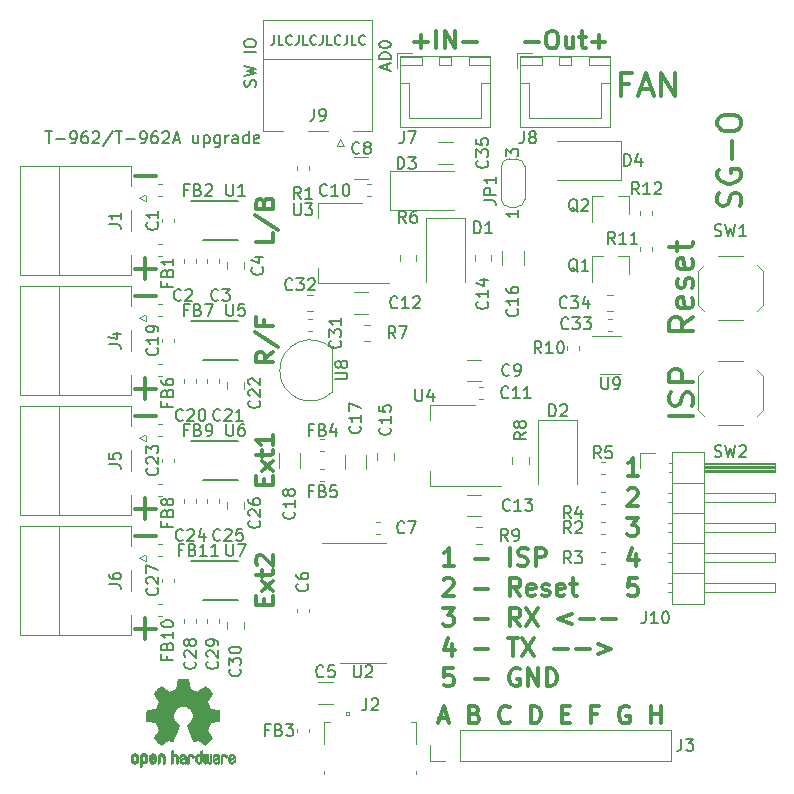
<source format=gto>
G04 #@! TF.GenerationSoftware,KiCad,Pcbnew,(5.1.5)-3*
G04 #@! TF.CreationDate,2020-02-07T02:52:49+01:00*
G04 #@! TF.ProjectId,T962upgrade,54393632-7570-4677-9261-64652e6b6963,v0.1*
G04 #@! TF.SameCoordinates,Original*
G04 #@! TF.FileFunction,Legend,Top*
G04 #@! TF.FilePolarity,Positive*
%FSLAX46Y46*%
G04 Gerber Fmt 4.6, Leading zero omitted, Abs format (unit mm)*
G04 Created by KiCad (PCBNEW (5.1.5)-3) date 2020-02-07 02:52:49*
%MOMM*%
%LPD*%
G04 APERTURE LIST*
%ADD10C,0.150000*%
%ADD11C,0.300000*%
%ADD12C,0.010000*%
%ADD13C,0.120000*%
%ADD14C,5.602000*%
%ADD15C,0.100000*%
%ADD16O,3.702000X1.902000*%
%ADD17R,1.602000X2.002000*%
%ADD18C,1.552000*%
%ADD19R,0.483000X1.452000*%
%ADD20O,1.302000X2.002000*%
%ADD21R,1.302000X2.002000*%
%ADD22R,1.802000X1.802000*%
%ADD23O,1.802000X1.802000*%
%ADD24O,1.802000X2.102000*%
%ADD25O,1.902000X3.702000*%
%ADD26R,1.602000X1.102000*%
%ADD27R,0.902000X1.002000*%
%ADD28R,1.202000X1.902000*%
%ADD29R,0.892000X0.402000*%
%ADD30R,1.402000X1.252000*%
%ADD31R,2.102000X1.602000*%
%ADD32R,2.102000X3.902000*%
%ADD33O,1.602000X1.152000*%
%ADD34R,1.602000X1.152000*%
%ADD35R,1.162000X0.752000*%
%ADD36R,1.902000X2.602000*%
%ADD37R,2.602000X1.902000*%
G04 APERTURE END LIST*
D10*
X84569761Y-64331904D02*
X84569761Y-64903333D01*
X84531666Y-65017619D01*
X84455476Y-65093809D01*
X84341190Y-65131904D01*
X84265000Y-65131904D01*
X85331666Y-65131904D02*
X84950714Y-65131904D01*
X84950714Y-64331904D01*
X86055476Y-65055714D02*
X86017380Y-65093809D01*
X85903095Y-65131904D01*
X85826904Y-65131904D01*
X85712619Y-65093809D01*
X85636428Y-65017619D01*
X85598333Y-64941428D01*
X85560238Y-64789047D01*
X85560238Y-64674761D01*
X85598333Y-64522380D01*
X85636428Y-64446190D01*
X85712619Y-64370000D01*
X85826904Y-64331904D01*
X85903095Y-64331904D01*
X86017380Y-64370000D01*
X86055476Y-64408095D01*
X86626904Y-64331904D02*
X86626904Y-64903333D01*
X86588809Y-65017619D01*
X86512619Y-65093809D01*
X86398333Y-65131904D01*
X86322142Y-65131904D01*
X87388809Y-65131904D02*
X87007857Y-65131904D01*
X87007857Y-64331904D01*
X88112619Y-65055714D02*
X88074523Y-65093809D01*
X87960238Y-65131904D01*
X87884047Y-65131904D01*
X87769761Y-65093809D01*
X87693571Y-65017619D01*
X87655476Y-64941428D01*
X87617380Y-64789047D01*
X87617380Y-64674761D01*
X87655476Y-64522380D01*
X87693571Y-64446190D01*
X87769761Y-64370000D01*
X87884047Y-64331904D01*
X87960238Y-64331904D01*
X88074523Y-64370000D01*
X88112619Y-64408095D01*
X88684047Y-64331904D02*
X88684047Y-64903333D01*
X88645952Y-65017619D01*
X88569761Y-65093809D01*
X88455476Y-65131904D01*
X88379285Y-65131904D01*
X89445952Y-65131904D02*
X89065000Y-65131904D01*
X89065000Y-64331904D01*
X90169761Y-65055714D02*
X90131666Y-65093809D01*
X90017380Y-65131904D01*
X89941190Y-65131904D01*
X89826904Y-65093809D01*
X89750714Y-65017619D01*
X89712619Y-64941428D01*
X89674523Y-64789047D01*
X89674523Y-64674761D01*
X89712619Y-64522380D01*
X89750714Y-64446190D01*
X89826904Y-64370000D01*
X89941190Y-64331904D01*
X90017380Y-64331904D01*
X90131666Y-64370000D01*
X90169761Y-64408095D01*
X90741190Y-64331904D02*
X90741190Y-64903333D01*
X90703095Y-65017619D01*
X90626904Y-65093809D01*
X90512619Y-65131904D01*
X90436428Y-65131904D01*
X91503095Y-65131904D02*
X91122142Y-65131904D01*
X91122142Y-64331904D01*
X92226904Y-65055714D02*
X92188809Y-65093809D01*
X92074523Y-65131904D01*
X91998333Y-65131904D01*
X91884047Y-65093809D01*
X91807857Y-65017619D01*
X91769761Y-64941428D01*
X91731666Y-64789047D01*
X91731666Y-64674761D01*
X91769761Y-64522380D01*
X91807857Y-64446190D01*
X91884047Y-64370000D01*
X91998333Y-64331904D01*
X92074523Y-64331904D01*
X92188809Y-64370000D01*
X92226904Y-64408095D01*
X65199761Y-72477380D02*
X65771190Y-72477380D01*
X65485476Y-73477380D02*
X65485476Y-72477380D01*
X66104523Y-73096428D02*
X66866428Y-73096428D01*
X67390238Y-73477380D02*
X67580714Y-73477380D01*
X67675952Y-73429761D01*
X67723571Y-73382142D01*
X67818809Y-73239285D01*
X67866428Y-73048809D01*
X67866428Y-72667857D01*
X67818809Y-72572619D01*
X67771190Y-72525000D01*
X67675952Y-72477380D01*
X67485476Y-72477380D01*
X67390238Y-72525000D01*
X67342619Y-72572619D01*
X67295000Y-72667857D01*
X67295000Y-72905952D01*
X67342619Y-73001190D01*
X67390238Y-73048809D01*
X67485476Y-73096428D01*
X67675952Y-73096428D01*
X67771190Y-73048809D01*
X67818809Y-73001190D01*
X67866428Y-72905952D01*
X68723571Y-72477380D02*
X68533095Y-72477380D01*
X68437857Y-72525000D01*
X68390238Y-72572619D01*
X68295000Y-72715476D01*
X68247380Y-72905952D01*
X68247380Y-73286904D01*
X68295000Y-73382142D01*
X68342619Y-73429761D01*
X68437857Y-73477380D01*
X68628333Y-73477380D01*
X68723571Y-73429761D01*
X68771190Y-73382142D01*
X68818809Y-73286904D01*
X68818809Y-73048809D01*
X68771190Y-72953571D01*
X68723571Y-72905952D01*
X68628333Y-72858333D01*
X68437857Y-72858333D01*
X68342619Y-72905952D01*
X68295000Y-72953571D01*
X68247380Y-73048809D01*
X69199761Y-72572619D02*
X69247380Y-72525000D01*
X69342619Y-72477380D01*
X69580714Y-72477380D01*
X69675952Y-72525000D01*
X69723571Y-72572619D01*
X69771190Y-72667857D01*
X69771190Y-72763095D01*
X69723571Y-72905952D01*
X69152142Y-73477380D01*
X69771190Y-73477380D01*
X70914047Y-72429761D02*
X70056904Y-73715476D01*
X71104523Y-72477380D02*
X71675952Y-72477380D01*
X71390238Y-73477380D02*
X71390238Y-72477380D01*
X72009285Y-73096428D02*
X72771190Y-73096428D01*
X73295000Y-73477380D02*
X73485476Y-73477380D01*
X73580714Y-73429761D01*
X73628333Y-73382142D01*
X73723571Y-73239285D01*
X73771190Y-73048809D01*
X73771190Y-72667857D01*
X73723571Y-72572619D01*
X73675952Y-72525000D01*
X73580714Y-72477380D01*
X73390238Y-72477380D01*
X73295000Y-72525000D01*
X73247380Y-72572619D01*
X73199761Y-72667857D01*
X73199761Y-72905952D01*
X73247380Y-73001190D01*
X73295000Y-73048809D01*
X73390238Y-73096428D01*
X73580714Y-73096428D01*
X73675952Y-73048809D01*
X73723571Y-73001190D01*
X73771190Y-72905952D01*
X74628333Y-72477380D02*
X74437857Y-72477380D01*
X74342619Y-72525000D01*
X74295000Y-72572619D01*
X74199761Y-72715476D01*
X74152142Y-72905952D01*
X74152142Y-73286904D01*
X74199761Y-73382142D01*
X74247380Y-73429761D01*
X74342619Y-73477380D01*
X74533095Y-73477380D01*
X74628333Y-73429761D01*
X74675952Y-73382142D01*
X74723571Y-73286904D01*
X74723571Y-73048809D01*
X74675952Y-72953571D01*
X74628333Y-72905952D01*
X74533095Y-72858333D01*
X74342619Y-72858333D01*
X74247380Y-72905952D01*
X74199761Y-72953571D01*
X74152142Y-73048809D01*
X75104523Y-72572619D02*
X75152142Y-72525000D01*
X75247380Y-72477380D01*
X75485476Y-72477380D01*
X75580714Y-72525000D01*
X75628333Y-72572619D01*
X75675952Y-72667857D01*
X75675952Y-72763095D01*
X75628333Y-72905952D01*
X75056904Y-73477380D01*
X75675952Y-73477380D01*
X76056904Y-73191666D02*
X76533095Y-73191666D01*
X75961666Y-73477380D02*
X76295000Y-72477380D01*
X76628333Y-73477380D01*
X78152142Y-72810714D02*
X78152142Y-73477380D01*
X77723571Y-72810714D02*
X77723571Y-73334523D01*
X77771190Y-73429761D01*
X77866428Y-73477380D01*
X78009285Y-73477380D01*
X78104523Y-73429761D01*
X78152142Y-73382142D01*
X78628333Y-72810714D02*
X78628333Y-73810714D01*
X78628333Y-72858333D02*
X78723571Y-72810714D01*
X78914047Y-72810714D01*
X79009285Y-72858333D01*
X79056904Y-72905952D01*
X79104523Y-73001190D01*
X79104523Y-73286904D01*
X79056904Y-73382142D01*
X79009285Y-73429761D01*
X78914047Y-73477380D01*
X78723571Y-73477380D01*
X78628333Y-73429761D01*
X79961666Y-72810714D02*
X79961666Y-73620238D01*
X79914047Y-73715476D01*
X79866428Y-73763095D01*
X79771190Y-73810714D01*
X79628333Y-73810714D01*
X79533095Y-73763095D01*
X79961666Y-73429761D02*
X79866428Y-73477380D01*
X79675952Y-73477380D01*
X79580714Y-73429761D01*
X79533095Y-73382142D01*
X79485476Y-73286904D01*
X79485476Y-73001190D01*
X79533095Y-72905952D01*
X79580714Y-72858333D01*
X79675952Y-72810714D01*
X79866428Y-72810714D01*
X79961666Y-72858333D01*
X80437857Y-73477380D02*
X80437857Y-72810714D01*
X80437857Y-73001190D02*
X80485476Y-72905952D01*
X80533095Y-72858333D01*
X80628333Y-72810714D01*
X80723571Y-72810714D01*
X81485476Y-73477380D02*
X81485476Y-72953571D01*
X81437857Y-72858333D01*
X81342619Y-72810714D01*
X81152142Y-72810714D01*
X81056904Y-72858333D01*
X81485476Y-73429761D02*
X81390238Y-73477380D01*
X81152142Y-73477380D01*
X81056904Y-73429761D01*
X81009285Y-73334523D01*
X81009285Y-73239285D01*
X81056904Y-73144047D01*
X81152142Y-73096428D01*
X81390238Y-73096428D01*
X81485476Y-73048809D01*
X82390238Y-73477380D02*
X82390238Y-72477380D01*
X82390238Y-73429761D02*
X82295000Y-73477380D01*
X82104523Y-73477380D01*
X82009285Y-73429761D01*
X81961666Y-73382142D01*
X81914047Y-73286904D01*
X81914047Y-73001190D01*
X81961666Y-72905952D01*
X82009285Y-72858333D01*
X82104523Y-72810714D01*
X82295000Y-72810714D01*
X82390238Y-72858333D01*
X83247380Y-73429761D02*
X83152142Y-73477380D01*
X82961666Y-73477380D01*
X82866428Y-73429761D01*
X82818809Y-73334523D01*
X82818809Y-72953571D01*
X82866428Y-72858333D01*
X82961666Y-72810714D01*
X83152142Y-72810714D01*
X83247380Y-72858333D01*
X83295000Y-72953571D01*
X83295000Y-73048809D01*
X82818809Y-73144047D01*
D11*
X123999523Y-78787142D02*
X124094761Y-78501428D01*
X124094761Y-78025238D01*
X123999523Y-77834761D01*
X123904285Y-77739523D01*
X123713809Y-77644285D01*
X123523333Y-77644285D01*
X123332857Y-77739523D01*
X123237619Y-77834761D01*
X123142380Y-78025238D01*
X123047142Y-78406190D01*
X122951904Y-78596666D01*
X122856666Y-78691904D01*
X122666190Y-78787142D01*
X122475714Y-78787142D01*
X122285238Y-78691904D01*
X122190000Y-78596666D01*
X122094761Y-78406190D01*
X122094761Y-77930000D01*
X122190000Y-77644285D01*
X122190000Y-75739523D02*
X122094761Y-75930000D01*
X122094761Y-76215714D01*
X122190000Y-76501428D01*
X122380476Y-76691904D01*
X122570952Y-76787142D01*
X122951904Y-76882380D01*
X123237619Y-76882380D01*
X123618571Y-76787142D01*
X123809047Y-76691904D01*
X123999523Y-76501428D01*
X124094761Y-76215714D01*
X124094761Y-76025238D01*
X123999523Y-75739523D01*
X123904285Y-75644285D01*
X123237619Y-75644285D01*
X123237619Y-76025238D01*
X123332857Y-74787142D02*
X123332857Y-73263333D01*
X122094761Y-71930000D02*
X122094761Y-71549047D01*
X122190000Y-71358571D01*
X122380476Y-71168095D01*
X122761428Y-71072857D01*
X123428095Y-71072857D01*
X123809047Y-71168095D01*
X123999523Y-71358571D01*
X124094761Y-71549047D01*
X124094761Y-71930000D01*
X123999523Y-72120476D01*
X123809047Y-72310952D01*
X123428095Y-72406190D01*
X122761428Y-72406190D01*
X122380476Y-72310952D01*
X122190000Y-72120476D01*
X122094761Y-71930000D01*
X72745714Y-96601428D02*
X74574285Y-96601428D01*
X72745714Y-104401428D02*
X74574285Y-104401428D01*
X73660000Y-105315714D02*
X73660000Y-103487142D01*
X72745714Y-106761428D02*
X74574285Y-106761428D01*
X72745714Y-114561428D02*
X74574285Y-114561428D01*
X73660000Y-115475714D02*
X73660000Y-113647142D01*
X72745714Y-86441428D02*
X74574285Y-86441428D01*
X72745714Y-94241428D02*
X74574285Y-94241428D01*
X73660000Y-95155714D02*
X73660000Y-93327142D01*
X72745714Y-76281428D02*
X74574285Y-76281428D01*
X72745714Y-84081428D02*
X74574285Y-84081428D01*
X73660000Y-84995714D02*
X73660000Y-83167142D01*
X98548809Y-122168333D02*
X99258333Y-122168333D01*
X98406904Y-122594047D02*
X98903571Y-121104047D01*
X99400238Y-122594047D01*
X101528809Y-121813571D02*
X101741666Y-121884523D01*
X101812619Y-121955476D01*
X101883571Y-122097380D01*
X101883571Y-122310238D01*
X101812619Y-122452142D01*
X101741666Y-122523095D01*
X101599761Y-122594047D01*
X101032142Y-122594047D01*
X101032142Y-121104047D01*
X101528809Y-121104047D01*
X101670714Y-121175000D01*
X101741666Y-121245952D01*
X101812619Y-121387857D01*
X101812619Y-121529761D01*
X101741666Y-121671666D01*
X101670714Y-121742619D01*
X101528809Y-121813571D01*
X101032142Y-121813571D01*
X104508809Y-122452142D02*
X104437857Y-122523095D01*
X104225000Y-122594047D01*
X104083095Y-122594047D01*
X103870238Y-122523095D01*
X103728333Y-122381190D01*
X103657380Y-122239285D01*
X103586428Y-121955476D01*
X103586428Y-121742619D01*
X103657380Y-121458809D01*
X103728333Y-121316904D01*
X103870238Y-121175000D01*
X104083095Y-121104047D01*
X104225000Y-121104047D01*
X104437857Y-121175000D01*
X104508809Y-121245952D01*
X106282619Y-122594047D02*
X106282619Y-121104047D01*
X106637380Y-121104047D01*
X106850238Y-121175000D01*
X106992142Y-121316904D01*
X107063095Y-121458809D01*
X107134047Y-121742619D01*
X107134047Y-121955476D01*
X107063095Y-122239285D01*
X106992142Y-122381190D01*
X106850238Y-122523095D01*
X106637380Y-122594047D01*
X106282619Y-122594047D01*
X108907857Y-121813571D02*
X109404523Y-121813571D01*
X109617380Y-122594047D02*
X108907857Y-122594047D01*
X108907857Y-121104047D01*
X109617380Y-121104047D01*
X111887857Y-121813571D02*
X111391190Y-121813571D01*
X111391190Y-122594047D02*
X111391190Y-121104047D01*
X112100714Y-121104047D01*
X114584047Y-121175000D02*
X114442142Y-121104047D01*
X114229285Y-121104047D01*
X114016428Y-121175000D01*
X113874523Y-121316904D01*
X113803571Y-121458809D01*
X113732619Y-121742619D01*
X113732619Y-121955476D01*
X113803571Y-122239285D01*
X113874523Y-122381190D01*
X114016428Y-122523095D01*
X114229285Y-122594047D01*
X114371190Y-122594047D01*
X114584047Y-122523095D01*
X114655000Y-122452142D01*
X114655000Y-121955476D01*
X114371190Y-121955476D01*
X116428809Y-122594047D02*
X116428809Y-121104047D01*
X116428809Y-121813571D02*
X117280238Y-121813571D01*
X117280238Y-122594047D02*
X117280238Y-121104047D01*
X99762857Y-109243571D02*
X98905714Y-109243571D01*
X99334285Y-109243571D02*
X99334285Y-107743571D01*
X99191428Y-107957857D01*
X99048571Y-108100714D01*
X98905714Y-108172142D01*
X101548571Y-108672142D02*
X102691428Y-108672142D01*
X104548571Y-109243571D02*
X104548571Y-107743571D01*
X105191428Y-109172142D02*
X105405714Y-109243571D01*
X105762857Y-109243571D01*
X105905714Y-109172142D01*
X105977142Y-109100714D01*
X106048571Y-108957857D01*
X106048571Y-108815000D01*
X105977142Y-108672142D01*
X105905714Y-108600714D01*
X105762857Y-108529285D01*
X105477142Y-108457857D01*
X105334285Y-108386428D01*
X105262857Y-108315000D01*
X105191428Y-108172142D01*
X105191428Y-108029285D01*
X105262857Y-107886428D01*
X105334285Y-107815000D01*
X105477142Y-107743571D01*
X105834285Y-107743571D01*
X106048571Y-107815000D01*
X106691428Y-109243571D02*
X106691428Y-107743571D01*
X107262857Y-107743571D01*
X107405714Y-107815000D01*
X107477142Y-107886428D01*
X107548571Y-108029285D01*
X107548571Y-108243571D01*
X107477142Y-108386428D01*
X107405714Y-108457857D01*
X107262857Y-108529285D01*
X106691428Y-108529285D01*
X98905714Y-110436428D02*
X98977142Y-110365000D01*
X99120000Y-110293571D01*
X99477142Y-110293571D01*
X99620000Y-110365000D01*
X99691428Y-110436428D01*
X99762857Y-110579285D01*
X99762857Y-110722142D01*
X99691428Y-110936428D01*
X98834285Y-111793571D01*
X99762857Y-111793571D01*
X101548571Y-111222142D02*
X102691428Y-111222142D01*
X105405714Y-111793571D02*
X104905714Y-111079285D01*
X104548571Y-111793571D02*
X104548571Y-110293571D01*
X105120000Y-110293571D01*
X105262857Y-110365000D01*
X105334285Y-110436428D01*
X105405714Y-110579285D01*
X105405714Y-110793571D01*
X105334285Y-110936428D01*
X105262857Y-111007857D01*
X105120000Y-111079285D01*
X104548571Y-111079285D01*
X106620000Y-111722142D02*
X106477142Y-111793571D01*
X106191428Y-111793571D01*
X106048571Y-111722142D01*
X105977142Y-111579285D01*
X105977142Y-111007857D01*
X106048571Y-110865000D01*
X106191428Y-110793571D01*
X106477142Y-110793571D01*
X106620000Y-110865000D01*
X106691428Y-111007857D01*
X106691428Y-111150714D01*
X105977142Y-111293571D01*
X107262857Y-111722142D02*
X107405714Y-111793571D01*
X107691428Y-111793571D01*
X107834285Y-111722142D01*
X107905714Y-111579285D01*
X107905714Y-111507857D01*
X107834285Y-111365000D01*
X107691428Y-111293571D01*
X107477142Y-111293571D01*
X107334285Y-111222142D01*
X107262857Y-111079285D01*
X107262857Y-111007857D01*
X107334285Y-110865000D01*
X107477142Y-110793571D01*
X107691428Y-110793571D01*
X107834285Y-110865000D01*
X109120000Y-111722142D02*
X108977142Y-111793571D01*
X108691428Y-111793571D01*
X108548571Y-111722142D01*
X108477142Y-111579285D01*
X108477142Y-111007857D01*
X108548571Y-110865000D01*
X108691428Y-110793571D01*
X108977142Y-110793571D01*
X109120000Y-110865000D01*
X109191428Y-111007857D01*
X109191428Y-111150714D01*
X108477142Y-111293571D01*
X109620000Y-110793571D02*
X110191428Y-110793571D01*
X109834285Y-110293571D02*
X109834285Y-111579285D01*
X109905714Y-111722142D01*
X110048571Y-111793571D01*
X110191428Y-111793571D01*
X98834285Y-112843571D02*
X99762857Y-112843571D01*
X99262857Y-113415000D01*
X99477142Y-113415000D01*
X99620000Y-113486428D01*
X99691428Y-113557857D01*
X99762857Y-113700714D01*
X99762857Y-114057857D01*
X99691428Y-114200714D01*
X99620000Y-114272142D01*
X99477142Y-114343571D01*
X99048571Y-114343571D01*
X98905714Y-114272142D01*
X98834285Y-114200714D01*
X101548571Y-113772142D02*
X102691428Y-113772142D01*
X105405714Y-114343571D02*
X104905714Y-113629285D01*
X104548571Y-114343571D02*
X104548571Y-112843571D01*
X105120000Y-112843571D01*
X105262857Y-112915000D01*
X105334285Y-112986428D01*
X105405714Y-113129285D01*
X105405714Y-113343571D01*
X105334285Y-113486428D01*
X105262857Y-113557857D01*
X105120000Y-113629285D01*
X104548571Y-113629285D01*
X105905714Y-112843571D02*
X106905714Y-114343571D01*
X106905714Y-112843571D02*
X105905714Y-114343571D01*
X109762857Y-113343571D02*
X108620000Y-113772142D01*
X109762857Y-114200714D01*
X110477142Y-113772142D02*
X111620000Y-113772142D01*
X112334285Y-113772142D02*
X113477142Y-113772142D01*
X99620000Y-115893571D02*
X99620000Y-116893571D01*
X99262857Y-115322142D02*
X98905714Y-116393571D01*
X99834285Y-116393571D01*
X101548571Y-116322142D02*
X102691428Y-116322142D01*
X104334285Y-115393571D02*
X105191428Y-115393571D01*
X104762857Y-116893571D02*
X104762857Y-115393571D01*
X105548571Y-115393571D02*
X106548571Y-116893571D01*
X106548571Y-115393571D02*
X105548571Y-116893571D01*
X108262857Y-116322142D02*
X109405714Y-116322142D01*
X110120000Y-116322142D02*
X111262857Y-116322142D01*
X111977142Y-115893571D02*
X113120000Y-116322142D01*
X111977142Y-116750714D01*
X99691428Y-117943571D02*
X98977142Y-117943571D01*
X98905714Y-118657857D01*
X98977142Y-118586428D01*
X99120000Y-118515000D01*
X99477142Y-118515000D01*
X99620000Y-118586428D01*
X99691428Y-118657857D01*
X99762857Y-118800714D01*
X99762857Y-119157857D01*
X99691428Y-119300714D01*
X99620000Y-119372142D01*
X99477142Y-119443571D01*
X99120000Y-119443571D01*
X98977142Y-119372142D01*
X98905714Y-119300714D01*
X101548571Y-118872142D02*
X102691428Y-118872142D01*
X105334285Y-118015000D02*
X105191428Y-117943571D01*
X104977142Y-117943571D01*
X104762857Y-118015000D01*
X104620000Y-118157857D01*
X104548571Y-118300714D01*
X104477142Y-118586428D01*
X104477142Y-118800714D01*
X104548571Y-119086428D01*
X104620000Y-119229285D01*
X104762857Y-119372142D01*
X104977142Y-119443571D01*
X105120000Y-119443571D01*
X105334285Y-119372142D01*
X105405714Y-119300714D01*
X105405714Y-118800714D01*
X105120000Y-118800714D01*
X106048571Y-119443571D02*
X106048571Y-117943571D01*
X106905714Y-119443571D01*
X106905714Y-117943571D01*
X107620000Y-119443571D02*
X107620000Y-117943571D01*
X107977142Y-117943571D01*
X108191428Y-118015000D01*
X108334285Y-118157857D01*
X108405714Y-118300714D01*
X108477142Y-118586428D01*
X108477142Y-118800714D01*
X108405714Y-119086428D01*
X108334285Y-119229285D01*
X108191428Y-119372142D01*
X107977142Y-119443571D01*
X107620000Y-119443571D01*
X120030761Y-96567380D02*
X118030761Y-96567380D01*
X119935523Y-95710238D02*
X120030761Y-95424523D01*
X120030761Y-94948333D01*
X119935523Y-94757857D01*
X119840285Y-94662619D01*
X119649809Y-94567380D01*
X119459333Y-94567380D01*
X119268857Y-94662619D01*
X119173619Y-94757857D01*
X119078380Y-94948333D01*
X118983142Y-95329285D01*
X118887904Y-95519761D01*
X118792666Y-95615000D01*
X118602190Y-95710238D01*
X118411714Y-95710238D01*
X118221238Y-95615000D01*
X118126000Y-95519761D01*
X118030761Y-95329285D01*
X118030761Y-94853095D01*
X118126000Y-94567380D01*
X120030761Y-93710238D02*
X118030761Y-93710238D01*
X118030761Y-92948333D01*
X118126000Y-92757857D01*
X118221238Y-92662619D01*
X118411714Y-92567380D01*
X118697428Y-92567380D01*
X118887904Y-92662619D01*
X118983142Y-92757857D01*
X119078380Y-92948333D01*
X119078380Y-93710238D01*
X120030761Y-88201190D02*
X119078380Y-88867857D01*
X120030761Y-89344047D02*
X118030761Y-89344047D01*
X118030761Y-88582142D01*
X118126000Y-88391666D01*
X118221238Y-88296428D01*
X118411714Y-88201190D01*
X118697428Y-88201190D01*
X118887904Y-88296428D01*
X118983142Y-88391666D01*
X119078380Y-88582142D01*
X119078380Y-89344047D01*
X119935523Y-86582142D02*
X120030761Y-86772619D01*
X120030761Y-87153571D01*
X119935523Y-87344047D01*
X119745047Y-87439285D01*
X118983142Y-87439285D01*
X118792666Y-87344047D01*
X118697428Y-87153571D01*
X118697428Y-86772619D01*
X118792666Y-86582142D01*
X118983142Y-86486904D01*
X119173619Y-86486904D01*
X119364095Y-87439285D01*
X119935523Y-85725000D02*
X120030761Y-85534523D01*
X120030761Y-85153571D01*
X119935523Y-84963095D01*
X119745047Y-84867857D01*
X119649809Y-84867857D01*
X119459333Y-84963095D01*
X119364095Y-85153571D01*
X119364095Y-85439285D01*
X119268857Y-85629761D01*
X119078380Y-85725000D01*
X118983142Y-85725000D01*
X118792666Y-85629761D01*
X118697428Y-85439285D01*
X118697428Y-85153571D01*
X118792666Y-84963095D01*
X119935523Y-83248809D02*
X120030761Y-83439285D01*
X120030761Y-83820238D01*
X119935523Y-84010714D01*
X119745047Y-84105952D01*
X118983142Y-84105952D01*
X118792666Y-84010714D01*
X118697428Y-83820238D01*
X118697428Y-83439285D01*
X118792666Y-83248809D01*
X118983142Y-83153571D01*
X119173619Y-83153571D01*
X119364095Y-84105952D01*
X118697428Y-82582142D02*
X118697428Y-81820238D01*
X118030761Y-82296428D02*
X119745047Y-82296428D01*
X119935523Y-82201190D01*
X120030761Y-82010714D01*
X120030761Y-81820238D01*
X83712857Y-112561428D02*
X83712857Y-112061428D01*
X84498571Y-111847142D02*
X84498571Y-112561428D01*
X82998571Y-112561428D01*
X82998571Y-111847142D01*
X84498571Y-111347142D02*
X83498571Y-110561428D01*
X83498571Y-111347142D02*
X84498571Y-110561428D01*
X83498571Y-110204285D02*
X83498571Y-109632857D01*
X82998571Y-109990000D02*
X84284285Y-109990000D01*
X84427142Y-109918571D01*
X84498571Y-109775714D01*
X84498571Y-109632857D01*
X83141428Y-109204285D02*
X83070000Y-109132857D01*
X82998571Y-108990000D01*
X82998571Y-108632857D01*
X83070000Y-108490000D01*
X83141428Y-108418571D01*
X83284285Y-108347142D01*
X83427142Y-108347142D01*
X83641428Y-108418571D01*
X84498571Y-109275714D01*
X84498571Y-108347142D01*
X83712857Y-102401428D02*
X83712857Y-101901428D01*
X84498571Y-101687142D02*
X84498571Y-102401428D01*
X82998571Y-102401428D01*
X82998571Y-101687142D01*
X84498571Y-101187142D02*
X83498571Y-100401428D01*
X83498571Y-101187142D02*
X84498571Y-100401428D01*
X83498571Y-100044285D02*
X83498571Y-99472857D01*
X82998571Y-99830000D02*
X84284285Y-99830000D01*
X84427142Y-99758571D01*
X84498571Y-99615714D01*
X84498571Y-99472857D01*
X84498571Y-98187142D02*
X84498571Y-99044285D01*
X84498571Y-98615714D02*
X82998571Y-98615714D01*
X83212857Y-98758571D01*
X83355714Y-98901428D01*
X83427142Y-99044285D01*
X84498571Y-91134285D02*
X83784285Y-91634285D01*
X84498571Y-91991428D02*
X82998571Y-91991428D01*
X82998571Y-91420000D01*
X83070000Y-91277142D01*
X83141428Y-91205714D01*
X83284285Y-91134285D01*
X83498571Y-91134285D01*
X83641428Y-91205714D01*
X83712857Y-91277142D01*
X83784285Y-91420000D01*
X83784285Y-91991428D01*
X82927142Y-89420000D02*
X84855714Y-90705714D01*
X83712857Y-88420000D02*
X83712857Y-88920000D01*
X84498571Y-88920000D02*
X82998571Y-88920000D01*
X82998571Y-88205714D01*
X84498571Y-81081428D02*
X84498571Y-81795714D01*
X82998571Y-81795714D01*
X82927142Y-79510000D02*
X84855714Y-80795714D01*
X83712857Y-78510000D02*
X83784285Y-78295714D01*
X83855714Y-78224285D01*
X83998571Y-78152857D01*
X84212857Y-78152857D01*
X84355714Y-78224285D01*
X84427142Y-78295714D01*
X84498571Y-78438571D01*
X84498571Y-79010000D01*
X82998571Y-79010000D01*
X82998571Y-78510000D01*
X83070000Y-78367142D01*
X83141428Y-78295714D01*
X83284285Y-78224285D01*
X83427142Y-78224285D01*
X83570000Y-78295714D01*
X83641428Y-78367142D01*
X83712857Y-78510000D01*
X83712857Y-79010000D01*
X115363571Y-101623571D02*
X114506428Y-101623571D01*
X114935000Y-101623571D02*
X114935000Y-100123571D01*
X114792142Y-100337857D01*
X114649285Y-100480714D01*
X114506428Y-100552142D01*
X114506428Y-102816428D02*
X114577857Y-102745000D01*
X114720714Y-102673571D01*
X115077857Y-102673571D01*
X115220714Y-102745000D01*
X115292142Y-102816428D01*
X115363571Y-102959285D01*
X115363571Y-103102142D01*
X115292142Y-103316428D01*
X114435000Y-104173571D01*
X115363571Y-104173571D01*
X114435000Y-105223571D02*
X115363571Y-105223571D01*
X114863571Y-105795000D01*
X115077857Y-105795000D01*
X115220714Y-105866428D01*
X115292142Y-105937857D01*
X115363571Y-106080714D01*
X115363571Y-106437857D01*
X115292142Y-106580714D01*
X115220714Y-106652142D01*
X115077857Y-106723571D01*
X114649285Y-106723571D01*
X114506428Y-106652142D01*
X114435000Y-106580714D01*
X115220714Y-108273571D02*
X115220714Y-109273571D01*
X114863571Y-107702142D02*
X114506428Y-108773571D01*
X115435000Y-108773571D01*
X115292142Y-110323571D02*
X114577857Y-110323571D01*
X114506428Y-111037857D01*
X114577857Y-110966428D01*
X114720714Y-110895000D01*
X115077857Y-110895000D01*
X115220714Y-110966428D01*
X115292142Y-111037857D01*
X115363571Y-111180714D01*
X115363571Y-111537857D01*
X115292142Y-111680714D01*
X115220714Y-111752142D01*
X115077857Y-111823571D01*
X114720714Y-111823571D01*
X114577857Y-111752142D01*
X114506428Y-111680714D01*
D10*
X94146666Y-67254285D02*
X94146666Y-66778095D01*
X94432380Y-67349523D02*
X93432380Y-67016190D01*
X94432380Y-66682857D01*
X94432380Y-66349523D02*
X93432380Y-66349523D01*
X93432380Y-66111428D01*
X93480000Y-65968571D01*
X93575238Y-65873333D01*
X93670476Y-65825714D01*
X93860952Y-65778095D01*
X94003809Y-65778095D01*
X94194285Y-65825714D01*
X94289523Y-65873333D01*
X94384761Y-65968571D01*
X94432380Y-66111428D01*
X94432380Y-66349523D01*
X93432380Y-65159047D02*
X93432380Y-65063809D01*
X93480000Y-64968571D01*
X93527619Y-64920952D01*
X93622857Y-64873333D01*
X93813333Y-64825714D01*
X94051428Y-64825714D01*
X94241904Y-64873333D01*
X94337142Y-64920952D01*
X94384761Y-64968571D01*
X94432380Y-65063809D01*
X94432380Y-65159047D01*
X94384761Y-65254285D01*
X94337142Y-65301904D01*
X94241904Y-65349523D01*
X94051428Y-65397142D01*
X93813333Y-65397142D01*
X93622857Y-65349523D01*
X93527619Y-65301904D01*
X93480000Y-65254285D01*
X93432380Y-65159047D01*
X82954761Y-68675000D02*
X83002380Y-68532142D01*
X83002380Y-68294047D01*
X82954761Y-68198809D01*
X82907142Y-68151190D01*
X82811904Y-68103571D01*
X82716666Y-68103571D01*
X82621428Y-68151190D01*
X82573809Y-68198809D01*
X82526190Y-68294047D01*
X82478571Y-68484523D01*
X82430952Y-68579761D01*
X82383333Y-68627380D01*
X82288095Y-68675000D01*
X82192857Y-68675000D01*
X82097619Y-68627380D01*
X82050000Y-68579761D01*
X82002380Y-68484523D01*
X82002380Y-68246428D01*
X82050000Y-68103571D01*
X82002380Y-67770238D02*
X83002380Y-67532142D01*
X82288095Y-67341666D01*
X83002380Y-67151190D01*
X82002380Y-66913095D01*
X83002380Y-65770238D02*
X82002380Y-65770238D01*
X82002380Y-65103571D02*
X82002380Y-64913095D01*
X82050000Y-64817857D01*
X82145238Y-64722619D01*
X82335714Y-64675000D01*
X82669047Y-64675000D01*
X82859523Y-64722619D01*
X82954761Y-64817857D01*
X83002380Y-64913095D01*
X83002380Y-65103571D01*
X82954761Y-65198809D01*
X82859523Y-65294047D01*
X82669047Y-65341666D01*
X82335714Y-65341666D01*
X82145238Y-65294047D01*
X82050000Y-65198809D01*
X82002380Y-65103571D01*
D11*
X114585952Y-68437142D02*
X113919285Y-68437142D01*
X113919285Y-69484761D02*
X113919285Y-67484761D01*
X114871666Y-67484761D01*
X115538333Y-68913333D02*
X116490714Y-68913333D01*
X115347857Y-69484761D02*
X116014523Y-67484761D01*
X116681190Y-69484761D01*
X117347857Y-69484761D02*
X117347857Y-67484761D01*
X118490714Y-69484761D01*
X118490714Y-67484761D01*
X105827142Y-64877142D02*
X106970000Y-64877142D01*
X107970000Y-63948571D02*
X108255714Y-63948571D01*
X108398571Y-64020000D01*
X108541428Y-64162857D01*
X108612857Y-64448571D01*
X108612857Y-64948571D01*
X108541428Y-65234285D01*
X108398571Y-65377142D01*
X108255714Y-65448571D01*
X107970000Y-65448571D01*
X107827142Y-65377142D01*
X107684285Y-65234285D01*
X107612857Y-64948571D01*
X107612857Y-64448571D01*
X107684285Y-64162857D01*
X107827142Y-64020000D01*
X107970000Y-63948571D01*
X109898571Y-64448571D02*
X109898571Y-65448571D01*
X109255714Y-64448571D02*
X109255714Y-65234285D01*
X109327142Y-65377142D01*
X109470000Y-65448571D01*
X109684285Y-65448571D01*
X109827142Y-65377142D01*
X109898571Y-65305714D01*
X110398571Y-64448571D02*
X110970000Y-64448571D01*
X110612857Y-63948571D02*
X110612857Y-65234285D01*
X110684285Y-65377142D01*
X110827142Y-65448571D01*
X110970000Y-65448571D01*
X111470000Y-64877142D02*
X112612857Y-64877142D01*
X112041428Y-65448571D02*
X112041428Y-64305714D01*
X96417142Y-64877142D02*
X97560000Y-64877142D01*
X96988571Y-65448571D02*
X96988571Y-64305714D01*
X98274285Y-65448571D02*
X98274285Y-63948571D01*
X98988571Y-65448571D02*
X98988571Y-63948571D01*
X99845714Y-65448571D01*
X99845714Y-63948571D01*
X100560000Y-64877142D02*
X101702857Y-64877142D01*
D12*
G36*
X76974878Y-118842776D02*
G01*
X77080612Y-118843355D01*
X77157132Y-118844922D01*
X77209372Y-118847972D01*
X77242263Y-118852996D01*
X77260737Y-118860489D01*
X77269727Y-118870944D01*
X77274163Y-118884853D01*
X77274594Y-118886654D01*
X77281333Y-118919145D01*
X77293808Y-118983252D01*
X77310719Y-119072151D01*
X77330771Y-119179019D01*
X77352664Y-119297033D01*
X77353429Y-119301178D01*
X77375359Y-119416831D01*
X77395877Y-119519014D01*
X77413659Y-119601598D01*
X77427381Y-119658456D01*
X77435718Y-119683458D01*
X77436116Y-119683901D01*
X77460677Y-119696110D01*
X77511315Y-119716456D01*
X77577095Y-119740545D01*
X77577461Y-119740674D01*
X77660317Y-119771818D01*
X77758000Y-119811491D01*
X77850077Y-119851381D01*
X77854434Y-119853353D01*
X78004407Y-119921420D01*
X78336498Y-119694639D01*
X78438374Y-119625504D01*
X78530657Y-119563697D01*
X78608003Y-119512733D01*
X78665064Y-119476127D01*
X78696495Y-119457394D01*
X78699479Y-119456004D01*
X78722321Y-119462190D01*
X78764982Y-119492035D01*
X78829128Y-119546947D01*
X78916421Y-119628334D01*
X79005535Y-119714922D01*
X79091441Y-119800247D01*
X79168327Y-119878108D01*
X79231564Y-119943697D01*
X79276523Y-119992205D01*
X79298576Y-120018825D01*
X79299396Y-120020195D01*
X79301834Y-120038463D01*
X79292650Y-120068295D01*
X79269574Y-120113721D01*
X79230337Y-120178770D01*
X79172670Y-120267470D01*
X79095795Y-120381657D01*
X79027570Y-120482162D01*
X78966582Y-120572303D01*
X78916356Y-120646849D01*
X78880416Y-120700565D01*
X78862287Y-120728218D01*
X78861146Y-120730095D01*
X78863359Y-120756590D01*
X78880138Y-120808086D01*
X78908142Y-120874851D01*
X78918122Y-120896172D01*
X78961672Y-120991159D01*
X79008134Y-121098937D01*
X79045877Y-121192192D01*
X79073073Y-121261406D01*
X79094675Y-121314006D01*
X79107158Y-121341497D01*
X79108709Y-121343616D01*
X79131668Y-121347124D01*
X79185786Y-121356738D01*
X79263868Y-121371089D01*
X79358719Y-121388807D01*
X79463143Y-121408525D01*
X79569944Y-121428874D01*
X79671926Y-121448486D01*
X79761894Y-121465991D01*
X79832653Y-121480022D01*
X79877006Y-121489209D01*
X79887885Y-121491807D01*
X79899122Y-121498218D01*
X79907605Y-121512697D01*
X79913714Y-121540133D01*
X79917832Y-121585411D01*
X79920341Y-121653420D01*
X79921621Y-121749047D01*
X79922054Y-121877180D01*
X79922077Y-121929701D01*
X79922077Y-122356845D01*
X79819500Y-122377091D01*
X79762431Y-122388070D01*
X79677269Y-122404095D01*
X79574372Y-122423233D01*
X79464096Y-122443551D01*
X79433615Y-122449132D01*
X79331855Y-122468917D01*
X79243205Y-122488373D01*
X79175108Y-122505697D01*
X79135004Y-122519088D01*
X79128323Y-122523079D01*
X79111919Y-122551342D01*
X79088399Y-122606109D01*
X79062316Y-122676588D01*
X79057142Y-122691769D01*
X79022956Y-122785896D01*
X78980523Y-122892101D01*
X78938997Y-122987473D01*
X78938792Y-122987916D01*
X78869640Y-123137525D01*
X79324512Y-123806617D01*
X79032500Y-124099116D01*
X78944180Y-124186170D01*
X78863625Y-124262909D01*
X78795360Y-124325237D01*
X78743908Y-124369056D01*
X78713794Y-124390270D01*
X78709474Y-124391616D01*
X78684111Y-124381016D01*
X78632358Y-124351547D01*
X78559868Y-124306705D01*
X78472294Y-124249984D01*
X78377612Y-124186462D01*
X78281516Y-124121668D01*
X78195837Y-124065287D01*
X78126016Y-124020788D01*
X78077494Y-123991639D01*
X78055782Y-123981308D01*
X78029293Y-123990050D01*
X77979062Y-124013087D01*
X77915451Y-124045631D01*
X77908708Y-124049249D01*
X77823046Y-124092210D01*
X77764306Y-124113279D01*
X77727772Y-124113503D01*
X77708731Y-124093928D01*
X77708620Y-124093654D01*
X77699102Y-124070472D01*
X77676403Y-124015441D01*
X77642282Y-123932822D01*
X77598500Y-123826872D01*
X77546816Y-123701852D01*
X77488992Y-123562020D01*
X77432991Y-123426637D01*
X77371447Y-123277234D01*
X77314939Y-123138832D01*
X77265161Y-123015673D01*
X77223806Y-122912002D01*
X77192568Y-122832059D01*
X77173141Y-122780088D01*
X77167154Y-122760692D01*
X77182168Y-122738443D01*
X77221439Y-122702982D01*
X77273807Y-122663887D01*
X77422941Y-122540245D01*
X77539511Y-122398522D01*
X77622118Y-122241704D01*
X77669366Y-122072775D01*
X77679857Y-121894722D01*
X77672231Y-121812539D01*
X77630682Y-121642031D01*
X77559123Y-121491459D01*
X77461995Y-121362309D01*
X77343734Y-121256064D01*
X77208780Y-121174210D01*
X77061571Y-121118232D01*
X76906544Y-121089615D01*
X76748139Y-121089844D01*
X76590794Y-121120405D01*
X76438946Y-121182782D01*
X76297035Y-121278460D01*
X76237803Y-121332572D01*
X76124203Y-121471520D01*
X76045106Y-121623361D01*
X75999986Y-121783667D01*
X75988316Y-121948012D01*
X76009569Y-122111971D01*
X76063220Y-122271118D01*
X76148740Y-122421025D01*
X76265605Y-122557267D01*
X76396193Y-122663887D01*
X76450588Y-122704642D01*
X76489014Y-122739718D01*
X76502846Y-122760726D01*
X76495603Y-122783635D01*
X76475005Y-122838365D01*
X76442746Y-122920672D01*
X76400521Y-123026315D01*
X76350023Y-123151050D01*
X76292948Y-123290636D01*
X76236854Y-123426670D01*
X76174967Y-123576201D01*
X76117644Y-123714767D01*
X76066644Y-123838107D01*
X76023727Y-123941964D01*
X75990653Y-124022080D01*
X75969181Y-124074195D01*
X75961225Y-124093654D01*
X75942429Y-124113423D01*
X75906074Y-124113365D01*
X75847479Y-124092441D01*
X75761968Y-124049613D01*
X75761292Y-124049249D01*
X75696907Y-124016012D01*
X75644861Y-123991802D01*
X75615512Y-123981404D01*
X75614217Y-123981308D01*
X75592124Y-123991855D01*
X75543348Y-124021184D01*
X75473331Y-124065827D01*
X75387514Y-124122314D01*
X75292388Y-124186462D01*
X75195540Y-124251411D01*
X75108253Y-124307896D01*
X75036181Y-124352421D01*
X74984977Y-124381490D01*
X74960526Y-124391616D01*
X74938010Y-124378307D01*
X74892742Y-124341112D01*
X74829244Y-124284128D01*
X74752039Y-124211449D01*
X74665651Y-124127171D01*
X74637399Y-124099016D01*
X74345287Y-123806416D01*
X74567631Y-123480104D01*
X74635202Y-123379897D01*
X74694507Y-123289963D01*
X74742217Y-123215510D01*
X74775007Y-123161751D01*
X74789548Y-123133894D01*
X74789974Y-123131912D01*
X74782308Y-123105655D01*
X74761689Y-123052837D01*
X74731685Y-122982310D01*
X74710625Y-122935093D01*
X74671248Y-122844694D01*
X74634165Y-122753366D01*
X74605415Y-122676200D01*
X74597605Y-122652692D01*
X74575417Y-122589916D01*
X74553727Y-122541411D01*
X74541813Y-122523079D01*
X74515523Y-122511859D01*
X74458142Y-122495954D01*
X74377118Y-122477167D01*
X74279895Y-122457299D01*
X74236385Y-122449132D01*
X74125896Y-122428829D01*
X74019916Y-122409170D01*
X73928801Y-122392088D01*
X73862908Y-122379518D01*
X73850500Y-122377091D01*
X73747923Y-122356845D01*
X73747923Y-121929701D01*
X73748153Y-121789246D01*
X73749099Y-121682979D01*
X73751141Y-121606013D01*
X73754662Y-121553460D01*
X73760043Y-121520433D01*
X73767666Y-121502045D01*
X73777912Y-121493408D01*
X73782115Y-121491807D01*
X73807470Y-121486127D01*
X73863484Y-121474795D01*
X73942964Y-121459179D01*
X74038712Y-121440647D01*
X74143533Y-121420569D01*
X74250232Y-121400312D01*
X74351613Y-121381246D01*
X74440479Y-121364739D01*
X74509637Y-121352159D01*
X74551889Y-121344875D01*
X74561290Y-121343616D01*
X74569807Y-121326763D01*
X74588660Y-121281870D01*
X74614324Y-121217430D01*
X74624123Y-121192192D01*
X74663648Y-121094686D01*
X74710192Y-120986959D01*
X74751877Y-120896172D01*
X74782550Y-120826753D01*
X74802956Y-120769710D01*
X74809768Y-120734777D01*
X74808682Y-120730095D01*
X74794285Y-120707991D01*
X74761412Y-120658831D01*
X74713590Y-120587848D01*
X74654348Y-120500278D01*
X74587215Y-120401357D01*
X74573941Y-120381830D01*
X74496046Y-120266140D01*
X74438787Y-120178044D01*
X74399881Y-120113486D01*
X74377044Y-120068411D01*
X74367994Y-120038763D01*
X74370448Y-120020485D01*
X74370511Y-120020369D01*
X74389827Y-119996361D01*
X74432551Y-119949947D01*
X74494051Y-119885937D01*
X74569698Y-119809145D01*
X74654861Y-119724382D01*
X74664465Y-119714922D01*
X74771790Y-119610989D01*
X74854615Y-119534675D01*
X74914605Y-119484571D01*
X74953423Y-119459270D01*
X74970520Y-119456004D01*
X74995473Y-119470250D01*
X75047255Y-119503156D01*
X75120520Y-119551208D01*
X75209920Y-119610890D01*
X75310111Y-119678688D01*
X75333501Y-119694639D01*
X75665593Y-119921420D01*
X75815565Y-119853353D01*
X75906770Y-119813685D01*
X76004669Y-119773791D01*
X76088831Y-119741983D01*
X76092538Y-119740674D01*
X76158369Y-119716576D01*
X76209116Y-119696200D01*
X76233842Y-119683936D01*
X76233884Y-119683901D01*
X76241729Y-119661734D01*
X76255066Y-119607217D01*
X76272570Y-119526480D01*
X76292917Y-119425650D01*
X76314782Y-119310856D01*
X76316571Y-119301178D01*
X76338504Y-119182904D01*
X76358640Y-119075542D01*
X76375680Y-118985917D01*
X76388328Y-118920851D01*
X76395284Y-118887168D01*
X76395406Y-118886654D01*
X76399639Y-118872325D01*
X76407871Y-118861507D01*
X76425033Y-118853706D01*
X76456058Y-118848429D01*
X76505878Y-118845182D01*
X76579424Y-118843472D01*
X76681629Y-118842807D01*
X76817425Y-118842693D01*
X76835000Y-118842692D01*
X76974878Y-118842776D01*
G37*
X76974878Y-118842776D02*
X77080612Y-118843355D01*
X77157132Y-118844922D01*
X77209372Y-118847972D01*
X77242263Y-118852996D01*
X77260737Y-118860489D01*
X77269727Y-118870944D01*
X77274163Y-118884853D01*
X77274594Y-118886654D01*
X77281333Y-118919145D01*
X77293808Y-118983252D01*
X77310719Y-119072151D01*
X77330771Y-119179019D01*
X77352664Y-119297033D01*
X77353429Y-119301178D01*
X77375359Y-119416831D01*
X77395877Y-119519014D01*
X77413659Y-119601598D01*
X77427381Y-119658456D01*
X77435718Y-119683458D01*
X77436116Y-119683901D01*
X77460677Y-119696110D01*
X77511315Y-119716456D01*
X77577095Y-119740545D01*
X77577461Y-119740674D01*
X77660317Y-119771818D01*
X77758000Y-119811491D01*
X77850077Y-119851381D01*
X77854434Y-119853353D01*
X78004407Y-119921420D01*
X78336498Y-119694639D01*
X78438374Y-119625504D01*
X78530657Y-119563697D01*
X78608003Y-119512733D01*
X78665064Y-119476127D01*
X78696495Y-119457394D01*
X78699479Y-119456004D01*
X78722321Y-119462190D01*
X78764982Y-119492035D01*
X78829128Y-119546947D01*
X78916421Y-119628334D01*
X79005535Y-119714922D01*
X79091441Y-119800247D01*
X79168327Y-119878108D01*
X79231564Y-119943697D01*
X79276523Y-119992205D01*
X79298576Y-120018825D01*
X79299396Y-120020195D01*
X79301834Y-120038463D01*
X79292650Y-120068295D01*
X79269574Y-120113721D01*
X79230337Y-120178770D01*
X79172670Y-120267470D01*
X79095795Y-120381657D01*
X79027570Y-120482162D01*
X78966582Y-120572303D01*
X78916356Y-120646849D01*
X78880416Y-120700565D01*
X78862287Y-120728218D01*
X78861146Y-120730095D01*
X78863359Y-120756590D01*
X78880138Y-120808086D01*
X78908142Y-120874851D01*
X78918122Y-120896172D01*
X78961672Y-120991159D01*
X79008134Y-121098937D01*
X79045877Y-121192192D01*
X79073073Y-121261406D01*
X79094675Y-121314006D01*
X79107158Y-121341497D01*
X79108709Y-121343616D01*
X79131668Y-121347124D01*
X79185786Y-121356738D01*
X79263868Y-121371089D01*
X79358719Y-121388807D01*
X79463143Y-121408525D01*
X79569944Y-121428874D01*
X79671926Y-121448486D01*
X79761894Y-121465991D01*
X79832653Y-121480022D01*
X79877006Y-121489209D01*
X79887885Y-121491807D01*
X79899122Y-121498218D01*
X79907605Y-121512697D01*
X79913714Y-121540133D01*
X79917832Y-121585411D01*
X79920341Y-121653420D01*
X79921621Y-121749047D01*
X79922054Y-121877180D01*
X79922077Y-121929701D01*
X79922077Y-122356845D01*
X79819500Y-122377091D01*
X79762431Y-122388070D01*
X79677269Y-122404095D01*
X79574372Y-122423233D01*
X79464096Y-122443551D01*
X79433615Y-122449132D01*
X79331855Y-122468917D01*
X79243205Y-122488373D01*
X79175108Y-122505697D01*
X79135004Y-122519088D01*
X79128323Y-122523079D01*
X79111919Y-122551342D01*
X79088399Y-122606109D01*
X79062316Y-122676588D01*
X79057142Y-122691769D01*
X79022956Y-122785896D01*
X78980523Y-122892101D01*
X78938997Y-122987473D01*
X78938792Y-122987916D01*
X78869640Y-123137525D01*
X79324512Y-123806617D01*
X79032500Y-124099116D01*
X78944180Y-124186170D01*
X78863625Y-124262909D01*
X78795360Y-124325237D01*
X78743908Y-124369056D01*
X78713794Y-124390270D01*
X78709474Y-124391616D01*
X78684111Y-124381016D01*
X78632358Y-124351547D01*
X78559868Y-124306705D01*
X78472294Y-124249984D01*
X78377612Y-124186462D01*
X78281516Y-124121668D01*
X78195837Y-124065287D01*
X78126016Y-124020788D01*
X78077494Y-123991639D01*
X78055782Y-123981308D01*
X78029293Y-123990050D01*
X77979062Y-124013087D01*
X77915451Y-124045631D01*
X77908708Y-124049249D01*
X77823046Y-124092210D01*
X77764306Y-124113279D01*
X77727772Y-124113503D01*
X77708731Y-124093928D01*
X77708620Y-124093654D01*
X77699102Y-124070472D01*
X77676403Y-124015441D01*
X77642282Y-123932822D01*
X77598500Y-123826872D01*
X77546816Y-123701852D01*
X77488992Y-123562020D01*
X77432991Y-123426637D01*
X77371447Y-123277234D01*
X77314939Y-123138832D01*
X77265161Y-123015673D01*
X77223806Y-122912002D01*
X77192568Y-122832059D01*
X77173141Y-122780088D01*
X77167154Y-122760692D01*
X77182168Y-122738443D01*
X77221439Y-122702982D01*
X77273807Y-122663887D01*
X77422941Y-122540245D01*
X77539511Y-122398522D01*
X77622118Y-122241704D01*
X77669366Y-122072775D01*
X77679857Y-121894722D01*
X77672231Y-121812539D01*
X77630682Y-121642031D01*
X77559123Y-121491459D01*
X77461995Y-121362309D01*
X77343734Y-121256064D01*
X77208780Y-121174210D01*
X77061571Y-121118232D01*
X76906544Y-121089615D01*
X76748139Y-121089844D01*
X76590794Y-121120405D01*
X76438946Y-121182782D01*
X76297035Y-121278460D01*
X76237803Y-121332572D01*
X76124203Y-121471520D01*
X76045106Y-121623361D01*
X75999986Y-121783667D01*
X75988316Y-121948012D01*
X76009569Y-122111971D01*
X76063220Y-122271118D01*
X76148740Y-122421025D01*
X76265605Y-122557267D01*
X76396193Y-122663887D01*
X76450588Y-122704642D01*
X76489014Y-122739718D01*
X76502846Y-122760726D01*
X76495603Y-122783635D01*
X76475005Y-122838365D01*
X76442746Y-122920672D01*
X76400521Y-123026315D01*
X76350023Y-123151050D01*
X76292948Y-123290636D01*
X76236854Y-123426670D01*
X76174967Y-123576201D01*
X76117644Y-123714767D01*
X76066644Y-123838107D01*
X76023727Y-123941964D01*
X75990653Y-124022080D01*
X75969181Y-124074195D01*
X75961225Y-124093654D01*
X75942429Y-124113423D01*
X75906074Y-124113365D01*
X75847479Y-124092441D01*
X75761968Y-124049613D01*
X75761292Y-124049249D01*
X75696907Y-124016012D01*
X75644861Y-123991802D01*
X75615512Y-123981404D01*
X75614217Y-123981308D01*
X75592124Y-123991855D01*
X75543348Y-124021184D01*
X75473331Y-124065827D01*
X75387514Y-124122314D01*
X75292388Y-124186462D01*
X75195540Y-124251411D01*
X75108253Y-124307896D01*
X75036181Y-124352421D01*
X74984977Y-124381490D01*
X74960526Y-124391616D01*
X74938010Y-124378307D01*
X74892742Y-124341112D01*
X74829244Y-124284128D01*
X74752039Y-124211449D01*
X74665651Y-124127171D01*
X74637399Y-124099016D01*
X74345287Y-123806416D01*
X74567631Y-123480104D01*
X74635202Y-123379897D01*
X74694507Y-123289963D01*
X74742217Y-123215510D01*
X74775007Y-123161751D01*
X74789548Y-123133894D01*
X74789974Y-123131912D01*
X74782308Y-123105655D01*
X74761689Y-123052837D01*
X74731685Y-122982310D01*
X74710625Y-122935093D01*
X74671248Y-122844694D01*
X74634165Y-122753366D01*
X74605415Y-122676200D01*
X74597605Y-122652692D01*
X74575417Y-122589916D01*
X74553727Y-122541411D01*
X74541813Y-122523079D01*
X74515523Y-122511859D01*
X74458142Y-122495954D01*
X74377118Y-122477167D01*
X74279895Y-122457299D01*
X74236385Y-122449132D01*
X74125896Y-122428829D01*
X74019916Y-122409170D01*
X73928801Y-122392088D01*
X73862908Y-122379518D01*
X73850500Y-122377091D01*
X73747923Y-122356845D01*
X73747923Y-121929701D01*
X73748153Y-121789246D01*
X73749099Y-121682979D01*
X73751141Y-121606013D01*
X73754662Y-121553460D01*
X73760043Y-121520433D01*
X73767666Y-121502045D01*
X73777912Y-121493408D01*
X73782115Y-121491807D01*
X73807470Y-121486127D01*
X73863484Y-121474795D01*
X73942964Y-121459179D01*
X74038712Y-121440647D01*
X74143533Y-121420569D01*
X74250232Y-121400312D01*
X74351613Y-121381246D01*
X74440479Y-121364739D01*
X74509637Y-121352159D01*
X74551889Y-121344875D01*
X74561290Y-121343616D01*
X74569807Y-121326763D01*
X74588660Y-121281870D01*
X74614324Y-121217430D01*
X74624123Y-121192192D01*
X74663648Y-121094686D01*
X74710192Y-120986959D01*
X74751877Y-120896172D01*
X74782550Y-120826753D01*
X74802956Y-120769710D01*
X74809768Y-120734777D01*
X74808682Y-120730095D01*
X74794285Y-120707991D01*
X74761412Y-120658831D01*
X74713590Y-120587848D01*
X74654348Y-120500278D01*
X74587215Y-120401357D01*
X74573941Y-120381830D01*
X74496046Y-120266140D01*
X74438787Y-120178044D01*
X74399881Y-120113486D01*
X74377044Y-120068411D01*
X74367994Y-120038763D01*
X74370448Y-120020485D01*
X74370511Y-120020369D01*
X74389827Y-119996361D01*
X74432551Y-119949947D01*
X74494051Y-119885937D01*
X74569698Y-119809145D01*
X74654861Y-119724382D01*
X74664465Y-119714922D01*
X74771790Y-119610989D01*
X74854615Y-119534675D01*
X74914605Y-119484571D01*
X74953423Y-119459270D01*
X74970520Y-119456004D01*
X74995473Y-119470250D01*
X75047255Y-119503156D01*
X75120520Y-119551208D01*
X75209920Y-119610890D01*
X75310111Y-119678688D01*
X75333501Y-119694639D01*
X75665593Y-119921420D01*
X75815565Y-119853353D01*
X75906770Y-119813685D01*
X76004669Y-119773791D01*
X76088831Y-119741983D01*
X76092538Y-119740674D01*
X76158369Y-119716576D01*
X76209116Y-119696200D01*
X76233842Y-119683936D01*
X76233884Y-119683901D01*
X76241729Y-119661734D01*
X76255066Y-119607217D01*
X76272570Y-119526480D01*
X76292917Y-119425650D01*
X76314782Y-119310856D01*
X76316571Y-119301178D01*
X76338504Y-119182904D01*
X76358640Y-119075542D01*
X76375680Y-118985917D01*
X76388328Y-118920851D01*
X76395284Y-118887168D01*
X76395406Y-118886654D01*
X76399639Y-118872325D01*
X76407871Y-118861507D01*
X76425033Y-118853706D01*
X76456058Y-118848429D01*
X76505878Y-118845182D01*
X76579424Y-118843472D01*
X76681629Y-118842807D01*
X76817425Y-118842693D01*
X76835000Y-118842692D01*
X76974878Y-118842776D01*
G36*
X81080224Y-125202838D02*
G01*
X81157528Y-125253361D01*
X81194814Y-125298590D01*
X81224353Y-125380663D01*
X81226699Y-125445607D01*
X81221385Y-125532445D01*
X81021115Y-125620103D01*
X80923739Y-125664887D01*
X80860113Y-125700913D01*
X80827029Y-125732117D01*
X80821280Y-125762436D01*
X80839658Y-125795805D01*
X80859923Y-125817923D01*
X80918889Y-125853393D01*
X80983024Y-125855879D01*
X81041926Y-125828235D01*
X81085197Y-125773320D01*
X81092936Y-125753928D01*
X81130006Y-125693364D01*
X81172654Y-125667552D01*
X81231154Y-125645471D01*
X81231154Y-125729184D01*
X81225982Y-125786150D01*
X81205723Y-125834189D01*
X81163262Y-125889346D01*
X81156951Y-125896514D01*
X81109720Y-125945585D01*
X81069121Y-125971920D01*
X81018328Y-125984035D01*
X80976220Y-125988003D01*
X80900902Y-125988991D01*
X80847286Y-125976466D01*
X80813838Y-125957869D01*
X80761268Y-125916975D01*
X80724879Y-125872748D01*
X80701850Y-125817126D01*
X80689359Y-125742047D01*
X80684587Y-125639449D01*
X80684206Y-125587376D01*
X80685501Y-125524948D01*
X80803471Y-125524948D01*
X80804839Y-125558438D01*
X80808249Y-125563923D01*
X80830753Y-125556472D01*
X80879182Y-125536753D01*
X80943908Y-125508718D01*
X80957443Y-125502692D01*
X81039244Y-125461096D01*
X81084312Y-125424538D01*
X81094217Y-125390296D01*
X81070526Y-125355648D01*
X81050960Y-125340339D01*
X80980360Y-125309721D01*
X80914280Y-125314780D01*
X80858959Y-125352151D01*
X80820636Y-125418473D01*
X80808349Y-125471116D01*
X80803471Y-125524948D01*
X80685501Y-125524948D01*
X80686730Y-125465720D01*
X80696032Y-125375710D01*
X80714460Y-125310167D01*
X80744360Y-125261912D01*
X80788080Y-125223767D01*
X80807141Y-125211440D01*
X80893726Y-125179336D01*
X80988522Y-125177316D01*
X81080224Y-125202838D01*
G37*
X81080224Y-125202838D02*
X81157528Y-125253361D01*
X81194814Y-125298590D01*
X81224353Y-125380663D01*
X81226699Y-125445607D01*
X81221385Y-125532445D01*
X81021115Y-125620103D01*
X80923739Y-125664887D01*
X80860113Y-125700913D01*
X80827029Y-125732117D01*
X80821280Y-125762436D01*
X80839658Y-125795805D01*
X80859923Y-125817923D01*
X80918889Y-125853393D01*
X80983024Y-125855879D01*
X81041926Y-125828235D01*
X81085197Y-125773320D01*
X81092936Y-125753928D01*
X81130006Y-125693364D01*
X81172654Y-125667552D01*
X81231154Y-125645471D01*
X81231154Y-125729184D01*
X81225982Y-125786150D01*
X81205723Y-125834189D01*
X81163262Y-125889346D01*
X81156951Y-125896514D01*
X81109720Y-125945585D01*
X81069121Y-125971920D01*
X81018328Y-125984035D01*
X80976220Y-125988003D01*
X80900902Y-125988991D01*
X80847286Y-125976466D01*
X80813838Y-125957869D01*
X80761268Y-125916975D01*
X80724879Y-125872748D01*
X80701850Y-125817126D01*
X80689359Y-125742047D01*
X80684587Y-125639449D01*
X80684206Y-125587376D01*
X80685501Y-125524948D01*
X80803471Y-125524948D01*
X80804839Y-125558438D01*
X80808249Y-125563923D01*
X80830753Y-125556472D01*
X80879182Y-125536753D01*
X80943908Y-125508718D01*
X80957443Y-125502692D01*
X81039244Y-125461096D01*
X81084312Y-125424538D01*
X81094217Y-125390296D01*
X81070526Y-125355648D01*
X81050960Y-125340339D01*
X80980360Y-125309721D01*
X80914280Y-125314780D01*
X80858959Y-125352151D01*
X80820636Y-125418473D01*
X80808349Y-125471116D01*
X80803471Y-125524948D01*
X80685501Y-125524948D01*
X80686730Y-125465720D01*
X80696032Y-125375710D01*
X80714460Y-125310167D01*
X80744360Y-125261912D01*
X80788080Y-125223767D01*
X80807141Y-125211440D01*
X80893726Y-125179336D01*
X80988522Y-125177316D01*
X81080224Y-125202838D01*
G36*
X80405807Y-125191782D02*
G01*
X80429161Y-125201988D01*
X80484902Y-125246134D01*
X80532569Y-125309967D01*
X80562048Y-125378087D01*
X80566846Y-125411670D01*
X80550760Y-125458556D01*
X80515475Y-125483365D01*
X80477644Y-125498387D01*
X80460321Y-125501155D01*
X80451886Y-125481066D01*
X80435230Y-125437351D01*
X80427923Y-125417598D01*
X80386948Y-125349271D01*
X80327622Y-125315191D01*
X80251552Y-125316239D01*
X80245918Y-125317581D01*
X80205305Y-125336836D01*
X80175448Y-125374375D01*
X80155055Y-125434809D01*
X80142836Y-125522751D01*
X80137500Y-125642813D01*
X80137000Y-125706698D01*
X80136752Y-125807403D01*
X80135126Y-125876054D01*
X80130801Y-125919673D01*
X80122454Y-125945282D01*
X80108765Y-125959903D01*
X80088411Y-125970558D01*
X80087234Y-125971095D01*
X80048038Y-125987667D01*
X80028619Y-125993769D01*
X80025635Y-125975319D01*
X80023081Y-125924323D01*
X80021140Y-125847308D01*
X80019997Y-125750805D01*
X80019769Y-125680184D01*
X80020932Y-125543525D01*
X80025479Y-125439851D01*
X80034999Y-125363108D01*
X80051081Y-125307246D01*
X80075313Y-125266212D01*
X80109286Y-125233954D01*
X80142833Y-125211440D01*
X80223499Y-125181476D01*
X80317381Y-125174718D01*
X80405807Y-125191782D01*
G37*
X80405807Y-125191782D02*
X80429161Y-125201988D01*
X80484902Y-125246134D01*
X80532569Y-125309967D01*
X80562048Y-125378087D01*
X80566846Y-125411670D01*
X80550760Y-125458556D01*
X80515475Y-125483365D01*
X80477644Y-125498387D01*
X80460321Y-125501155D01*
X80451886Y-125481066D01*
X80435230Y-125437351D01*
X80427923Y-125417598D01*
X80386948Y-125349271D01*
X80327622Y-125315191D01*
X80251552Y-125316239D01*
X80245918Y-125317581D01*
X80205305Y-125336836D01*
X80175448Y-125374375D01*
X80155055Y-125434809D01*
X80142836Y-125522751D01*
X80137500Y-125642813D01*
X80137000Y-125706698D01*
X80136752Y-125807403D01*
X80135126Y-125876054D01*
X80130801Y-125919673D01*
X80122454Y-125945282D01*
X80108765Y-125959903D01*
X80088411Y-125970558D01*
X80087234Y-125971095D01*
X80048038Y-125987667D01*
X80028619Y-125993769D01*
X80025635Y-125975319D01*
X80023081Y-125924323D01*
X80021140Y-125847308D01*
X80019997Y-125750805D01*
X80019769Y-125680184D01*
X80020932Y-125543525D01*
X80025479Y-125439851D01*
X80034999Y-125363108D01*
X80051081Y-125307246D01*
X80075313Y-125266212D01*
X80109286Y-125233954D01*
X80142833Y-125211440D01*
X80223499Y-125181476D01*
X80317381Y-125174718D01*
X80405807Y-125191782D01*
G36*
X79722333Y-125188528D02*
G01*
X79778590Y-125214117D01*
X79822747Y-125245124D01*
X79855101Y-125279795D01*
X79877438Y-125324520D01*
X79891546Y-125385692D01*
X79899211Y-125469701D01*
X79902220Y-125582940D01*
X79902538Y-125657509D01*
X79902538Y-125948420D01*
X79852773Y-125971095D01*
X79813576Y-125987667D01*
X79794157Y-125993769D01*
X79790442Y-125975610D01*
X79787495Y-125926648D01*
X79785691Y-125855153D01*
X79785308Y-125798385D01*
X79783661Y-125716371D01*
X79779222Y-125651309D01*
X79772740Y-125611467D01*
X79767590Y-125603000D01*
X79732977Y-125611646D01*
X79678640Y-125633823D01*
X79615722Y-125663886D01*
X79555368Y-125696192D01*
X79508721Y-125725098D01*
X79486926Y-125744961D01*
X79486839Y-125745175D01*
X79488714Y-125781935D01*
X79505525Y-125817026D01*
X79535039Y-125845528D01*
X79578116Y-125855061D01*
X79614932Y-125853950D01*
X79667074Y-125853133D01*
X79694444Y-125865349D01*
X79710882Y-125897624D01*
X79712955Y-125903710D01*
X79720081Y-125949739D01*
X79701024Y-125977687D01*
X79651353Y-125991007D01*
X79597697Y-125993470D01*
X79501142Y-125975210D01*
X79451159Y-125949131D01*
X79389429Y-125887868D01*
X79356690Y-125812670D01*
X79353753Y-125733211D01*
X79381424Y-125659167D01*
X79423047Y-125612769D01*
X79464604Y-125586793D01*
X79529922Y-125553907D01*
X79606038Y-125520557D01*
X79618726Y-125515461D01*
X79702333Y-125478565D01*
X79750530Y-125446046D01*
X79766030Y-125413718D01*
X79751550Y-125377394D01*
X79726692Y-125349000D01*
X79667939Y-125314039D01*
X79603293Y-125311417D01*
X79544008Y-125338358D01*
X79501339Y-125392088D01*
X79495739Y-125405950D01*
X79463133Y-125456936D01*
X79415530Y-125494787D01*
X79355461Y-125525850D01*
X79355461Y-125437768D01*
X79358997Y-125383951D01*
X79374156Y-125341534D01*
X79407768Y-125296279D01*
X79440035Y-125261420D01*
X79490209Y-125212062D01*
X79529193Y-125185547D01*
X79571064Y-125174911D01*
X79618460Y-125173154D01*
X79722333Y-125188528D01*
G37*
X79722333Y-125188528D02*
X79778590Y-125214117D01*
X79822747Y-125245124D01*
X79855101Y-125279795D01*
X79877438Y-125324520D01*
X79891546Y-125385692D01*
X79899211Y-125469701D01*
X79902220Y-125582940D01*
X79902538Y-125657509D01*
X79902538Y-125948420D01*
X79852773Y-125971095D01*
X79813576Y-125987667D01*
X79794157Y-125993769D01*
X79790442Y-125975610D01*
X79787495Y-125926648D01*
X79785691Y-125855153D01*
X79785308Y-125798385D01*
X79783661Y-125716371D01*
X79779222Y-125651309D01*
X79772740Y-125611467D01*
X79767590Y-125603000D01*
X79732977Y-125611646D01*
X79678640Y-125633823D01*
X79615722Y-125663886D01*
X79555368Y-125696192D01*
X79508721Y-125725098D01*
X79486926Y-125744961D01*
X79486839Y-125745175D01*
X79488714Y-125781935D01*
X79505525Y-125817026D01*
X79535039Y-125845528D01*
X79578116Y-125855061D01*
X79614932Y-125853950D01*
X79667074Y-125853133D01*
X79694444Y-125865349D01*
X79710882Y-125897624D01*
X79712955Y-125903710D01*
X79720081Y-125949739D01*
X79701024Y-125977687D01*
X79651353Y-125991007D01*
X79597697Y-125993470D01*
X79501142Y-125975210D01*
X79451159Y-125949131D01*
X79389429Y-125887868D01*
X79356690Y-125812670D01*
X79353753Y-125733211D01*
X79381424Y-125659167D01*
X79423047Y-125612769D01*
X79464604Y-125586793D01*
X79529922Y-125553907D01*
X79606038Y-125520557D01*
X79618726Y-125515461D01*
X79702333Y-125478565D01*
X79750530Y-125446046D01*
X79766030Y-125413718D01*
X79751550Y-125377394D01*
X79726692Y-125349000D01*
X79667939Y-125314039D01*
X79603293Y-125311417D01*
X79544008Y-125338358D01*
X79501339Y-125392088D01*
X79495739Y-125405950D01*
X79463133Y-125456936D01*
X79415530Y-125494787D01*
X79355461Y-125525850D01*
X79355461Y-125437768D01*
X79358997Y-125383951D01*
X79374156Y-125341534D01*
X79407768Y-125296279D01*
X79440035Y-125261420D01*
X79490209Y-125212062D01*
X79529193Y-125185547D01*
X79571064Y-125174911D01*
X79618460Y-125173154D01*
X79722333Y-125188528D01*
G36*
X79230929Y-125191662D02*
G01*
X79233911Y-125243068D01*
X79236247Y-125321192D01*
X79237749Y-125419857D01*
X79238231Y-125523343D01*
X79238231Y-125873533D01*
X79176401Y-125935363D01*
X79133793Y-125973462D01*
X79096390Y-125988895D01*
X79045270Y-125987918D01*
X79024978Y-125985433D01*
X78961554Y-125978200D01*
X78909095Y-125974055D01*
X78896308Y-125973672D01*
X78853199Y-125976176D01*
X78791544Y-125982462D01*
X78767638Y-125985433D01*
X78708922Y-125990028D01*
X78669464Y-125980046D01*
X78630338Y-125949228D01*
X78616215Y-125935363D01*
X78554385Y-125873533D01*
X78554385Y-125218503D01*
X78604150Y-125195829D01*
X78647002Y-125179034D01*
X78672073Y-125173154D01*
X78678501Y-125191736D01*
X78684509Y-125243655D01*
X78689697Y-125323172D01*
X78693664Y-125424546D01*
X78695577Y-125510192D01*
X78700923Y-125847231D01*
X78747560Y-125853825D01*
X78789976Y-125849214D01*
X78810760Y-125834287D01*
X78816570Y-125806377D01*
X78821530Y-125746925D01*
X78825246Y-125663466D01*
X78827324Y-125563532D01*
X78827624Y-125512104D01*
X78827923Y-125216054D01*
X78889454Y-125194604D01*
X78933004Y-125180020D01*
X78956694Y-125173219D01*
X78957377Y-125173154D01*
X78959754Y-125191642D01*
X78962366Y-125242906D01*
X78964995Y-125320649D01*
X78967421Y-125418574D01*
X78969115Y-125510192D01*
X78974461Y-125847231D01*
X79091692Y-125847231D01*
X79097072Y-125539746D01*
X79102451Y-125232261D01*
X79159601Y-125202707D01*
X79201797Y-125182413D01*
X79226770Y-125173204D01*
X79227491Y-125173154D01*
X79230929Y-125191662D01*
G37*
X79230929Y-125191662D02*
X79233911Y-125243068D01*
X79236247Y-125321192D01*
X79237749Y-125419857D01*
X79238231Y-125523343D01*
X79238231Y-125873533D01*
X79176401Y-125935363D01*
X79133793Y-125973462D01*
X79096390Y-125988895D01*
X79045270Y-125987918D01*
X79024978Y-125985433D01*
X78961554Y-125978200D01*
X78909095Y-125974055D01*
X78896308Y-125973672D01*
X78853199Y-125976176D01*
X78791544Y-125982462D01*
X78767638Y-125985433D01*
X78708922Y-125990028D01*
X78669464Y-125980046D01*
X78630338Y-125949228D01*
X78616215Y-125935363D01*
X78554385Y-125873533D01*
X78554385Y-125218503D01*
X78604150Y-125195829D01*
X78647002Y-125179034D01*
X78672073Y-125173154D01*
X78678501Y-125191736D01*
X78684509Y-125243655D01*
X78689697Y-125323172D01*
X78693664Y-125424546D01*
X78695577Y-125510192D01*
X78700923Y-125847231D01*
X78747560Y-125853825D01*
X78789976Y-125849214D01*
X78810760Y-125834287D01*
X78816570Y-125806377D01*
X78821530Y-125746925D01*
X78825246Y-125663466D01*
X78827324Y-125563532D01*
X78827624Y-125512104D01*
X78827923Y-125216054D01*
X78889454Y-125194604D01*
X78933004Y-125180020D01*
X78956694Y-125173219D01*
X78957377Y-125173154D01*
X78959754Y-125191642D01*
X78962366Y-125242906D01*
X78964995Y-125320649D01*
X78967421Y-125418574D01*
X78969115Y-125510192D01*
X78974461Y-125847231D01*
X79091692Y-125847231D01*
X79097072Y-125539746D01*
X79102451Y-125232261D01*
X79159601Y-125202707D01*
X79201797Y-125182413D01*
X79226770Y-125173204D01*
X79227491Y-125173154D01*
X79230929Y-125191662D01*
G36*
X78437081Y-125335289D02*
G01*
X78436833Y-125481320D01*
X78435872Y-125593655D01*
X78433794Y-125677678D01*
X78430193Y-125738769D01*
X78424665Y-125782309D01*
X78416804Y-125813679D01*
X78406207Y-125838262D01*
X78398182Y-125852294D01*
X78331728Y-125928388D01*
X78247470Y-125976084D01*
X78154249Y-125993199D01*
X78060900Y-125977546D01*
X78005312Y-125949418D01*
X77946957Y-125900760D01*
X77907186Y-125841333D01*
X77883190Y-125763507D01*
X77872161Y-125659652D01*
X77870599Y-125583462D01*
X77870809Y-125577986D01*
X78007308Y-125577986D01*
X78008141Y-125665355D01*
X78011961Y-125723192D01*
X78020746Y-125761029D01*
X78036474Y-125788398D01*
X78055266Y-125809042D01*
X78118375Y-125848890D01*
X78186137Y-125852295D01*
X78250179Y-125819025D01*
X78255164Y-125814517D01*
X78276439Y-125791067D01*
X78289779Y-125763166D01*
X78297001Y-125721641D01*
X78299923Y-125657316D01*
X78300385Y-125586200D01*
X78299383Y-125496858D01*
X78295238Y-125437258D01*
X78286236Y-125398089D01*
X78270667Y-125370040D01*
X78257902Y-125355144D01*
X78198600Y-125317575D01*
X78130301Y-125313057D01*
X78065110Y-125341753D01*
X78052528Y-125352406D01*
X78031111Y-125376063D01*
X78017744Y-125404251D01*
X78010566Y-125446245D01*
X78007719Y-125511319D01*
X78007308Y-125577986D01*
X77870809Y-125577986D01*
X77875322Y-125460765D01*
X77891362Y-125368577D01*
X77921528Y-125299269D01*
X77968629Y-125245211D01*
X78005312Y-125217505D01*
X78071990Y-125187572D01*
X78149272Y-125173678D01*
X78221110Y-125177397D01*
X78261308Y-125192400D01*
X78277082Y-125196670D01*
X78287550Y-125180750D01*
X78294856Y-125138089D01*
X78300385Y-125073106D01*
X78306437Y-125000732D01*
X78314844Y-124957187D01*
X78330141Y-124932287D01*
X78356864Y-124915845D01*
X78373654Y-124908564D01*
X78437154Y-124881963D01*
X78437081Y-125335289D01*
G37*
X78437081Y-125335289D02*
X78436833Y-125481320D01*
X78435872Y-125593655D01*
X78433794Y-125677678D01*
X78430193Y-125738769D01*
X78424665Y-125782309D01*
X78416804Y-125813679D01*
X78406207Y-125838262D01*
X78398182Y-125852294D01*
X78331728Y-125928388D01*
X78247470Y-125976084D01*
X78154249Y-125993199D01*
X78060900Y-125977546D01*
X78005312Y-125949418D01*
X77946957Y-125900760D01*
X77907186Y-125841333D01*
X77883190Y-125763507D01*
X77872161Y-125659652D01*
X77870599Y-125583462D01*
X77870809Y-125577986D01*
X78007308Y-125577986D01*
X78008141Y-125665355D01*
X78011961Y-125723192D01*
X78020746Y-125761029D01*
X78036474Y-125788398D01*
X78055266Y-125809042D01*
X78118375Y-125848890D01*
X78186137Y-125852295D01*
X78250179Y-125819025D01*
X78255164Y-125814517D01*
X78276439Y-125791067D01*
X78289779Y-125763166D01*
X78297001Y-125721641D01*
X78299923Y-125657316D01*
X78300385Y-125586200D01*
X78299383Y-125496858D01*
X78295238Y-125437258D01*
X78286236Y-125398089D01*
X78270667Y-125370040D01*
X78257902Y-125355144D01*
X78198600Y-125317575D01*
X78130301Y-125313057D01*
X78065110Y-125341753D01*
X78052528Y-125352406D01*
X78031111Y-125376063D01*
X78017744Y-125404251D01*
X78010566Y-125446245D01*
X78007719Y-125511319D01*
X78007308Y-125577986D01*
X77870809Y-125577986D01*
X77875322Y-125460765D01*
X77891362Y-125368577D01*
X77921528Y-125299269D01*
X77968629Y-125245211D01*
X78005312Y-125217505D01*
X78071990Y-125187572D01*
X78149272Y-125173678D01*
X78221110Y-125177397D01*
X78261308Y-125192400D01*
X78277082Y-125196670D01*
X78287550Y-125180750D01*
X78294856Y-125138089D01*
X78300385Y-125073106D01*
X78306437Y-125000732D01*
X78314844Y-124957187D01*
X78330141Y-124932287D01*
X78356864Y-124915845D01*
X78373654Y-124908564D01*
X78437154Y-124881963D01*
X78437081Y-125335289D01*
G36*
X77548362Y-125179670D02*
G01*
X77637117Y-125212421D01*
X77709022Y-125270350D01*
X77737144Y-125311128D01*
X77767802Y-125385954D01*
X77767165Y-125440058D01*
X77734987Y-125476446D01*
X77723081Y-125482633D01*
X77671675Y-125501925D01*
X77645422Y-125496982D01*
X77636530Y-125464587D01*
X77636077Y-125446692D01*
X77619797Y-125380859D01*
X77577365Y-125334807D01*
X77518388Y-125312564D01*
X77452475Y-125318161D01*
X77398895Y-125347229D01*
X77380798Y-125363810D01*
X77367971Y-125383925D01*
X77359306Y-125414332D01*
X77353696Y-125461788D01*
X77350035Y-125533050D01*
X77347215Y-125634875D01*
X77346484Y-125667115D01*
X77343820Y-125777410D01*
X77340792Y-125855036D01*
X77336250Y-125906396D01*
X77329046Y-125937890D01*
X77318033Y-125955920D01*
X77302060Y-125966888D01*
X77291834Y-125971733D01*
X77248406Y-125988301D01*
X77222842Y-125993769D01*
X77214395Y-125975507D01*
X77209239Y-125920296D01*
X77207346Y-125827499D01*
X77208689Y-125696478D01*
X77209107Y-125676269D01*
X77212058Y-125556733D01*
X77215548Y-125469449D01*
X77220514Y-125407591D01*
X77227893Y-125364336D01*
X77238624Y-125332860D01*
X77253645Y-125306339D01*
X77261502Y-125294975D01*
X77306553Y-125244692D01*
X77356940Y-125205581D01*
X77363108Y-125202167D01*
X77453458Y-125175212D01*
X77548362Y-125179670D01*
G37*
X77548362Y-125179670D02*
X77637117Y-125212421D01*
X77709022Y-125270350D01*
X77737144Y-125311128D01*
X77767802Y-125385954D01*
X77767165Y-125440058D01*
X77734987Y-125476446D01*
X77723081Y-125482633D01*
X77671675Y-125501925D01*
X77645422Y-125496982D01*
X77636530Y-125464587D01*
X77636077Y-125446692D01*
X77619797Y-125380859D01*
X77577365Y-125334807D01*
X77518388Y-125312564D01*
X77452475Y-125318161D01*
X77398895Y-125347229D01*
X77380798Y-125363810D01*
X77367971Y-125383925D01*
X77359306Y-125414332D01*
X77353696Y-125461788D01*
X77350035Y-125533050D01*
X77347215Y-125634875D01*
X77346484Y-125667115D01*
X77343820Y-125777410D01*
X77340792Y-125855036D01*
X77336250Y-125906396D01*
X77329046Y-125937890D01*
X77318033Y-125955920D01*
X77302060Y-125966888D01*
X77291834Y-125971733D01*
X77248406Y-125988301D01*
X77222842Y-125993769D01*
X77214395Y-125975507D01*
X77209239Y-125920296D01*
X77207346Y-125827499D01*
X77208689Y-125696478D01*
X77209107Y-125676269D01*
X77212058Y-125556733D01*
X77215548Y-125469449D01*
X77220514Y-125407591D01*
X77227893Y-125364336D01*
X77238624Y-125332860D01*
X77253645Y-125306339D01*
X77261502Y-125294975D01*
X77306553Y-125244692D01*
X77356940Y-125205581D01*
X77363108Y-125202167D01*
X77453458Y-125175212D01*
X77548362Y-125179670D01*
G36*
X76888501Y-125181303D02*
G01*
X76965060Y-125209733D01*
X76965936Y-125210279D01*
X77013285Y-125245127D01*
X77048241Y-125285852D01*
X77072825Y-125338925D01*
X77089062Y-125410814D01*
X77098975Y-125507992D01*
X77104586Y-125636928D01*
X77105077Y-125655298D01*
X77112141Y-125932287D01*
X77052695Y-125963028D01*
X77009681Y-125983802D01*
X76983710Y-125993646D01*
X76982509Y-125993769D01*
X76978014Y-125975606D01*
X76974444Y-125926612D01*
X76972248Y-125855031D01*
X76971769Y-125797068D01*
X76971758Y-125703170D01*
X76967466Y-125644203D01*
X76952503Y-125616079D01*
X76920482Y-125614706D01*
X76865014Y-125635998D01*
X76781269Y-125675136D01*
X76719689Y-125707643D01*
X76688017Y-125735845D01*
X76678706Y-125766582D01*
X76678692Y-125768104D01*
X76694057Y-125821054D01*
X76739547Y-125849660D01*
X76809166Y-125853803D01*
X76859313Y-125853084D01*
X76885754Y-125867527D01*
X76902243Y-125902218D01*
X76911733Y-125946416D01*
X76898057Y-125971493D01*
X76892907Y-125975082D01*
X76844425Y-125989496D01*
X76776531Y-125991537D01*
X76706612Y-125981983D01*
X76657068Y-125964522D01*
X76588570Y-125906364D01*
X76549634Y-125825408D01*
X76541923Y-125762160D01*
X76547807Y-125705111D01*
X76569101Y-125658542D01*
X76611265Y-125617181D01*
X76679759Y-125575755D01*
X76780044Y-125528993D01*
X76786154Y-125526350D01*
X76876490Y-125484617D01*
X76932235Y-125450391D01*
X76956129Y-125419635D01*
X76950913Y-125388311D01*
X76919328Y-125352383D01*
X76909883Y-125344116D01*
X76846617Y-125312058D01*
X76781064Y-125313407D01*
X76723972Y-125344838D01*
X76686093Y-125403024D01*
X76682574Y-125414446D01*
X76648300Y-125469837D01*
X76604809Y-125496518D01*
X76541923Y-125522960D01*
X76541923Y-125454548D01*
X76561052Y-125355110D01*
X76617831Y-125263902D01*
X76647378Y-125233389D01*
X76714542Y-125194228D01*
X76799956Y-125176500D01*
X76888501Y-125181303D01*
G37*
X76888501Y-125181303D02*
X76965060Y-125209733D01*
X76965936Y-125210279D01*
X77013285Y-125245127D01*
X77048241Y-125285852D01*
X77072825Y-125338925D01*
X77089062Y-125410814D01*
X77098975Y-125507992D01*
X77104586Y-125636928D01*
X77105077Y-125655298D01*
X77112141Y-125932287D01*
X77052695Y-125963028D01*
X77009681Y-125983802D01*
X76983710Y-125993646D01*
X76982509Y-125993769D01*
X76978014Y-125975606D01*
X76974444Y-125926612D01*
X76972248Y-125855031D01*
X76971769Y-125797068D01*
X76971758Y-125703170D01*
X76967466Y-125644203D01*
X76952503Y-125616079D01*
X76920482Y-125614706D01*
X76865014Y-125635998D01*
X76781269Y-125675136D01*
X76719689Y-125707643D01*
X76688017Y-125735845D01*
X76678706Y-125766582D01*
X76678692Y-125768104D01*
X76694057Y-125821054D01*
X76739547Y-125849660D01*
X76809166Y-125853803D01*
X76859313Y-125853084D01*
X76885754Y-125867527D01*
X76902243Y-125902218D01*
X76911733Y-125946416D01*
X76898057Y-125971493D01*
X76892907Y-125975082D01*
X76844425Y-125989496D01*
X76776531Y-125991537D01*
X76706612Y-125981983D01*
X76657068Y-125964522D01*
X76588570Y-125906364D01*
X76549634Y-125825408D01*
X76541923Y-125762160D01*
X76547807Y-125705111D01*
X76569101Y-125658542D01*
X76611265Y-125617181D01*
X76679759Y-125575755D01*
X76780044Y-125528993D01*
X76786154Y-125526350D01*
X76876490Y-125484617D01*
X76932235Y-125450391D01*
X76956129Y-125419635D01*
X76950913Y-125388311D01*
X76919328Y-125352383D01*
X76909883Y-125344116D01*
X76846617Y-125312058D01*
X76781064Y-125313407D01*
X76723972Y-125344838D01*
X76686093Y-125403024D01*
X76682574Y-125414446D01*
X76648300Y-125469837D01*
X76604809Y-125496518D01*
X76541923Y-125522960D01*
X76541923Y-125454548D01*
X76561052Y-125355110D01*
X76617831Y-125263902D01*
X76647378Y-125233389D01*
X76714542Y-125194228D01*
X76799956Y-125176500D01*
X76888501Y-125181303D01*
G36*
X75994846Y-125047120D02*
G01*
X76000572Y-125126980D01*
X76007149Y-125174039D01*
X76016262Y-125194566D01*
X76029598Y-125194829D01*
X76033923Y-125192378D01*
X76091444Y-125174636D01*
X76166268Y-125175672D01*
X76242339Y-125193910D01*
X76289918Y-125217505D01*
X76338702Y-125255198D01*
X76374364Y-125297855D01*
X76398845Y-125352057D01*
X76414087Y-125424384D01*
X76422030Y-125521419D01*
X76424616Y-125649742D01*
X76424662Y-125674358D01*
X76424692Y-125950870D01*
X76363161Y-125972320D01*
X76319459Y-125986912D01*
X76295482Y-125993706D01*
X76294777Y-125993769D01*
X76292415Y-125975345D01*
X76290406Y-125924526D01*
X76288901Y-125847993D01*
X76288053Y-125752430D01*
X76287923Y-125694329D01*
X76287651Y-125579771D01*
X76286252Y-125497667D01*
X76282849Y-125441393D01*
X76276567Y-125404326D01*
X76266529Y-125379844D01*
X76251861Y-125361325D01*
X76242702Y-125352406D01*
X76179789Y-125316466D01*
X76111136Y-125313775D01*
X76048848Y-125344170D01*
X76037329Y-125355144D01*
X76020433Y-125375779D01*
X76008714Y-125400256D01*
X76001233Y-125435647D01*
X75997054Y-125489026D01*
X75995237Y-125567466D01*
X75994846Y-125675617D01*
X75994846Y-125950870D01*
X75933315Y-125972320D01*
X75889613Y-125986912D01*
X75865636Y-125993706D01*
X75864930Y-125993769D01*
X75863126Y-125975069D01*
X75861500Y-125922322D01*
X75860117Y-125840557D01*
X75859042Y-125734805D01*
X75858340Y-125610094D01*
X75858077Y-125471455D01*
X75858077Y-124936806D01*
X75985077Y-124883236D01*
X75994846Y-125047120D01*
G37*
X75994846Y-125047120D02*
X76000572Y-125126980D01*
X76007149Y-125174039D01*
X76016262Y-125194566D01*
X76029598Y-125194829D01*
X76033923Y-125192378D01*
X76091444Y-125174636D01*
X76166268Y-125175672D01*
X76242339Y-125193910D01*
X76289918Y-125217505D01*
X76338702Y-125255198D01*
X76374364Y-125297855D01*
X76398845Y-125352057D01*
X76414087Y-125424384D01*
X76422030Y-125521419D01*
X76424616Y-125649742D01*
X76424662Y-125674358D01*
X76424692Y-125950870D01*
X76363161Y-125972320D01*
X76319459Y-125986912D01*
X76295482Y-125993706D01*
X76294777Y-125993769D01*
X76292415Y-125975345D01*
X76290406Y-125924526D01*
X76288901Y-125847993D01*
X76288053Y-125752430D01*
X76287923Y-125694329D01*
X76287651Y-125579771D01*
X76286252Y-125497667D01*
X76282849Y-125441393D01*
X76276567Y-125404326D01*
X76266529Y-125379844D01*
X76251861Y-125361325D01*
X76242702Y-125352406D01*
X76179789Y-125316466D01*
X76111136Y-125313775D01*
X76048848Y-125344170D01*
X76037329Y-125355144D01*
X76020433Y-125375779D01*
X76008714Y-125400256D01*
X76001233Y-125435647D01*
X75997054Y-125489026D01*
X75995237Y-125567466D01*
X75994846Y-125675617D01*
X75994846Y-125950870D01*
X75933315Y-125972320D01*
X75889613Y-125986912D01*
X75865636Y-125993706D01*
X75864930Y-125993769D01*
X75863126Y-125975069D01*
X75861500Y-125922322D01*
X75860117Y-125840557D01*
X75859042Y-125734805D01*
X75858340Y-125610094D01*
X75858077Y-125471455D01*
X75858077Y-124936806D01*
X75985077Y-124883236D01*
X75994846Y-125047120D01*
G36*
X74369254Y-125154745D02*
G01*
X74446286Y-125206567D01*
X74505816Y-125281412D01*
X74541378Y-125376654D01*
X74548571Y-125446756D01*
X74547754Y-125476009D01*
X74540914Y-125498407D01*
X74522112Y-125518474D01*
X74485408Y-125540733D01*
X74424862Y-125569709D01*
X74334534Y-125609927D01*
X74334077Y-125610129D01*
X74250933Y-125648210D01*
X74182753Y-125682025D01*
X74136505Y-125707933D01*
X74119158Y-125722295D01*
X74119154Y-125722411D01*
X74134443Y-125753685D01*
X74170196Y-125788157D01*
X74211242Y-125812990D01*
X74232037Y-125817923D01*
X74288770Y-125800862D01*
X74337627Y-125758133D01*
X74361465Y-125711155D01*
X74384397Y-125676522D01*
X74429318Y-125637081D01*
X74482123Y-125603009D01*
X74528710Y-125584480D01*
X74538452Y-125583462D01*
X74549418Y-125600215D01*
X74550079Y-125643039D01*
X74542020Y-125700781D01*
X74526827Y-125762289D01*
X74506086Y-125816409D01*
X74505038Y-125818510D01*
X74442621Y-125905660D01*
X74361726Y-125964939D01*
X74269856Y-125994034D01*
X74174513Y-125990634D01*
X74083198Y-125952428D01*
X74079138Y-125949741D01*
X74007306Y-125884642D01*
X73960073Y-125799705D01*
X73933934Y-125688021D01*
X73930426Y-125656643D01*
X73924213Y-125508536D01*
X73931661Y-125439468D01*
X74119154Y-125439468D01*
X74121590Y-125482552D01*
X74134914Y-125495126D01*
X74168132Y-125485719D01*
X74220494Y-125463483D01*
X74279024Y-125435610D01*
X74280479Y-125434872D01*
X74330089Y-125408777D01*
X74350000Y-125391363D01*
X74345090Y-125373107D01*
X74324416Y-125349120D01*
X74271819Y-125314406D01*
X74215177Y-125311856D01*
X74164369Y-125337119D01*
X74129276Y-125385847D01*
X74119154Y-125439468D01*
X73931661Y-125439468D01*
X73936992Y-125390036D01*
X73969778Y-125296055D01*
X74015421Y-125230215D01*
X74097802Y-125163681D01*
X74188546Y-125130676D01*
X74281185Y-125128573D01*
X74369254Y-125154745D01*
G37*
X74369254Y-125154745D02*
X74446286Y-125206567D01*
X74505816Y-125281412D01*
X74541378Y-125376654D01*
X74548571Y-125446756D01*
X74547754Y-125476009D01*
X74540914Y-125498407D01*
X74522112Y-125518474D01*
X74485408Y-125540733D01*
X74424862Y-125569709D01*
X74334534Y-125609927D01*
X74334077Y-125610129D01*
X74250933Y-125648210D01*
X74182753Y-125682025D01*
X74136505Y-125707933D01*
X74119158Y-125722295D01*
X74119154Y-125722411D01*
X74134443Y-125753685D01*
X74170196Y-125788157D01*
X74211242Y-125812990D01*
X74232037Y-125817923D01*
X74288770Y-125800862D01*
X74337627Y-125758133D01*
X74361465Y-125711155D01*
X74384397Y-125676522D01*
X74429318Y-125637081D01*
X74482123Y-125603009D01*
X74528710Y-125584480D01*
X74538452Y-125583462D01*
X74549418Y-125600215D01*
X74550079Y-125643039D01*
X74542020Y-125700781D01*
X74526827Y-125762289D01*
X74506086Y-125816409D01*
X74505038Y-125818510D01*
X74442621Y-125905660D01*
X74361726Y-125964939D01*
X74269856Y-125994034D01*
X74174513Y-125990634D01*
X74083198Y-125952428D01*
X74079138Y-125949741D01*
X74007306Y-125884642D01*
X73960073Y-125799705D01*
X73933934Y-125688021D01*
X73930426Y-125656643D01*
X73924213Y-125508536D01*
X73931661Y-125439468D01*
X74119154Y-125439468D01*
X74121590Y-125482552D01*
X74134914Y-125495126D01*
X74168132Y-125485719D01*
X74220494Y-125463483D01*
X74279024Y-125435610D01*
X74280479Y-125434872D01*
X74330089Y-125408777D01*
X74350000Y-125391363D01*
X74345090Y-125373107D01*
X74324416Y-125349120D01*
X74271819Y-125314406D01*
X74215177Y-125311856D01*
X74164369Y-125337119D01*
X74129276Y-125385847D01*
X74119154Y-125439468D01*
X73931661Y-125439468D01*
X73936992Y-125390036D01*
X73969778Y-125296055D01*
X74015421Y-125230215D01*
X74097802Y-125163681D01*
X74188546Y-125130676D01*
X74281185Y-125128573D01*
X74369254Y-125154745D01*
G36*
X72851886Y-125142256D02*
G01*
X72943464Y-125190409D01*
X73011049Y-125267905D01*
X73035057Y-125317727D01*
X73053738Y-125392533D01*
X73063301Y-125487052D01*
X73064208Y-125590210D01*
X73056921Y-125690935D01*
X73041903Y-125778153D01*
X73019615Y-125840791D01*
X73012765Y-125851579D01*
X72931632Y-125932105D01*
X72835266Y-125980336D01*
X72730701Y-125994450D01*
X72624968Y-125972629D01*
X72595543Y-125959547D01*
X72538241Y-125919231D01*
X72487950Y-125865775D01*
X72483197Y-125858995D01*
X72463878Y-125826321D01*
X72451108Y-125791394D01*
X72443564Y-125745414D01*
X72439924Y-125679584D01*
X72438865Y-125585105D01*
X72438846Y-125563923D01*
X72438894Y-125557182D01*
X72634231Y-125557182D01*
X72635368Y-125646349D01*
X72639841Y-125705520D01*
X72649246Y-125743741D01*
X72665176Y-125770053D01*
X72673308Y-125778846D01*
X72720058Y-125812261D01*
X72765447Y-125810737D01*
X72811340Y-125781752D01*
X72838712Y-125750809D01*
X72854923Y-125705643D01*
X72864026Y-125634420D01*
X72864651Y-125626114D01*
X72866204Y-125497037D01*
X72849965Y-125401172D01*
X72816152Y-125339107D01*
X72764984Y-125311432D01*
X72746720Y-125309923D01*
X72698760Y-125317513D01*
X72665953Y-125343808D01*
X72645895Y-125394095D01*
X72636178Y-125473664D01*
X72634231Y-125557182D01*
X72438894Y-125557182D01*
X72439574Y-125463249D01*
X72442629Y-125392906D01*
X72449322Y-125344163D01*
X72460960Y-125308288D01*
X72478853Y-125276548D01*
X72482808Y-125270648D01*
X72549267Y-125191104D01*
X72621685Y-125144929D01*
X72709849Y-125126599D01*
X72739787Y-125125703D01*
X72851886Y-125142256D01*
G37*
X72851886Y-125142256D02*
X72943464Y-125190409D01*
X73011049Y-125267905D01*
X73035057Y-125317727D01*
X73053738Y-125392533D01*
X73063301Y-125487052D01*
X73064208Y-125590210D01*
X73056921Y-125690935D01*
X73041903Y-125778153D01*
X73019615Y-125840791D01*
X73012765Y-125851579D01*
X72931632Y-125932105D01*
X72835266Y-125980336D01*
X72730701Y-125994450D01*
X72624968Y-125972629D01*
X72595543Y-125959547D01*
X72538241Y-125919231D01*
X72487950Y-125865775D01*
X72483197Y-125858995D01*
X72463878Y-125826321D01*
X72451108Y-125791394D01*
X72443564Y-125745414D01*
X72439924Y-125679584D01*
X72438865Y-125585105D01*
X72438846Y-125563923D01*
X72438894Y-125557182D01*
X72634231Y-125557182D01*
X72635368Y-125646349D01*
X72639841Y-125705520D01*
X72649246Y-125743741D01*
X72665176Y-125770053D01*
X72673308Y-125778846D01*
X72720058Y-125812261D01*
X72765447Y-125810737D01*
X72811340Y-125781752D01*
X72838712Y-125750809D01*
X72854923Y-125705643D01*
X72864026Y-125634420D01*
X72864651Y-125626114D01*
X72866204Y-125497037D01*
X72849965Y-125401172D01*
X72816152Y-125339107D01*
X72764984Y-125311432D01*
X72746720Y-125309923D01*
X72698760Y-125317513D01*
X72665953Y-125343808D01*
X72645895Y-125394095D01*
X72636178Y-125473664D01*
X72634231Y-125557182D01*
X72438894Y-125557182D01*
X72439574Y-125463249D01*
X72442629Y-125392906D01*
X72449322Y-125344163D01*
X72460960Y-125308288D01*
X72478853Y-125276548D01*
X72482808Y-125270648D01*
X72549267Y-125191104D01*
X72621685Y-125144929D01*
X72709849Y-125126599D01*
X72739787Y-125125703D01*
X72851886Y-125142256D01*
G36*
X75106664Y-125150089D02*
G01*
X75169367Y-125186358D01*
X75212961Y-125222358D01*
X75244845Y-125260075D01*
X75266810Y-125306199D01*
X75280649Y-125367421D01*
X75288153Y-125450431D01*
X75291117Y-125561919D01*
X75291461Y-125642062D01*
X75291461Y-125937065D01*
X75125385Y-126011515D01*
X75115615Y-125688402D01*
X75111579Y-125567729D01*
X75107344Y-125480141D01*
X75102097Y-125419650D01*
X75095025Y-125380268D01*
X75085311Y-125356007D01*
X75072144Y-125340880D01*
X75067919Y-125337606D01*
X75003909Y-125312034D01*
X74939208Y-125322153D01*
X74900692Y-125349000D01*
X74885025Y-125368024D01*
X74874180Y-125392988D01*
X74867288Y-125430834D01*
X74863479Y-125488502D01*
X74861883Y-125572935D01*
X74861615Y-125660928D01*
X74861563Y-125771323D01*
X74859672Y-125849463D01*
X74853345Y-125902165D01*
X74839983Y-125936242D01*
X74816985Y-125958511D01*
X74781754Y-125975787D01*
X74734697Y-125993738D01*
X74683303Y-126013278D01*
X74689421Y-125666485D01*
X74691884Y-125541468D01*
X74694767Y-125449082D01*
X74698898Y-125382881D01*
X74705107Y-125336420D01*
X74714226Y-125303256D01*
X74727083Y-125276944D01*
X74742584Y-125253729D01*
X74817371Y-125179569D01*
X74908628Y-125136684D01*
X75007883Y-125126412D01*
X75106664Y-125150089D01*
G37*
X75106664Y-125150089D02*
X75169367Y-125186358D01*
X75212961Y-125222358D01*
X75244845Y-125260075D01*
X75266810Y-125306199D01*
X75280649Y-125367421D01*
X75288153Y-125450431D01*
X75291117Y-125561919D01*
X75291461Y-125642062D01*
X75291461Y-125937065D01*
X75125385Y-126011515D01*
X75115615Y-125688402D01*
X75111579Y-125567729D01*
X75107344Y-125480141D01*
X75102097Y-125419650D01*
X75095025Y-125380268D01*
X75085311Y-125356007D01*
X75072144Y-125340880D01*
X75067919Y-125337606D01*
X75003909Y-125312034D01*
X74939208Y-125322153D01*
X74900692Y-125349000D01*
X74885025Y-125368024D01*
X74874180Y-125392988D01*
X74867288Y-125430834D01*
X74863479Y-125488502D01*
X74861883Y-125572935D01*
X74861615Y-125660928D01*
X74861563Y-125771323D01*
X74859672Y-125849463D01*
X74853345Y-125902165D01*
X74839983Y-125936242D01*
X74816985Y-125958511D01*
X74781754Y-125975787D01*
X74734697Y-125993738D01*
X74683303Y-126013278D01*
X74689421Y-125666485D01*
X74691884Y-125541468D01*
X74694767Y-125449082D01*
X74698898Y-125382881D01*
X74705107Y-125336420D01*
X74714226Y-125303256D01*
X74727083Y-125276944D01*
X74742584Y-125253729D01*
X74817371Y-125179569D01*
X74908628Y-125136684D01*
X75007883Y-125126412D01*
X75106664Y-125150089D01*
G36*
X73603886Y-125139505D02*
G01*
X73678539Y-125176727D01*
X73744431Y-125245261D01*
X73762577Y-125270648D01*
X73782345Y-125303866D01*
X73795172Y-125339945D01*
X73802510Y-125388098D01*
X73805813Y-125457536D01*
X73806538Y-125549206D01*
X73803263Y-125674830D01*
X73791877Y-125769154D01*
X73770041Y-125839523D01*
X73735419Y-125893286D01*
X73685670Y-125937788D01*
X73682014Y-125940423D01*
X73632985Y-125967377D01*
X73573945Y-125980712D01*
X73498859Y-125984000D01*
X73376795Y-125984000D01*
X73376744Y-126102497D01*
X73375608Y-126168492D01*
X73368686Y-126207202D01*
X73350598Y-126230419D01*
X73315962Y-126249933D01*
X73307645Y-126253920D01*
X73268720Y-126272603D01*
X73238583Y-126284403D01*
X73216174Y-126285422D01*
X73200433Y-126271761D01*
X73190302Y-126239522D01*
X73184723Y-126184804D01*
X73182635Y-126103711D01*
X73182981Y-125992344D01*
X73184700Y-125846802D01*
X73185237Y-125803269D01*
X73187172Y-125653205D01*
X73188904Y-125555042D01*
X73376692Y-125555042D01*
X73377748Y-125638364D01*
X73382438Y-125692880D01*
X73393051Y-125728837D01*
X73411872Y-125756482D01*
X73424650Y-125769965D01*
X73476890Y-125809417D01*
X73523142Y-125812628D01*
X73570867Y-125780049D01*
X73572077Y-125778846D01*
X73591494Y-125753668D01*
X73603307Y-125719447D01*
X73609265Y-125666748D01*
X73611120Y-125586131D01*
X73611154Y-125568271D01*
X73606670Y-125457175D01*
X73592074Y-125380161D01*
X73565650Y-125333147D01*
X73525683Y-125312050D01*
X73502584Y-125309923D01*
X73447762Y-125319900D01*
X73410158Y-125352752D01*
X73387523Y-125412857D01*
X73377606Y-125504598D01*
X73376692Y-125555042D01*
X73188904Y-125555042D01*
X73189222Y-125537060D01*
X73191873Y-125449679D01*
X73195606Y-125385905D01*
X73200907Y-125340582D01*
X73208258Y-125308555D01*
X73218143Y-125284668D01*
X73231046Y-125263764D01*
X73236579Y-125255898D01*
X73309969Y-125181595D01*
X73402760Y-125139467D01*
X73510096Y-125127722D01*
X73603886Y-125139505D01*
G37*
X73603886Y-125139505D02*
X73678539Y-125176727D01*
X73744431Y-125245261D01*
X73762577Y-125270648D01*
X73782345Y-125303866D01*
X73795172Y-125339945D01*
X73802510Y-125388098D01*
X73805813Y-125457536D01*
X73806538Y-125549206D01*
X73803263Y-125674830D01*
X73791877Y-125769154D01*
X73770041Y-125839523D01*
X73735419Y-125893286D01*
X73685670Y-125937788D01*
X73682014Y-125940423D01*
X73632985Y-125967377D01*
X73573945Y-125980712D01*
X73498859Y-125984000D01*
X73376795Y-125984000D01*
X73376744Y-126102497D01*
X73375608Y-126168492D01*
X73368686Y-126207202D01*
X73350598Y-126230419D01*
X73315962Y-126249933D01*
X73307645Y-126253920D01*
X73268720Y-126272603D01*
X73238583Y-126284403D01*
X73216174Y-126285422D01*
X73200433Y-126271761D01*
X73190302Y-126239522D01*
X73184723Y-126184804D01*
X73182635Y-126103711D01*
X73182981Y-125992344D01*
X73184700Y-125846802D01*
X73185237Y-125803269D01*
X73187172Y-125653205D01*
X73188904Y-125555042D01*
X73376692Y-125555042D01*
X73377748Y-125638364D01*
X73382438Y-125692880D01*
X73393051Y-125728837D01*
X73411872Y-125756482D01*
X73424650Y-125769965D01*
X73476890Y-125809417D01*
X73523142Y-125812628D01*
X73570867Y-125780049D01*
X73572077Y-125778846D01*
X73591494Y-125753668D01*
X73603307Y-125719447D01*
X73609265Y-125666748D01*
X73611120Y-125586131D01*
X73611154Y-125568271D01*
X73606670Y-125457175D01*
X73592074Y-125380161D01*
X73565650Y-125333147D01*
X73525683Y-125312050D01*
X73502584Y-125309923D01*
X73447762Y-125319900D01*
X73410158Y-125352752D01*
X73387523Y-125412857D01*
X73377606Y-125504598D01*
X73376692Y-125555042D01*
X73188904Y-125555042D01*
X73189222Y-125537060D01*
X73191873Y-125449679D01*
X73195606Y-125385905D01*
X73200907Y-125340582D01*
X73208258Y-125308555D01*
X73218143Y-125284668D01*
X73231046Y-125263764D01*
X73236579Y-125255898D01*
X73309969Y-125181595D01*
X73402760Y-125139467D01*
X73510096Y-125127722D01*
X73603886Y-125139505D01*
D13*
X112232221Y-108075000D02*
X112557779Y-108075000D01*
X112232221Y-109095000D02*
X112557779Y-109095000D01*
X103865000Y-82582936D02*
X103865000Y-83787064D01*
X105685000Y-82582936D02*
X105685000Y-83787064D01*
X76075000Y-80172779D02*
X76075000Y-79847221D01*
X75055000Y-80172779D02*
X75055000Y-79847221D01*
X77980000Y-83276221D02*
X77980000Y-83601779D01*
X76960000Y-83276221D02*
X76960000Y-83601779D01*
X79885000Y-83276221D02*
X79885000Y-83601779D01*
X78865000Y-83276221D02*
X78865000Y-83601779D01*
X81990000Y-83561422D02*
X81990000Y-84078578D01*
X80570000Y-83561422D02*
X80570000Y-84078578D01*
X89502064Y-119105000D02*
X88297936Y-119105000D01*
X89502064Y-120925000D02*
X88297936Y-120925000D01*
X86485000Y-112867221D02*
X86485000Y-113192779D01*
X87505000Y-112867221D02*
X87505000Y-113192779D01*
X93507779Y-106555000D02*
X93182221Y-106555000D01*
X93507779Y-105535000D02*
X93182221Y-105535000D01*
X92547064Y-76475000D02*
X91342936Y-76475000D01*
X92547064Y-74655000D02*
X91342936Y-74655000D01*
X102072064Y-93620000D02*
X100867936Y-93620000D01*
X102072064Y-91800000D02*
X100867936Y-91800000D01*
X92720279Y-77980000D02*
X92394721Y-77980000D01*
X92720279Y-76960000D02*
X92394721Y-76960000D01*
X102245279Y-94105000D02*
X101919721Y-94105000D01*
X102245279Y-95125000D02*
X101919721Y-95125000D01*
X92547064Y-86085000D02*
X91342936Y-86085000D01*
X92547064Y-87905000D02*
X91342936Y-87905000D01*
X102072064Y-105050000D02*
X100867936Y-105050000D01*
X102072064Y-103230000D02*
X100867936Y-103230000D01*
X102945000Y-82926422D02*
X102945000Y-83443578D01*
X101525000Y-82926422D02*
X101525000Y-83443578D01*
X93270000Y-99738922D02*
X93270000Y-100256078D01*
X94690000Y-99738922D02*
X94690000Y-100256078D01*
X92350000Y-99857936D02*
X92350000Y-101062064D01*
X90530000Y-99857936D02*
X90530000Y-101062064D01*
X86762000Y-99727936D02*
X86762000Y-100932064D01*
X84942000Y-99727936D02*
X84942000Y-100932064D01*
X76075000Y-90332779D02*
X76075000Y-90007221D01*
X75055000Y-90332779D02*
X75055000Y-90007221D01*
X76960000Y-93436221D02*
X76960000Y-93761779D01*
X77980000Y-93436221D02*
X77980000Y-93761779D01*
X79885000Y-93436221D02*
X79885000Y-93761779D01*
X78865000Y-93436221D02*
X78865000Y-93761779D01*
X80570000Y-93721422D02*
X80570000Y-94238578D01*
X81990000Y-93721422D02*
X81990000Y-94238578D01*
X75055000Y-100492779D02*
X75055000Y-100167221D01*
X76075000Y-100492779D02*
X76075000Y-100167221D01*
X77980000Y-103596221D02*
X77980000Y-103921779D01*
X76960000Y-103596221D02*
X76960000Y-103921779D01*
X78865000Y-103596221D02*
X78865000Y-103921779D01*
X79885000Y-103596221D02*
X79885000Y-103921779D01*
X80570000Y-103881422D02*
X80570000Y-104398578D01*
X81990000Y-103881422D02*
X81990000Y-104398578D01*
X76075000Y-110652779D02*
X76075000Y-110327221D01*
X75055000Y-110652779D02*
X75055000Y-110327221D01*
X76960000Y-113756221D02*
X76960000Y-114081779D01*
X77980000Y-113756221D02*
X77980000Y-114081779D01*
X79885000Y-113756221D02*
X79885000Y-114081779D01*
X78865000Y-113756221D02*
X78865000Y-114081779D01*
X81990000Y-114041422D02*
X81990000Y-114558578D01*
X80570000Y-114041422D02*
X80570000Y-114558578D01*
X87467221Y-89410000D02*
X87792779Y-89410000D01*
X87467221Y-88390000D02*
X87792779Y-88390000D01*
X87371422Y-86285000D02*
X87888578Y-86285000D01*
X87371422Y-87705000D02*
X87888578Y-87705000D01*
X113192779Y-89410000D02*
X112867221Y-89410000D01*
X113192779Y-88390000D02*
X112867221Y-88390000D01*
X113288578Y-86285000D02*
X112771422Y-86285000D01*
X113288578Y-87705000D02*
X112771422Y-87705000D01*
X98457936Y-75205000D02*
X99662064Y-75205000D01*
X98457936Y-73385000D02*
X99662064Y-73385000D01*
X75092779Y-83060000D02*
X74767221Y-83060000D01*
X75092779Y-82040000D02*
X74767221Y-82040000D01*
X75092779Y-76960000D02*
X74767221Y-76960000D01*
X75092779Y-77980000D02*
X74767221Y-77980000D01*
X87505000Y-123027221D02*
X87505000Y-123352779D01*
X86485000Y-123027221D02*
X86485000Y-123352779D01*
X88483221Y-99570000D02*
X88808779Y-99570000D01*
X88483221Y-98550000D02*
X88808779Y-98550000D01*
X88483221Y-101090000D02*
X88808779Y-101090000D01*
X88483221Y-102110000D02*
X88808779Y-102110000D01*
X75092779Y-93220000D02*
X74767221Y-93220000D01*
X75092779Y-92200000D02*
X74767221Y-92200000D01*
X75092779Y-88140000D02*
X74767221Y-88140000D01*
X75092779Y-87120000D02*
X74767221Y-87120000D01*
X75092779Y-103380000D02*
X74767221Y-103380000D01*
X75092779Y-102360000D02*
X74767221Y-102360000D01*
X75092779Y-97280000D02*
X74767221Y-97280000D01*
X75092779Y-98300000D02*
X74767221Y-98300000D01*
X75092779Y-112520000D02*
X74767221Y-112520000D01*
X75092779Y-113540000D02*
X74767221Y-113540000D01*
X75092779Y-107440000D02*
X74767221Y-107440000D01*
X75092779Y-108460000D02*
X74767221Y-108460000D01*
X72430000Y-75395000D02*
X63010000Y-75395000D01*
X63010000Y-75395000D02*
X63010000Y-84625000D01*
X63010000Y-84625000D02*
X72430000Y-84625000D01*
X72430000Y-75395000D02*
X72430000Y-77055000D01*
X72430000Y-84625000D02*
X72430000Y-82965000D01*
X72430000Y-79155000D02*
X72430000Y-80865000D01*
X66320000Y-75395000D02*
X66320000Y-84625000D01*
X73720000Y-78405000D02*
X73120000Y-78105000D01*
X73120000Y-78105000D02*
X73720000Y-77805000D01*
X73720000Y-77805000D02*
X73720000Y-78405000D01*
X88810000Y-122509000D02*
X89260000Y-122509000D01*
X88810000Y-124359000D02*
X88810000Y-122509000D01*
X96610000Y-126909000D02*
X96610000Y-126659000D01*
X88810000Y-126909000D02*
X88810000Y-126659000D01*
X96610000Y-124359000D02*
X96610000Y-122509000D01*
X96610000Y-122509000D02*
X96160000Y-122509000D01*
X90610000Y-121909000D02*
X90610000Y-121609000D01*
X90610000Y-121609000D02*
X90910000Y-121609000D01*
X90910000Y-121609000D02*
X90910000Y-121909000D01*
X90910000Y-121909000D02*
X90610000Y-121909000D01*
X118170000Y-125790000D02*
X118170000Y-123130000D01*
X100330000Y-125790000D02*
X118170000Y-125790000D01*
X100330000Y-123130000D02*
X118170000Y-123130000D01*
X100330000Y-125790000D02*
X100330000Y-123130000D01*
X99060000Y-125790000D02*
X97730000Y-125790000D01*
X97730000Y-125790000D02*
X97730000Y-124460000D01*
X72430000Y-85555000D02*
X63010000Y-85555000D01*
X63010000Y-85555000D02*
X63010000Y-94785000D01*
X63010000Y-94785000D02*
X72430000Y-94785000D01*
X72430000Y-85555000D02*
X72430000Y-87215000D01*
X72430000Y-94785000D02*
X72430000Y-93125000D01*
X72430000Y-89315000D02*
X72430000Y-91025000D01*
X66320000Y-85555000D02*
X66320000Y-94785000D01*
X73720000Y-88565000D02*
X73120000Y-88265000D01*
X73120000Y-88265000D02*
X73720000Y-87965000D01*
X73720000Y-87965000D02*
X73720000Y-88565000D01*
X72430000Y-95715000D02*
X63010000Y-95715000D01*
X63010000Y-95715000D02*
X63010000Y-104945000D01*
X63010000Y-104945000D02*
X72430000Y-104945000D01*
X72430000Y-95715000D02*
X72430000Y-97375000D01*
X72430000Y-104945000D02*
X72430000Y-103285000D01*
X72430000Y-99475000D02*
X72430000Y-101185000D01*
X66320000Y-95715000D02*
X66320000Y-104945000D01*
X73720000Y-98725000D02*
X73120000Y-98425000D01*
X73120000Y-98425000D02*
X73720000Y-98125000D01*
X73720000Y-98125000D02*
X73720000Y-98725000D01*
X73720000Y-108285000D02*
X73720000Y-108885000D01*
X73120000Y-108585000D02*
X73720000Y-108285000D01*
X73720000Y-108885000D02*
X73120000Y-108585000D01*
X66320000Y-105875000D02*
X66320000Y-115105000D01*
X72430000Y-109635000D02*
X72430000Y-111345000D01*
X72430000Y-115105000D02*
X72430000Y-113445000D01*
X72430000Y-105875000D02*
X72430000Y-107535000D01*
X63010000Y-115105000D02*
X72430000Y-115105000D01*
X63010000Y-105875000D02*
X63010000Y-115105000D01*
X72430000Y-105875000D02*
X63010000Y-105875000D01*
X94940000Y-65830000D02*
X94940000Y-67080000D01*
X96190000Y-65830000D02*
X94940000Y-65830000D01*
X102090000Y-71330000D02*
X99040000Y-71330000D01*
X102090000Y-68380000D02*
X102090000Y-71330000D01*
X102840000Y-68380000D02*
X102090000Y-68380000D01*
X95990000Y-71330000D02*
X99040000Y-71330000D01*
X95990000Y-68380000D02*
X95990000Y-71330000D01*
X95240000Y-68380000D02*
X95990000Y-68380000D01*
X102840000Y-66130000D02*
X101040000Y-66130000D01*
X102840000Y-66880000D02*
X102840000Y-66130000D01*
X101040000Y-66880000D02*
X102840000Y-66880000D01*
X101040000Y-66130000D02*
X101040000Y-66880000D01*
X97040000Y-66130000D02*
X95240000Y-66130000D01*
X97040000Y-66880000D02*
X97040000Y-66130000D01*
X95240000Y-66880000D02*
X97040000Y-66880000D01*
X95240000Y-66130000D02*
X95240000Y-66880000D01*
X99540000Y-66130000D02*
X98540000Y-66130000D01*
X99540000Y-66880000D02*
X99540000Y-66130000D01*
X98540000Y-66880000D02*
X99540000Y-66880000D01*
X98540000Y-66130000D02*
X98540000Y-66880000D01*
X102850000Y-66120000D02*
X95230000Y-66120000D01*
X102850000Y-72090000D02*
X102850000Y-66120000D01*
X95230000Y-72090000D02*
X102850000Y-72090000D01*
X95230000Y-66120000D02*
X95230000Y-72090000D01*
X105390000Y-66120000D02*
X105390000Y-72090000D01*
X105390000Y-72090000D02*
X113010000Y-72090000D01*
X113010000Y-72090000D02*
X113010000Y-66120000D01*
X113010000Y-66120000D02*
X105390000Y-66120000D01*
X108700000Y-66130000D02*
X108700000Y-66880000D01*
X108700000Y-66880000D02*
X109700000Y-66880000D01*
X109700000Y-66880000D02*
X109700000Y-66130000D01*
X109700000Y-66130000D02*
X108700000Y-66130000D01*
X105400000Y-66130000D02*
X105400000Y-66880000D01*
X105400000Y-66880000D02*
X107200000Y-66880000D01*
X107200000Y-66880000D02*
X107200000Y-66130000D01*
X107200000Y-66130000D02*
X105400000Y-66130000D01*
X111200000Y-66130000D02*
X111200000Y-66880000D01*
X111200000Y-66880000D02*
X113000000Y-66880000D01*
X113000000Y-66880000D02*
X113000000Y-66130000D01*
X113000000Y-66130000D02*
X111200000Y-66130000D01*
X105400000Y-68380000D02*
X106150000Y-68380000D01*
X106150000Y-68380000D02*
X106150000Y-71330000D01*
X106150000Y-71330000D02*
X109200000Y-71330000D01*
X113000000Y-68380000D02*
X112250000Y-68380000D01*
X112250000Y-68380000D02*
X112250000Y-71330000D01*
X112250000Y-71330000D02*
X109200000Y-71330000D01*
X106350000Y-65830000D02*
X105100000Y-65830000D01*
X105100000Y-65830000D02*
X105100000Y-67080000D01*
X90470000Y-73720000D02*
X89870000Y-73720000D01*
X90170000Y-73120000D02*
X90470000Y-73720000D01*
X89870000Y-73720000D02*
X90170000Y-73120000D01*
X92880000Y-66320000D02*
X83650000Y-66320000D01*
X89120000Y-72430000D02*
X87410000Y-72430000D01*
X83650000Y-72430000D02*
X85310000Y-72430000D01*
X92880000Y-72430000D02*
X91220000Y-72430000D01*
X83650000Y-63010000D02*
X83650000Y-72430000D01*
X92880000Y-63010000D02*
X83650000Y-63010000D01*
X92880000Y-72430000D02*
X92880000Y-63010000D01*
X118280000Y-99635000D02*
X118280000Y-112455000D01*
X118280000Y-112455000D02*
X120940000Y-112455000D01*
X120940000Y-112455000D02*
X120940000Y-99635000D01*
X120940000Y-99635000D02*
X118280000Y-99635000D01*
X120940000Y-100585000D02*
X126940000Y-100585000D01*
X126940000Y-100585000D02*
X126940000Y-101345000D01*
X126940000Y-101345000D02*
X120940000Y-101345000D01*
X120940000Y-100645000D02*
X126940000Y-100645000D01*
X120940000Y-100765000D02*
X126940000Y-100765000D01*
X120940000Y-100885000D02*
X126940000Y-100885000D01*
X120940000Y-101005000D02*
X126940000Y-101005000D01*
X120940000Y-101125000D02*
X126940000Y-101125000D01*
X120940000Y-101245000D02*
X126940000Y-101245000D01*
X117950000Y-100585000D02*
X118280000Y-100585000D01*
X117950000Y-101345000D02*
X118280000Y-101345000D01*
X118280000Y-102235000D02*
X120940000Y-102235000D01*
X120940000Y-103125000D02*
X126940000Y-103125000D01*
X126940000Y-103125000D02*
X126940000Y-103885000D01*
X126940000Y-103885000D02*
X120940000Y-103885000D01*
X117882929Y-103125000D02*
X118280000Y-103125000D01*
X117882929Y-103885000D02*
X118280000Y-103885000D01*
X118280000Y-104775000D02*
X120940000Y-104775000D01*
X120940000Y-105665000D02*
X126940000Y-105665000D01*
X126940000Y-105665000D02*
X126940000Y-106425000D01*
X126940000Y-106425000D02*
X120940000Y-106425000D01*
X117882929Y-105665000D02*
X118280000Y-105665000D01*
X117882929Y-106425000D02*
X118280000Y-106425000D01*
X118280000Y-107315000D02*
X120940000Y-107315000D01*
X120940000Y-108205000D02*
X126940000Y-108205000D01*
X126940000Y-108205000D02*
X126940000Y-108965000D01*
X126940000Y-108965000D02*
X120940000Y-108965000D01*
X117882929Y-108205000D02*
X118280000Y-108205000D01*
X117882929Y-108965000D02*
X118280000Y-108965000D01*
X118280000Y-109855000D02*
X120940000Y-109855000D01*
X120940000Y-110745000D02*
X126940000Y-110745000D01*
X126940000Y-110745000D02*
X126940000Y-111505000D01*
X126940000Y-111505000D02*
X120940000Y-111505000D01*
X117882929Y-110745000D02*
X118280000Y-110745000D01*
X117882929Y-111505000D02*
X118280000Y-111505000D01*
X115570000Y-100965000D02*
X115570000Y-99695000D01*
X115570000Y-99695000D02*
X116840000Y-99695000D01*
X105075000Y-78885000D02*
X104475000Y-78885000D01*
X105775000Y-75435000D02*
X105775000Y-78235000D01*
X104475000Y-74785000D02*
X105075000Y-74785000D01*
X103775000Y-78235000D02*
X103775000Y-75435000D01*
X103775000Y-75485000D02*
G75*
G02X104475000Y-74785000I700000J0D01*
G01*
X105075000Y-74785000D02*
G75*
G02X105775000Y-75485000I0J-700000D01*
G01*
X105775000Y-78185000D02*
G75*
G02X105075000Y-78885000I-700000J0D01*
G01*
X104475000Y-78885000D02*
G75*
G02X103775000Y-78185000I0J700000D01*
G01*
X114610000Y-83060000D02*
X114610000Y-84520000D01*
X111450000Y-83060000D02*
X111450000Y-85220000D01*
X111450000Y-83060000D02*
X112380000Y-83060000D01*
X114610000Y-83060000D02*
X113680000Y-83060000D01*
X114610000Y-77980000D02*
X113680000Y-77980000D01*
X111450000Y-77980000D02*
X112380000Y-77980000D01*
X111450000Y-77980000D02*
X111450000Y-80140000D01*
X114610000Y-77980000D02*
X114610000Y-79440000D01*
X87505000Y-75727779D02*
X87505000Y-75402221D01*
X86485000Y-75727779D02*
X86485000Y-75402221D01*
X112232221Y-106555000D02*
X112557779Y-106555000D01*
X112232221Y-105535000D02*
X112557779Y-105535000D01*
X112232221Y-104015000D02*
X112557779Y-104015000D01*
X112232221Y-102995000D02*
X112557779Y-102995000D01*
X112232221Y-100455000D02*
X112557779Y-100455000D01*
X112232221Y-101475000D02*
X112557779Y-101475000D01*
X95175000Y-82926422D02*
X95175000Y-83443578D01*
X96595000Y-82926422D02*
X96595000Y-83443578D01*
X92666078Y-90245000D02*
X92148922Y-90245000D01*
X92666078Y-88825000D02*
X92148922Y-88825000D01*
X104700000Y-100071422D02*
X104700000Y-100588578D01*
X106120000Y-100071422D02*
X106120000Y-100588578D01*
X102191078Y-107390000D02*
X101673922Y-107390000D01*
X102191078Y-105970000D02*
X101673922Y-105970000D01*
X109345000Y-90642221D02*
X109345000Y-90967779D01*
X110365000Y-90642221D02*
X110365000Y-90967779D01*
X116588000Y-82260221D02*
X116588000Y-82585779D01*
X115568000Y-82260221D02*
X115568000Y-82585779D01*
X115568000Y-79537779D02*
X115568000Y-79212221D01*
X116588000Y-79537779D02*
X116588000Y-79212221D01*
X125910000Y-84275000D02*
X125420000Y-83785000D01*
X125910000Y-87175000D02*
X125910000Y-84275000D01*
X125910000Y-87175000D02*
X125420000Y-87665000D01*
X120470000Y-87175000D02*
X120470000Y-84275000D01*
X120470000Y-87175000D02*
X120960000Y-87665000D01*
X124230000Y-83005000D02*
X122150000Y-83005000D01*
X120470000Y-84275000D02*
X120960000Y-83785000D01*
X124230000Y-88445000D02*
X122150000Y-88445000D01*
X124230000Y-97335000D02*
X122150000Y-97335000D01*
X120470000Y-93165000D02*
X120960000Y-92675000D01*
X124230000Y-91895000D02*
X122150000Y-91895000D01*
X120470000Y-96065000D02*
X120960000Y-96555000D01*
X120470000Y-96065000D02*
X120470000Y-93165000D01*
X125910000Y-96065000D02*
X125420000Y-96555000D01*
X125910000Y-96065000D02*
X125910000Y-93165000D01*
X125910000Y-93165000D02*
X125420000Y-92675000D01*
D10*
X78510000Y-81660000D02*
X81510000Y-81660000D01*
X77510000Y-78360000D02*
X81510000Y-78360000D01*
D13*
X92075000Y-117455000D02*
X94025000Y-117455000D01*
X92075000Y-117455000D02*
X90125000Y-117455000D01*
X92075000Y-107335000D02*
X94025000Y-107335000D01*
X92075000Y-107335000D02*
X88625000Y-107335000D01*
X94270000Y-85325000D02*
X88260000Y-85325000D01*
X92020000Y-78505000D02*
X88260000Y-78505000D01*
X88260000Y-85325000D02*
X88260000Y-84065000D01*
X88260000Y-78505000D02*
X88260000Y-79765000D01*
X97785000Y-95650000D02*
X97785000Y-96910000D01*
X97785000Y-102470000D02*
X97785000Y-101210000D01*
X101545000Y-95650000D02*
X97785000Y-95650000D01*
X103795000Y-102470000D02*
X97785000Y-102470000D01*
D10*
X77510000Y-88520000D02*
X81510000Y-88520000D01*
X78510000Y-91820000D02*
X81510000Y-91820000D01*
X78510000Y-101980000D02*
X81510000Y-101980000D01*
X77510000Y-98680000D02*
X81510000Y-98680000D01*
X77510000Y-108840000D02*
X81510000Y-108840000D01*
X78510000Y-112140000D02*
X81510000Y-112140000D01*
D13*
X89480000Y-94510000D02*
X89480000Y-90910000D01*
X89468478Y-94548478D02*
G75*
G02X85030000Y-92710000I-1838478J1838478D01*
G01*
X89468478Y-90871522D02*
G75*
G03X85030000Y-92710000I-1838478J-1838478D01*
G01*
X112130000Y-93050000D02*
X113930000Y-93050000D01*
X113930000Y-89830000D02*
X111480000Y-89830000D01*
X100710000Y-79785000D02*
X100710000Y-85185000D01*
X97410000Y-79785000D02*
X97410000Y-85185000D01*
X100710000Y-79785000D02*
X97410000Y-79785000D01*
X110235000Y-96930000D02*
X106935000Y-96930000D01*
X106935000Y-96930000D02*
X106935000Y-102330000D01*
X110235000Y-96930000D02*
X110235000Y-102330000D01*
X94390000Y-75820000D02*
X94390000Y-79120000D01*
X94390000Y-79120000D02*
X99790000Y-79120000D01*
X94390000Y-75820000D02*
X99790000Y-75820000D01*
X113890000Y-76580000D02*
X108490000Y-76580000D01*
X113890000Y-73280000D02*
X108490000Y-73280000D01*
X113890000Y-76580000D02*
X113890000Y-73280000D01*
D10*
X109688333Y-109037380D02*
X109355000Y-108561190D01*
X109116904Y-109037380D02*
X109116904Y-108037380D01*
X109497857Y-108037380D01*
X109593095Y-108085000D01*
X109640714Y-108132619D01*
X109688333Y-108227857D01*
X109688333Y-108370714D01*
X109640714Y-108465952D01*
X109593095Y-108513571D01*
X109497857Y-108561190D01*
X109116904Y-108561190D01*
X110021666Y-108037380D02*
X110640714Y-108037380D01*
X110307380Y-108418333D01*
X110450238Y-108418333D01*
X110545476Y-108465952D01*
X110593095Y-108513571D01*
X110640714Y-108608809D01*
X110640714Y-108846904D01*
X110593095Y-108942142D01*
X110545476Y-108989761D01*
X110450238Y-109037380D01*
X110164523Y-109037380D01*
X110069285Y-108989761D01*
X110021666Y-108942142D01*
X105132142Y-87510857D02*
X105179761Y-87558476D01*
X105227380Y-87701333D01*
X105227380Y-87796571D01*
X105179761Y-87939428D01*
X105084523Y-88034666D01*
X104989285Y-88082285D01*
X104798809Y-88129904D01*
X104655952Y-88129904D01*
X104465476Y-88082285D01*
X104370238Y-88034666D01*
X104275000Y-87939428D01*
X104227380Y-87796571D01*
X104227380Y-87701333D01*
X104275000Y-87558476D01*
X104322619Y-87510857D01*
X105227380Y-86558476D02*
X105227380Y-87129904D01*
X105227380Y-86844190D02*
X104227380Y-86844190D01*
X104370238Y-86939428D01*
X104465476Y-87034666D01*
X104513095Y-87129904D01*
X104227380Y-85701333D02*
X104227380Y-85891809D01*
X104275000Y-85987047D01*
X104322619Y-86034666D01*
X104465476Y-86129904D01*
X104655952Y-86177523D01*
X105036904Y-86177523D01*
X105132142Y-86129904D01*
X105179761Y-86082285D01*
X105227380Y-85987047D01*
X105227380Y-85796571D01*
X105179761Y-85701333D01*
X105132142Y-85653714D01*
X105036904Y-85606095D01*
X104798809Y-85606095D01*
X104703571Y-85653714D01*
X104655952Y-85701333D01*
X104608333Y-85796571D01*
X104608333Y-85987047D01*
X104655952Y-86082285D01*
X104703571Y-86129904D01*
X104798809Y-86177523D01*
X74652142Y-80176666D02*
X74699761Y-80224285D01*
X74747380Y-80367142D01*
X74747380Y-80462380D01*
X74699761Y-80605238D01*
X74604523Y-80700476D01*
X74509285Y-80748095D01*
X74318809Y-80795714D01*
X74175952Y-80795714D01*
X73985476Y-80748095D01*
X73890238Y-80700476D01*
X73795000Y-80605238D01*
X73747380Y-80462380D01*
X73747380Y-80367142D01*
X73795000Y-80224285D01*
X73842619Y-80176666D01*
X74747380Y-79224285D02*
X74747380Y-79795714D01*
X74747380Y-79510000D02*
X73747380Y-79510000D01*
X73890238Y-79605238D01*
X73985476Y-79700476D01*
X74033095Y-79795714D01*
X76668333Y-86717142D02*
X76620714Y-86764761D01*
X76477857Y-86812380D01*
X76382619Y-86812380D01*
X76239761Y-86764761D01*
X76144523Y-86669523D01*
X76096904Y-86574285D01*
X76049285Y-86383809D01*
X76049285Y-86240952D01*
X76096904Y-86050476D01*
X76144523Y-85955238D01*
X76239761Y-85860000D01*
X76382619Y-85812380D01*
X76477857Y-85812380D01*
X76620714Y-85860000D01*
X76668333Y-85907619D01*
X77049285Y-85907619D02*
X77096904Y-85860000D01*
X77192142Y-85812380D01*
X77430238Y-85812380D01*
X77525476Y-85860000D01*
X77573095Y-85907619D01*
X77620714Y-86002857D01*
X77620714Y-86098095D01*
X77573095Y-86240952D01*
X77001666Y-86812380D01*
X77620714Y-86812380D01*
X79843333Y-86717142D02*
X79795714Y-86764761D01*
X79652857Y-86812380D01*
X79557619Y-86812380D01*
X79414761Y-86764761D01*
X79319523Y-86669523D01*
X79271904Y-86574285D01*
X79224285Y-86383809D01*
X79224285Y-86240952D01*
X79271904Y-86050476D01*
X79319523Y-85955238D01*
X79414761Y-85860000D01*
X79557619Y-85812380D01*
X79652857Y-85812380D01*
X79795714Y-85860000D01*
X79843333Y-85907619D01*
X80176666Y-85812380D02*
X80795714Y-85812380D01*
X80462380Y-86193333D01*
X80605238Y-86193333D01*
X80700476Y-86240952D01*
X80748095Y-86288571D01*
X80795714Y-86383809D01*
X80795714Y-86621904D01*
X80748095Y-86717142D01*
X80700476Y-86764761D01*
X80605238Y-86812380D01*
X80319523Y-86812380D01*
X80224285Y-86764761D01*
X80176666Y-86717142D01*
X83542142Y-83986666D02*
X83589761Y-84034285D01*
X83637380Y-84177142D01*
X83637380Y-84272380D01*
X83589761Y-84415238D01*
X83494523Y-84510476D01*
X83399285Y-84558095D01*
X83208809Y-84605714D01*
X83065952Y-84605714D01*
X82875476Y-84558095D01*
X82780238Y-84510476D01*
X82685000Y-84415238D01*
X82637380Y-84272380D01*
X82637380Y-84177142D01*
X82685000Y-84034285D01*
X82732619Y-83986666D01*
X82970714Y-83129523D02*
X83637380Y-83129523D01*
X82589761Y-83367619D02*
X83304047Y-83605714D01*
X83304047Y-82986666D01*
X88733333Y-118594142D02*
X88685714Y-118641761D01*
X88542857Y-118689380D01*
X88447619Y-118689380D01*
X88304761Y-118641761D01*
X88209523Y-118546523D01*
X88161904Y-118451285D01*
X88114285Y-118260809D01*
X88114285Y-118117952D01*
X88161904Y-117927476D01*
X88209523Y-117832238D01*
X88304761Y-117737000D01*
X88447619Y-117689380D01*
X88542857Y-117689380D01*
X88685714Y-117737000D01*
X88733333Y-117784619D01*
X89638095Y-117689380D02*
X89161904Y-117689380D01*
X89114285Y-118165571D01*
X89161904Y-118117952D01*
X89257142Y-118070333D01*
X89495238Y-118070333D01*
X89590476Y-118117952D01*
X89638095Y-118165571D01*
X89685714Y-118260809D01*
X89685714Y-118498904D01*
X89638095Y-118594142D01*
X89590476Y-118641761D01*
X89495238Y-118689380D01*
X89257142Y-118689380D01*
X89161904Y-118641761D01*
X89114285Y-118594142D01*
X87352142Y-110783666D02*
X87399761Y-110831285D01*
X87447380Y-110974142D01*
X87447380Y-111069380D01*
X87399761Y-111212238D01*
X87304523Y-111307476D01*
X87209285Y-111355095D01*
X87018809Y-111402714D01*
X86875952Y-111402714D01*
X86685476Y-111355095D01*
X86590238Y-111307476D01*
X86495000Y-111212238D01*
X86447380Y-111069380D01*
X86447380Y-110974142D01*
X86495000Y-110831285D01*
X86542619Y-110783666D01*
X86447380Y-109926523D02*
X86447380Y-110117000D01*
X86495000Y-110212238D01*
X86542619Y-110259857D01*
X86685476Y-110355095D01*
X86875952Y-110402714D01*
X87256904Y-110402714D01*
X87352142Y-110355095D01*
X87399761Y-110307476D01*
X87447380Y-110212238D01*
X87447380Y-110021761D01*
X87399761Y-109926523D01*
X87352142Y-109878904D01*
X87256904Y-109831285D01*
X87018809Y-109831285D01*
X86923571Y-109878904D01*
X86875952Y-109926523D01*
X86828333Y-110021761D01*
X86828333Y-110212238D01*
X86875952Y-110307476D01*
X86923571Y-110355095D01*
X87018809Y-110402714D01*
X95591333Y-106402142D02*
X95543714Y-106449761D01*
X95400857Y-106497380D01*
X95305619Y-106497380D01*
X95162761Y-106449761D01*
X95067523Y-106354523D01*
X95019904Y-106259285D01*
X94972285Y-106068809D01*
X94972285Y-105925952D01*
X95019904Y-105735476D01*
X95067523Y-105640238D01*
X95162761Y-105545000D01*
X95305619Y-105497380D01*
X95400857Y-105497380D01*
X95543714Y-105545000D01*
X95591333Y-105592619D01*
X95924666Y-105497380D02*
X96591333Y-105497380D01*
X96162761Y-106497380D01*
X91778333Y-74271142D02*
X91730714Y-74318761D01*
X91587857Y-74366380D01*
X91492619Y-74366380D01*
X91349761Y-74318761D01*
X91254523Y-74223523D01*
X91206904Y-74128285D01*
X91159285Y-73937809D01*
X91159285Y-73794952D01*
X91206904Y-73604476D01*
X91254523Y-73509238D01*
X91349761Y-73414000D01*
X91492619Y-73366380D01*
X91587857Y-73366380D01*
X91730714Y-73414000D01*
X91778333Y-73461619D01*
X92349761Y-73794952D02*
X92254523Y-73747333D01*
X92206904Y-73699714D01*
X92159285Y-73604476D01*
X92159285Y-73556857D01*
X92206904Y-73461619D01*
X92254523Y-73414000D01*
X92349761Y-73366380D01*
X92540238Y-73366380D01*
X92635476Y-73414000D01*
X92683095Y-73461619D01*
X92730714Y-73556857D01*
X92730714Y-73604476D01*
X92683095Y-73699714D01*
X92635476Y-73747333D01*
X92540238Y-73794952D01*
X92349761Y-73794952D01*
X92254523Y-73842571D01*
X92206904Y-73890190D01*
X92159285Y-73985428D01*
X92159285Y-74175904D01*
X92206904Y-74271142D01*
X92254523Y-74318761D01*
X92349761Y-74366380D01*
X92540238Y-74366380D01*
X92635476Y-74318761D01*
X92683095Y-74271142D01*
X92730714Y-74175904D01*
X92730714Y-73985428D01*
X92683095Y-73890190D01*
X92635476Y-73842571D01*
X92540238Y-73794952D01*
X104481333Y-93067142D02*
X104433714Y-93114761D01*
X104290857Y-93162380D01*
X104195619Y-93162380D01*
X104052761Y-93114761D01*
X103957523Y-93019523D01*
X103909904Y-92924285D01*
X103862285Y-92733809D01*
X103862285Y-92590952D01*
X103909904Y-92400476D01*
X103957523Y-92305238D01*
X104052761Y-92210000D01*
X104195619Y-92162380D01*
X104290857Y-92162380D01*
X104433714Y-92210000D01*
X104481333Y-92257619D01*
X104957523Y-93162380D02*
X105148000Y-93162380D01*
X105243238Y-93114761D01*
X105290857Y-93067142D01*
X105386095Y-92924285D01*
X105433714Y-92733809D01*
X105433714Y-92352857D01*
X105386095Y-92257619D01*
X105338476Y-92210000D01*
X105243238Y-92162380D01*
X105052761Y-92162380D01*
X104957523Y-92210000D01*
X104909904Y-92257619D01*
X104862285Y-92352857D01*
X104862285Y-92590952D01*
X104909904Y-92686190D01*
X104957523Y-92733809D01*
X105052761Y-92781428D01*
X105243238Y-92781428D01*
X105338476Y-92733809D01*
X105386095Y-92686190D01*
X105433714Y-92590952D01*
X89019142Y-77827142D02*
X88971523Y-77874761D01*
X88828666Y-77922380D01*
X88733428Y-77922380D01*
X88590571Y-77874761D01*
X88495333Y-77779523D01*
X88447714Y-77684285D01*
X88400095Y-77493809D01*
X88400095Y-77350952D01*
X88447714Y-77160476D01*
X88495333Y-77065238D01*
X88590571Y-76970000D01*
X88733428Y-76922380D01*
X88828666Y-76922380D01*
X88971523Y-76970000D01*
X89019142Y-77017619D01*
X89971523Y-77922380D02*
X89400095Y-77922380D01*
X89685809Y-77922380D02*
X89685809Y-76922380D01*
X89590571Y-77065238D01*
X89495333Y-77160476D01*
X89400095Y-77208095D01*
X90590571Y-76922380D02*
X90685809Y-76922380D01*
X90781047Y-76970000D01*
X90828666Y-77017619D01*
X90876285Y-77112857D01*
X90923904Y-77303333D01*
X90923904Y-77541428D01*
X90876285Y-77731904D01*
X90828666Y-77827142D01*
X90781047Y-77874761D01*
X90685809Y-77922380D01*
X90590571Y-77922380D01*
X90495333Y-77874761D01*
X90447714Y-77827142D01*
X90400095Y-77731904D01*
X90352476Y-77541428D01*
X90352476Y-77303333D01*
X90400095Y-77112857D01*
X90447714Y-77017619D01*
X90495333Y-76970000D01*
X90590571Y-76922380D01*
X104386142Y-94972142D02*
X104338523Y-95019761D01*
X104195666Y-95067380D01*
X104100428Y-95067380D01*
X103957571Y-95019761D01*
X103862333Y-94924523D01*
X103814714Y-94829285D01*
X103767095Y-94638809D01*
X103767095Y-94495952D01*
X103814714Y-94305476D01*
X103862333Y-94210238D01*
X103957571Y-94115000D01*
X104100428Y-94067380D01*
X104195666Y-94067380D01*
X104338523Y-94115000D01*
X104386142Y-94162619D01*
X105338523Y-95067380D02*
X104767095Y-95067380D01*
X105052809Y-95067380D02*
X105052809Y-94067380D01*
X104957571Y-94210238D01*
X104862333Y-94305476D01*
X104767095Y-94353095D01*
X106290904Y-95067380D02*
X105719476Y-95067380D01*
X106005190Y-95067380D02*
X106005190Y-94067380D01*
X105909952Y-94210238D01*
X105814714Y-94305476D01*
X105719476Y-94353095D01*
X94988142Y-87352142D02*
X94940523Y-87399761D01*
X94797666Y-87447380D01*
X94702428Y-87447380D01*
X94559571Y-87399761D01*
X94464333Y-87304523D01*
X94416714Y-87209285D01*
X94369095Y-87018809D01*
X94369095Y-86875952D01*
X94416714Y-86685476D01*
X94464333Y-86590238D01*
X94559571Y-86495000D01*
X94702428Y-86447380D01*
X94797666Y-86447380D01*
X94940523Y-86495000D01*
X94988142Y-86542619D01*
X95940523Y-87447380D02*
X95369095Y-87447380D01*
X95654809Y-87447380D02*
X95654809Y-86447380D01*
X95559571Y-86590238D01*
X95464333Y-86685476D01*
X95369095Y-86733095D01*
X96321476Y-86542619D02*
X96369095Y-86495000D01*
X96464333Y-86447380D01*
X96702428Y-86447380D01*
X96797666Y-86495000D01*
X96845285Y-86542619D01*
X96892904Y-86637857D01*
X96892904Y-86733095D01*
X96845285Y-86875952D01*
X96273857Y-87447380D01*
X96892904Y-87447380D01*
X104513142Y-104497142D02*
X104465523Y-104544761D01*
X104322666Y-104592380D01*
X104227428Y-104592380D01*
X104084571Y-104544761D01*
X103989333Y-104449523D01*
X103941714Y-104354285D01*
X103894095Y-104163809D01*
X103894095Y-104020952D01*
X103941714Y-103830476D01*
X103989333Y-103735238D01*
X104084571Y-103640000D01*
X104227428Y-103592380D01*
X104322666Y-103592380D01*
X104465523Y-103640000D01*
X104513142Y-103687619D01*
X105465523Y-104592380D02*
X104894095Y-104592380D01*
X105179809Y-104592380D02*
X105179809Y-103592380D01*
X105084571Y-103735238D01*
X104989333Y-103830476D01*
X104894095Y-103878095D01*
X105798857Y-103592380D02*
X106417904Y-103592380D01*
X106084571Y-103973333D01*
X106227428Y-103973333D01*
X106322666Y-104020952D01*
X106370285Y-104068571D01*
X106417904Y-104163809D01*
X106417904Y-104401904D01*
X106370285Y-104497142D01*
X106322666Y-104544761D01*
X106227428Y-104592380D01*
X105941714Y-104592380D01*
X105846476Y-104544761D01*
X105798857Y-104497142D01*
X102592142Y-86875857D02*
X102639761Y-86923476D01*
X102687380Y-87066333D01*
X102687380Y-87161571D01*
X102639761Y-87304428D01*
X102544523Y-87399666D01*
X102449285Y-87447285D01*
X102258809Y-87494904D01*
X102115952Y-87494904D01*
X101925476Y-87447285D01*
X101830238Y-87399666D01*
X101735000Y-87304428D01*
X101687380Y-87161571D01*
X101687380Y-87066333D01*
X101735000Y-86923476D01*
X101782619Y-86875857D01*
X102687380Y-85923476D02*
X102687380Y-86494904D01*
X102687380Y-86209190D02*
X101687380Y-86209190D01*
X101830238Y-86304428D01*
X101925476Y-86399666D01*
X101973095Y-86494904D01*
X102020714Y-85066333D02*
X102687380Y-85066333D01*
X101639761Y-85304428D02*
X102354047Y-85542523D01*
X102354047Y-84923476D01*
X94337142Y-97543857D02*
X94384761Y-97591476D01*
X94432380Y-97734333D01*
X94432380Y-97829571D01*
X94384761Y-97972428D01*
X94289523Y-98067666D01*
X94194285Y-98115285D01*
X94003809Y-98162904D01*
X93860952Y-98162904D01*
X93670476Y-98115285D01*
X93575238Y-98067666D01*
X93480000Y-97972428D01*
X93432380Y-97829571D01*
X93432380Y-97734333D01*
X93480000Y-97591476D01*
X93527619Y-97543857D01*
X94432380Y-96591476D02*
X94432380Y-97162904D01*
X94432380Y-96877190D02*
X93432380Y-96877190D01*
X93575238Y-96972428D01*
X93670476Y-97067666D01*
X93718095Y-97162904D01*
X93432380Y-95686714D02*
X93432380Y-96162904D01*
X93908571Y-96210523D01*
X93860952Y-96162904D01*
X93813333Y-96067666D01*
X93813333Y-95829571D01*
X93860952Y-95734333D01*
X93908571Y-95686714D01*
X94003809Y-95639095D01*
X94241904Y-95639095D01*
X94337142Y-95686714D01*
X94384761Y-95734333D01*
X94432380Y-95829571D01*
X94432380Y-96067666D01*
X94384761Y-96162904D01*
X94337142Y-96210523D01*
X91797142Y-97416857D02*
X91844761Y-97464476D01*
X91892380Y-97607333D01*
X91892380Y-97702571D01*
X91844761Y-97845428D01*
X91749523Y-97940666D01*
X91654285Y-97988285D01*
X91463809Y-98035904D01*
X91320952Y-98035904D01*
X91130476Y-97988285D01*
X91035238Y-97940666D01*
X90940000Y-97845428D01*
X90892380Y-97702571D01*
X90892380Y-97607333D01*
X90940000Y-97464476D01*
X90987619Y-97416857D01*
X91892380Y-96464476D02*
X91892380Y-97035904D01*
X91892380Y-96750190D02*
X90892380Y-96750190D01*
X91035238Y-96845428D01*
X91130476Y-96940666D01*
X91178095Y-97035904D01*
X90892380Y-96131142D02*
X90892380Y-95464476D01*
X91892380Y-95893047D01*
X86209142Y-104655857D02*
X86256761Y-104703476D01*
X86304380Y-104846333D01*
X86304380Y-104941571D01*
X86256761Y-105084428D01*
X86161523Y-105179666D01*
X86066285Y-105227285D01*
X85875809Y-105274904D01*
X85732952Y-105274904D01*
X85542476Y-105227285D01*
X85447238Y-105179666D01*
X85352000Y-105084428D01*
X85304380Y-104941571D01*
X85304380Y-104846333D01*
X85352000Y-104703476D01*
X85399619Y-104655857D01*
X86304380Y-103703476D02*
X86304380Y-104274904D01*
X86304380Y-103989190D02*
X85304380Y-103989190D01*
X85447238Y-104084428D01*
X85542476Y-104179666D01*
X85590095Y-104274904D01*
X85732952Y-103132047D02*
X85685333Y-103227285D01*
X85637714Y-103274904D01*
X85542476Y-103322523D01*
X85494857Y-103322523D01*
X85399619Y-103274904D01*
X85352000Y-103227285D01*
X85304380Y-103132047D01*
X85304380Y-102941571D01*
X85352000Y-102846333D01*
X85399619Y-102798714D01*
X85494857Y-102751095D01*
X85542476Y-102751095D01*
X85637714Y-102798714D01*
X85685333Y-102846333D01*
X85732952Y-102941571D01*
X85732952Y-103132047D01*
X85780571Y-103227285D01*
X85828190Y-103274904D01*
X85923428Y-103322523D01*
X86113904Y-103322523D01*
X86209142Y-103274904D01*
X86256761Y-103227285D01*
X86304380Y-103132047D01*
X86304380Y-102941571D01*
X86256761Y-102846333D01*
X86209142Y-102798714D01*
X86113904Y-102751095D01*
X85923428Y-102751095D01*
X85828190Y-102798714D01*
X85780571Y-102846333D01*
X85732952Y-102941571D01*
X74652142Y-90812857D02*
X74699761Y-90860476D01*
X74747380Y-91003333D01*
X74747380Y-91098571D01*
X74699761Y-91241428D01*
X74604523Y-91336666D01*
X74509285Y-91384285D01*
X74318809Y-91431904D01*
X74175952Y-91431904D01*
X73985476Y-91384285D01*
X73890238Y-91336666D01*
X73795000Y-91241428D01*
X73747380Y-91098571D01*
X73747380Y-91003333D01*
X73795000Y-90860476D01*
X73842619Y-90812857D01*
X74747380Y-89860476D02*
X74747380Y-90431904D01*
X74747380Y-90146190D02*
X73747380Y-90146190D01*
X73890238Y-90241428D01*
X73985476Y-90336666D01*
X74033095Y-90431904D01*
X74747380Y-89384285D02*
X74747380Y-89193809D01*
X74699761Y-89098571D01*
X74652142Y-89050952D01*
X74509285Y-88955714D01*
X74318809Y-88908095D01*
X73937857Y-88908095D01*
X73842619Y-88955714D01*
X73795000Y-89003333D01*
X73747380Y-89098571D01*
X73747380Y-89289047D01*
X73795000Y-89384285D01*
X73842619Y-89431904D01*
X73937857Y-89479523D01*
X74175952Y-89479523D01*
X74271190Y-89431904D01*
X74318809Y-89384285D01*
X74366428Y-89289047D01*
X74366428Y-89098571D01*
X74318809Y-89003333D01*
X74271190Y-88955714D01*
X74175952Y-88908095D01*
X76827142Y-96877142D02*
X76779523Y-96924761D01*
X76636666Y-96972380D01*
X76541428Y-96972380D01*
X76398571Y-96924761D01*
X76303333Y-96829523D01*
X76255714Y-96734285D01*
X76208095Y-96543809D01*
X76208095Y-96400952D01*
X76255714Y-96210476D01*
X76303333Y-96115238D01*
X76398571Y-96020000D01*
X76541428Y-95972380D01*
X76636666Y-95972380D01*
X76779523Y-96020000D01*
X76827142Y-96067619D01*
X77208095Y-96067619D02*
X77255714Y-96020000D01*
X77350952Y-95972380D01*
X77589047Y-95972380D01*
X77684285Y-96020000D01*
X77731904Y-96067619D01*
X77779523Y-96162857D01*
X77779523Y-96258095D01*
X77731904Y-96400952D01*
X77160476Y-96972380D01*
X77779523Y-96972380D01*
X78398571Y-95972380D02*
X78493809Y-95972380D01*
X78589047Y-96020000D01*
X78636666Y-96067619D01*
X78684285Y-96162857D01*
X78731904Y-96353333D01*
X78731904Y-96591428D01*
X78684285Y-96781904D01*
X78636666Y-96877142D01*
X78589047Y-96924761D01*
X78493809Y-96972380D01*
X78398571Y-96972380D01*
X78303333Y-96924761D01*
X78255714Y-96877142D01*
X78208095Y-96781904D01*
X78160476Y-96591428D01*
X78160476Y-96353333D01*
X78208095Y-96162857D01*
X78255714Y-96067619D01*
X78303333Y-96020000D01*
X78398571Y-95972380D01*
X80002142Y-96877142D02*
X79954523Y-96924761D01*
X79811666Y-96972380D01*
X79716428Y-96972380D01*
X79573571Y-96924761D01*
X79478333Y-96829523D01*
X79430714Y-96734285D01*
X79383095Y-96543809D01*
X79383095Y-96400952D01*
X79430714Y-96210476D01*
X79478333Y-96115238D01*
X79573571Y-96020000D01*
X79716428Y-95972380D01*
X79811666Y-95972380D01*
X79954523Y-96020000D01*
X80002142Y-96067619D01*
X80383095Y-96067619D02*
X80430714Y-96020000D01*
X80525952Y-95972380D01*
X80764047Y-95972380D01*
X80859285Y-96020000D01*
X80906904Y-96067619D01*
X80954523Y-96162857D01*
X80954523Y-96258095D01*
X80906904Y-96400952D01*
X80335476Y-96972380D01*
X80954523Y-96972380D01*
X81906904Y-96972380D02*
X81335476Y-96972380D01*
X81621190Y-96972380D02*
X81621190Y-95972380D01*
X81525952Y-96115238D01*
X81430714Y-96210476D01*
X81335476Y-96258095D01*
X83287142Y-95257857D02*
X83334761Y-95305476D01*
X83382380Y-95448333D01*
X83382380Y-95543571D01*
X83334761Y-95686428D01*
X83239523Y-95781666D01*
X83144285Y-95829285D01*
X82953809Y-95876904D01*
X82810952Y-95876904D01*
X82620476Y-95829285D01*
X82525238Y-95781666D01*
X82430000Y-95686428D01*
X82382380Y-95543571D01*
X82382380Y-95448333D01*
X82430000Y-95305476D01*
X82477619Y-95257857D01*
X82477619Y-94876904D02*
X82430000Y-94829285D01*
X82382380Y-94734047D01*
X82382380Y-94495952D01*
X82430000Y-94400714D01*
X82477619Y-94353095D01*
X82572857Y-94305476D01*
X82668095Y-94305476D01*
X82810952Y-94353095D01*
X83382380Y-94924523D01*
X83382380Y-94305476D01*
X82477619Y-93924523D02*
X82430000Y-93876904D01*
X82382380Y-93781666D01*
X82382380Y-93543571D01*
X82430000Y-93448333D01*
X82477619Y-93400714D01*
X82572857Y-93353095D01*
X82668095Y-93353095D01*
X82810952Y-93400714D01*
X83382380Y-93972142D01*
X83382380Y-93353095D01*
X74652142Y-100972857D02*
X74699761Y-101020476D01*
X74747380Y-101163333D01*
X74747380Y-101258571D01*
X74699761Y-101401428D01*
X74604523Y-101496666D01*
X74509285Y-101544285D01*
X74318809Y-101591904D01*
X74175952Y-101591904D01*
X73985476Y-101544285D01*
X73890238Y-101496666D01*
X73795000Y-101401428D01*
X73747380Y-101258571D01*
X73747380Y-101163333D01*
X73795000Y-101020476D01*
X73842619Y-100972857D01*
X73842619Y-100591904D02*
X73795000Y-100544285D01*
X73747380Y-100449047D01*
X73747380Y-100210952D01*
X73795000Y-100115714D01*
X73842619Y-100068095D01*
X73937857Y-100020476D01*
X74033095Y-100020476D01*
X74175952Y-100068095D01*
X74747380Y-100639523D01*
X74747380Y-100020476D01*
X73747380Y-99687142D02*
X73747380Y-99068095D01*
X74128333Y-99401428D01*
X74128333Y-99258571D01*
X74175952Y-99163333D01*
X74223571Y-99115714D01*
X74318809Y-99068095D01*
X74556904Y-99068095D01*
X74652142Y-99115714D01*
X74699761Y-99163333D01*
X74747380Y-99258571D01*
X74747380Y-99544285D01*
X74699761Y-99639523D01*
X74652142Y-99687142D01*
X76827142Y-107037142D02*
X76779523Y-107084761D01*
X76636666Y-107132380D01*
X76541428Y-107132380D01*
X76398571Y-107084761D01*
X76303333Y-106989523D01*
X76255714Y-106894285D01*
X76208095Y-106703809D01*
X76208095Y-106560952D01*
X76255714Y-106370476D01*
X76303333Y-106275238D01*
X76398571Y-106180000D01*
X76541428Y-106132380D01*
X76636666Y-106132380D01*
X76779523Y-106180000D01*
X76827142Y-106227619D01*
X77208095Y-106227619D02*
X77255714Y-106180000D01*
X77350952Y-106132380D01*
X77589047Y-106132380D01*
X77684285Y-106180000D01*
X77731904Y-106227619D01*
X77779523Y-106322857D01*
X77779523Y-106418095D01*
X77731904Y-106560952D01*
X77160476Y-107132380D01*
X77779523Y-107132380D01*
X78636666Y-106465714D02*
X78636666Y-107132380D01*
X78398571Y-106084761D02*
X78160476Y-106799047D01*
X78779523Y-106799047D01*
X80002142Y-107037142D02*
X79954523Y-107084761D01*
X79811666Y-107132380D01*
X79716428Y-107132380D01*
X79573571Y-107084761D01*
X79478333Y-106989523D01*
X79430714Y-106894285D01*
X79383095Y-106703809D01*
X79383095Y-106560952D01*
X79430714Y-106370476D01*
X79478333Y-106275238D01*
X79573571Y-106180000D01*
X79716428Y-106132380D01*
X79811666Y-106132380D01*
X79954523Y-106180000D01*
X80002142Y-106227619D01*
X80383095Y-106227619D02*
X80430714Y-106180000D01*
X80525952Y-106132380D01*
X80764047Y-106132380D01*
X80859285Y-106180000D01*
X80906904Y-106227619D01*
X80954523Y-106322857D01*
X80954523Y-106418095D01*
X80906904Y-106560952D01*
X80335476Y-107132380D01*
X80954523Y-107132380D01*
X81859285Y-106132380D02*
X81383095Y-106132380D01*
X81335476Y-106608571D01*
X81383095Y-106560952D01*
X81478333Y-106513333D01*
X81716428Y-106513333D01*
X81811666Y-106560952D01*
X81859285Y-106608571D01*
X81906904Y-106703809D01*
X81906904Y-106941904D01*
X81859285Y-107037142D01*
X81811666Y-107084761D01*
X81716428Y-107132380D01*
X81478333Y-107132380D01*
X81383095Y-107084761D01*
X81335476Y-107037142D01*
X83288142Y-105417857D02*
X83335761Y-105465476D01*
X83383380Y-105608333D01*
X83383380Y-105703571D01*
X83335761Y-105846428D01*
X83240523Y-105941666D01*
X83145285Y-105989285D01*
X82954809Y-106036904D01*
X82811952Y-106036904D01*
X82621476Y-105989285D01*
X82526238Y-105941666D01*
X82431000Y-105846428D01*
X82383380Y-105703571D01*
X82383380Y-105608333D01*
X82431000Y-105465476D01*
X82478619Y-105417857D01*
X82478619Y-105036904D02*
X82431000Y-104989285D01*
X82383380Y-104894047D01*
X82383380Y-104655952D01*
X82431000Y-104560714D01*
X82478619Y-104513095D01*
X82573857Y-104465476D01*
X82669095Y-104465476D01*
X82811952Y-104513095D01*
X83383380Y-105084523D01*
X83383380Y-104465476D01*
X82383380Y-103608333D02*
X82383380Y-103798809D01*
X82431000Y-103894047D01*
X82478619Y-103941666D01*
X82621476Y-104036904D01*
X82811952Y-104084523D01*
X83192904Y-104084523D01*
X83288142Y-104036904D01*
X83335761Y-103989285D01*
X83383380Y-103894047D01*
X83383380Y-103703571D01*
X83335761Y-103608333D01*
X83288142Y-103560714D01*
X83192904Y-103513095D01*
X82954809Y-103513095D01*
X82859571Y-103560714D01*
X82811952Y-103608333D01*
X82764333Y-103703571D01*
X82764333Y-103894047D01*
X82811952Y-103989285D01*
X82859571Y-104036904D01*
X82954809Y-104084523D01*
X74652142Y-111132857D02*
X74699761Y-111180476D01*
X74747380Y-111323333D01*
X74747380Y-111418571D01*
X74699761Y-111561428D01*
X74604523Y-111656666D01*
X74509285Y-111704285D01*
X74318809Y-111751904D01*
X74175952Y-111751904D01*
X73985476Y-111704285D01*
X73890238Y-111656666D01*
X73795000Y-111561428D01*
X73747380Y-111418571D01*
X73747380Y-111323333D01*
X73795000Y-111180476D01*
X73842619Y-111132857D01*
X73842619Y-110751904D02*
X73795000Y-110704285D01*
X73747380Y-110609047D01*
X73747380Y-110370952D01*
X73795000Y-110275714D01*
X73842619Y-110228095D01*
X73937857Y-110180476D01*
X74033095Y-110180476D01*
X74175952Y-110228095D01*
X74747380Y-110799523D01*
X74747380Y-110180476D01*
X73747380Y-109847142D02*
X73747380Y-109180476D01*
X74747380Y-109609047D01*
X77827142Y-117355857D02*
X77874761Y-117403476D01*
X77922380Y-117546333D01*
X77922380Y-117641571D01*
X77874761Y-117784428D01*
X77779523Y-117879666D01*
X77684285Y-117927285D01*
X77493809Y-117974904D01*
X77350952Y-117974904D01*
X77160476Y-117927285D01*
X77065238Y-117879666D01*
X76970000Y-117784428D01*
X76922380Y-117641571D01*
X76922380Y-117546333D01*
X76970000Y-117403476D01*
X77017619Y-117355857D01*
X77017619Y-116974904D02*
X76970000Y-116927285D01*
X76922380Y-116832047D01*
X76922380Y-116593952D01*
X76970000Y-116498714D01*
X77017619Y-116451095D01*
X77112857Y-116403476D01*
X77208095Y-116403476D01*
X77350952Y-116451095D01*
X77922380Y-117022523D01*
X77922380Y-116403476D01*
X77350952Y-115832047D02*
X77303333Y-115927285D01*
X77255714Y-115974904D01*
X77160476Y-116022523D01*
X77112857Y-116022523D01*
X77017619Y-115974904D01*
X76970000Y-115927285D01*
X76922380Y-115832047D01*
X76922380Y-115641571D01*
X76970000Y-115546333D01*
X77017619Y-115498714D01*
X77112857Y-115451095D01*
X77160476Y-115451095D01*
X77255714Y-115498714D01*
X77303333Y-115546333D01*
X77350952Y-115641571D01*
X77350952Y-115832047D01*
X77398571Y-115927285D01*
X77446190Y-115974904D01*
X77541428Y-116022523D01*
X77731904Y-116022523D01*
X77827142Y-115974904D01*
X77874761Y-115927285D01*
X77922380Y-115832047D01*
X77922380Y-115641571D01*
X77874761Y-115546333D01*
X77827142Y-115498714D01*
X77731904Y-115451095D01*
X77541428Y-115451095D01*
X77446190Y-115498714D01*
X77398571Y-115546333D01*
X77350952Y-115641571D01*
X79732142Y-117355857D02*
X79779761Y-117403476D01*
X79827380Y-117546333D01*
X79827380Y-117641571D01*
X79779761Y-117784428D01*
X79684523Y-117879666D01*
X79589285Y-117927285D01*
X79398809Y-117974904D01*
X79255952Y-117974904D01*
X79065476Y-117927285D01*
X78970238Y-117879666D01*
X78875000Y-117784428D01*
X78827380Y-117641571D01*
X78827380Y-117546333D01*
X78875000Y-117403476D01*
X78922619Y-117355857D01*
X78922619Y-116974904D02*
X78875000Y-116927285D01*
X78827380Y-116832047D01*
X78827380Y-116593952D01*
X78875000Y-116498714D01*
X78922619Y-116451095D01*
X79017857Y-116403476D01*
X79113095Y-116403476D01*
X79255952Y-116451095D01*
X79827380Y-117022523D01*
X79827380Y-116403476D01*
X79827380Y-115927285D02*
X79827380Y-115736809D01*
X79779761Y-115641571D01*
X79732142Y-115593952D01*
X79589285Y-115498714D01*
X79398809Y-115451095D01*
X79017857Y-115451095D01*
X78922619Y-115498714D01*
X78875000Y-115546333D01*
X78827380Y-115641571D01*
X78827380Y-115832047D01*
X78875000Y-115927285D01*
X78922619Y-115974904D01*
X79017857Y-116022523D01*
X79255952Y-116022523D01*
X79351190Y-115974904D01*
X79398809Y-115927285D01*
X79446428Y-115832047D01*
X79446428Y-115641571D01*
X79398809Y-115546333D01*
X79351190Y-115498714D01*
X79255952Y-115451095D01*
X81637142Y-117990857D02*
X81684761Y-118038476D01*
X81732380Y-118181333D01*
X81732380Y-118276571D01*
X81684761Y-118419428D01*
X81589523Y-118514666D01*
X81494285Y-118562285D01*
X81303809Y-118609904D01*
X81160952Y-118609904D01*
X80970476Y-118562285D01*
X80875238Y-118514666D01*
X80780000Y-118419428D01*
X80732380Y-118276571D01*
X80732380Y-118181333D01*
X80780000Y-118038476D01*
X80827619Y-117990857D01*
X80732380Y-117657523D02*
X80732380Y-117038476D01*
X81113333Y-117371809D01*
X81113333Y-117228952D01*
X81160952Y-117133714D01*
X81208571Y-117086095D01*
X81303809Y-117038476D01*
X81541904Y-117038476D01*
X81637142Y-117086095D01*
X81684761Y-117133714D01*
X81732380Y-117228952D01*
X81732380Y-117514666D01*
X81684761Y-117609904D01*
X81637142Y-117657523D01*
X80732380Y-116419428D02*
X80732380Y-116324190D01*
X80780000Y-116228952D01*
X80827619Y-116181333D01*
X80922857Y-116133714D01*
X81113333Y-116086095D01*
X81351428Y-116086095D01*
X81541904Y-116133714D01*
X81637142Y-116181333D01*
X81684761Y-116228952D01*
X81732380Y-116324190D01*
X81732380Y-116419428D01*
X81684761Y-116514666D01*
X81637142Y-116562285D01*
X81541904Y-116609904D01*
X81351428Y-116657523D01*
X81113333Y-116657523D01*
X80922857Y-116609904D01*
X80827619Y-116562285D01*
X80780000Y-116514666D01*
X80732380Y-116419428D01*
X90146142Y-90177857D02*
X90193761Y-90225476D01*
X90241380Y-90368333D01*
X90241380Y-90463571D01*
X90193761Y-90606428D01*
X90098523Y-90701666D01*
X90003285Y-90749285D01*
X89812809Y-90796904D01*
X89669952Y-90796904D01*
X89479476Y-90749285D01*
X89384238Y-90701666D01*
X89289000Y-90606428D01*
X89241380Y-90463571D01*
X89241380Y-90368333D01*
X89289000Y-90225476D01*
X89336619Y-90177857D01*
X89241380Y-89844523D02*
X89241380Y-89225476D01*
X89622333Y-89558809D01*
X89622333Y-89415952D01*
X89669952Y-89320714D01*
X89717571Y-89273095D01*
X89812809Y-89225476D01*
X90050904Y-89225476D01*
X90146142Y-89273095D01*
X90193761Y-89320714D01*
X90241380Y-89415952D01*
X90241380Y-89701666D01*
X90193761Y-89796904D01*
X90146142Y-89844523D01*
X90241380Y-88273095D02*
X90241380Y-88844523D01*
X90241380Y-88558809D02*
X89241380Y-88558809D01*
X89384238Y-88654047D01*
X89479476Y-88749285D01*
X89527095Y-88844523D01*
X86098142Y-85828142D02*
X86050523Y-85875761D01*
X85907666Y-85923380D01*
X85812428Y-85923380D01*
X85669571Y-85875761D01*
X85574333Y-85780523D01*
X85526714Y-85685285D01*
X85479095Y-85494809D01*
X85479095Y-85351952D01*
X85526714Y-85161476D01*
X85574333Y-85066238D01*
X85669571Y-84971000D01*
X85812428Y-84923380D01*
X85907666Y-84923380D01*
X86050523Y-84971000D01*
X86098142Y-85018619D01*
X86431476Y-84923380D02*
X87050523Y-84923380D01*
X86717190Y-85304333D01*
X86860047Y-85304333D01*
X86955285Y-85351952D01*
X87002904Y-85399571D01*
X87050523Y-85494809D01*
X87050523Y-85732904D01*
X87002904Y-85828142D01*
X86955285Y-85875761D01*
X86860047Y-85923380D01*
X86574333Y-85923380D01*
X86479095Y-85875761D01*
X86431476Y-85828142D01*
X87431476Y-85018619D02*
X87479095Y-84971000D01*
X87574333Y-84923380D01*
X87812428Y-84923380D01*
X87907666Y-84971000D01*
X87955285Y-85018619D01*
X88002904Y-85113857D01*
X88002904Y-85209095D01*
X87955285Y-85351952D01*
X87383857Y-85923380D01*
X88002904Y-85923380D01*
X109466142Y-89130142D02*
X109418523Y-89177761D01*
X109275666Y-89225380D01*
X109180428Y-89225380D01*
X109037571Y-89177761D01*
X108942333Y-89082523D01*
X108894714Y-88987285D01*
X108847095Y-88796809D01*
X108847095Y-88653952D01*
X108894714Y-88463476D01*
X108942333Y-88368238D01*
X109037571Y-88273000D01*
X109180428Y-88225380D01*
X109275666Y-88225380D01*
X109418523Y-88273000D01*
X109466142Y-88320619D01*
X109799476Y-88225380D02*
X110418523Y-88225380D01*
X110085190Y-88606333D01*
X110228047Y-88606333D01*
X110323285Y-88653952D01*
X110370904Y-88701571D01*
X110418523Y-88796809D01*
X110418523Y-89034904D01*
X110370904Y-89130142D01*
X110323285Y-89177761D01*
X110228047Y-89225380D01*
X109942333Y-89225380D01*
X109847095Y-89177761D01*
X109799476Y-89130142D01*
X110751857Y-88225380D02*
X111370904Y-88225380D01*
X111037571Y-88606333D01*
X111180428Y-88606333D01*
X111275666Y-88653952D01*
X111323285Y-88701571D01*
X111370904Y-88796809D01*
X111370904Y-89034904D01*
X111323285Y-89130142D01*
X111275666Y-89177761D01*
X111180428Y-89225380D01*
X110894714Y-89225380D01*
X110799476Y-89177761D01*
X110751857Y-89130142D01*
X109339142Y-87352142D02*
X109291523Y-87399761D01*
X109148666Y-87447380D01*
X109053428Y-87447380D01*
X108910571Y-87399761D01*
X108815333Y-87304523D01*
X108767714Y-87209285D01*
X108720095Y-87018809D01*
X108720095Y-86875952D01*
X108767714Y-86685476D01*
X108815333Y-86590238D01*
X108910571Y-86495000D01*
X109053428Y-86447380D01*
X109148666Y-86447380D01*
X109291523Y-86495000D01*
X109339142Y-86542619D01*
X109672476Y-86447380D02*
X110291523Y-86447380D01*
X109958190Y-86828333D01*
X110101047Y-86828333D01*
X110196285Y-86875952D01*
X110243904Y-86923571D01*
X110291523Y-87018809D01*
X110291523Y-87256904D01*
X110243904Y-87352142D01*
X110196285Y-87399761D01*
X110101047Y-87447380D01*
X109815333Y-87447380D01*
X109720095Y-87399761D01*
X109672476Y-87352142D01*
X111148666Y-86780714D02*
X111148666Y-87447380D01*
X110910571Y-86399761D02*
X110672476Y-87114047D01*
X111291523Y-87114047D01*
X102592142Y-74937857D02*
X102639761Y-74985476D01*
X102687380Y-75128333D01*
X102687380Y-75223571D01*
X102639761Y-75366428D01*
X102544523Y-75461666D01*
X102449285Y-75509285D01*
X102258809Y-75556904D01*
X102115952Y-75556904D01*
X101925476Y-75509285D01*
X101830238Y-75461666D01*
X101735000Y-75366428D01*
X101687380Y-75223571D01*
X101687380Y-75128333D01*
X101735000Y-74985476D01*
X101782619Y-74937857D01*
X101687380Y-74604523D02*
X101687380Y-73985476D01*
X102068333Y-74318809D01*
X102068333Y-74175952D01*
X102115952Y-74080714D01*
X102163571Y-74033095D01*
X102258809Y-73985476D01*
X102496904Y-73985476D01*
X102592142Y-74033095D01*
X102639761Y-74080714D01*
X102687380Y-74175952D01*
X102687380Y-74461666D01*
X102639761Y-74556904D01*
X102592142Y-74604523D01*
X101687380Y-73080714D02*
X101687380Y-73556904D01*
X102163571Y-73604523D01*
X102115952Y-73556904D01*
X102068333Y-73461666D01*
X102068333Y-73223571D01*
X102115952Y-73128333D01*
X102163571Y-73080714D01*
X102258809Y-73033095D01*
X102496904Y-73033095D01*
X102592142Y-73080714D01*
X102639761Y-73128333D01*
X102687380Y-73223571D01*
X102687380Y-73461666D01*
X102639761Y-73556904D01*
X102592142Y-73604523D01*
X75493571Y-85288333D02*
X75493571Y-85621666D01*
X76017380Y-85621666D02*
X75017380Y-85621666D01*
X75017380Y-85145476D01*
X75493571Y-84431190D02*
X75541190Y-84288333D01*
X75588809Y-84240714D01*
X75684047Y-84193095D01*
X75826904Y-84193095D01*
X75922142Y-84240714D01*
X75969761Y-84288333D01*
X76017380Y-84383571D01*
X76017380Y-84764523D01*
X75017380Y-84764523D01*
X75017380Y-84431190D01*
X75065000Y-84335952D01*
X75112619Y-84288333D01*
X75207857Y-84240714D01*
X75303095Y-84240714D01*
X75398333Y-84288333D01*
X75445952Y-84335952D01*
X75493571Y-84431190D01*
X75493571Y-84764523D01*
X76017380Y-83240714D02*
X76017380Y-83812142D01*
X76017380Y-83526428D02*
X75017380Y-83526428D01*
X75160238Y-83621666D01*
X75255476Y-83716904D01*
X75303095Y-83812142D01*
X77271666Y-77398571D02*
X76938333Y-77398571D01*
X76938333Y-77922380D02*
X76938333Y-76922380D01*
X77414523Y-76922380D01*
X78128809Y-77398571D02*
X78271666Y-77446190D01*
X78319285Y-77493809D01*
X78366904Y-77589047D01*
X78366904Y-77731904D01*
X78319285Y-77827142D01*
X78271666Y-77874761D01*
X78176428Y-77922380D01*
X77795476Y-77922380D01*
X77795476Y-76922380D01*
X78128809Y-76922380D01*
X78224047Y-76970000D01*
X78271666Y-77017619D01*
X78319285Y-77112857D01*
X78319285Y-77208095D01*
X78271666Y-77303333D01*
X78224047Y-77350952D01*
X78128809Y-77398571D01*
X77795476Y-77398571D01*
X78747857Y-77017619D02*
X78795476Y-76970000D01*
X78890714Y-76922380D01*
X79128809Y-76922380D01*
X79224047Y-76970000D01*
X79271666Y-77017619D01*
X79319285Y-77112857D01*
X79319285Y-77208095D01*
X79271666Y-77350952D01*
X78700238Y-77922380D01*
X79319285Y-77922380D01*
X84129666Y-123118571D02*
X83796333Y-123118571D01*
X83796333Y-123642380D02*
X83796333Y-122642380D01*
X84272523Y-122642380D01*
X84986809Y-123118571D02*
X85129666Y-123166190D01*
X85177285Y-123213809D01*
X85224904Y-123309047D01*
X85224904Y-123451904D01*
X85177285Y-123547142D01*
X85129666Y-123594761D01*
X85034428Y-123642380D01*
X84653476Y-123642380D01*
X84653476Y-122642380D01*
X84986809Y-122642380D01*
X85082047Y-122690000D01*
X85129666Y-122737619D01*
X85177285Y-122832857D01*
X85177285Y-122928095D01*
X85129666Y-123023333D01*
X85082047Y-123070952D01*
X84986809Y-123118571D01*
X84653476Y-123118571D01*
X85558238Y-122642380D02*
X86177285Y-122642380D01*
X85843952Y-123023333D01*
X85986809Y-123023333D01*
X86082047Y-123070952D01*
X86129666Y-123118571D01*
X86177285Y-123213809D01*
X86177285Y-123451904D01*
X86129666Y-123547142D01*
X86082047Y-123594761D01*
X85986809Y-123642380D01*
X85701095Y-123642380D01*
X85605857Y-123594761D01*
X85558238Y-123547142D01*
X87812666Y-97718571D02*
X87479333Y-97718571D01*
X87479333Y-98242380D02*
X87479333Y-97242380D01*
X87955523Y-97242380D01*
X88669809Y-97718571D02*
X88812666Y-97766190D01*
X88860285Y-97813809D01*
X88907904Y-97909047D01*
X88907904Y-98051904D01*
X88860285Y-98147142D01*
X88812666Y-98194761D01*
X88717428Y-98242380D01*
X88336476Y-98242380D01*
X88336476Y-97242380D01*
X88669809Y-97242380D01*
X88765047Y-97290000D01*
X88812666Y-97337619D01*
X88860285Y-97432857D01*
X88860285Y-97528095D01*
X88812666Y-97623333D01*
X88765047Y-97670952D01*
X88669809Y-97718571D01*
X88336476Y-97718571D01*
X89765047Y-97575714D02*
X89765047Y-98242380D01*
X89526952Y-97194761D02*
X89288857Y-97909047D01*
X89907904Y-97909047D01*
X87812666Y-102925571D02*
X87479333Y-102925571D01*
X87479333Y-103449380D02*
X87479333Y-102449380D01*
X87955523Y-102449380D01*
X88669809Y-102925571D02*
X88812666Y-102973190D01*
X88860285Y-103020809D01*
X88907904Y-103116047D01*
X88907904Y-103258904D01*
X88860285Y-103354142D01*
X88812666Y-103401761D01*
X88717428Y-103449380D01*
X88336476Y-103449380D01*
X88336476Y-102449380D01*
X88669809Y-102449380D01*
X88765047Y-102497000D01*
X88812666Y-102544619D01*
X88860285Y-102639857D01*
X88860285Y-102735095D01*
X88812666Y-102830333D01*
X88765047Y-102877952D01*
X88669809Y-102925571D01*
X88336476Y-102925571D01*
X89812666Y-102449380D02*
X89336476Y-102449380D01*
X89288857Y-102925571D01*
X89336476Y-102877952D01*
X89431714Y-102830333D01*
X89669809Y-102830333D01*
X89765047Y-102877952D01*
X89812666Y-102925571D01*
X89860285Y-103020809D01*
X89860285Y-103258904D01*
X89812666Y-103354142D01*
X89765047Y-103401761D01*
X89669809Y-103449380D01*
X89431714Y-103449380D01*
X89336476Y-103401761D01*
X89288857Y-103354142D01*
X75493571Y-95448333D02*
X75493571Y-95781666D01*
X76017380Y-95781666D02*
X75017380Y-95781666D01*
X75017380Y-95305476D01*
X75493571Y-94591190D02*
X75541190Y-94448333D01*
X75588809Y-94400714D01*
X75684047Y-94353095D01*
X75826904Y-94353095D01*
X75922142Y-94400714D01*
X75969761Y-94448333D01*
X76017380Y-94543571D01*
X76017380Y-94924523D01*
X75017380Y-94924523D01*
X75017380Y-94591190D01*
X75065000Y-94495952D01*
X75112619Y-94448333D01*
X75207857Y-94400714D01*
X75303095Y-94400714D01*
X75398333Y-94448333D01*
X75445952Y-94495952D01*
X75493571Y-94591190D01*
X75493571Y-94924523D01*
X75017380Y-93495952D02*
X75017380Y-93686428D01*
X75065000Y-93781666D01*
X75112619Y-93829285D01*
X75255476Y-93924523D01*
X75445952Y-93972142D01*
X75826904Y-93972142D01*
X75922142Y-93924523D01*
X75969761Y-93876904D01*
X76017380Y-93781666D01*
X76017380Y-93591190D01*
X75969761Y-93495952D01*
X75922142Y-93448333D01*
X75826904Y-93400714D01*
X75588809Y-93400714D01*
X75493571Y-93448333D01*
X75445952Y-93495952D01*
X75398333Y-93591190D01*
X75398333Y-93781666D01*
X75445952Y-93876904D01*
X75493571Y-93924523D01*
X75588809Y-93972142D01*
X77271666Y-87558571D02*
X76938333Y-87558571D01*
X76938333Y-88082380D02*
X76938333Y-87082380D01*
X77414523Y-87082380D01*
X78128809Y-87558571D02*
X78271666Y-87606190D01*
X78319285Y-87653809D01*
X78366904Y-87749047D01*
X78366904Y-87891904D01*
X78319285Y-87987142D01*
X78271666Y-88034761D01*
X78176428Y-88082380D01*
X77795476Y-88082380D01*
X77795476Y-87082380D01*
X78128809Y-87082380D01*
X78224047Y-87130000D01*
X78271666Y-87177619D01*
X78319285Y-87272857D01*
X78319285Y-87368095D01*
X78271666Y-87463333D01*
X78224047Y-87510952D01*
X78128809Y-87558571D01*
X77795476Y-87558571D01*
X78700238Y-87082380D02*
X79366904Y-87082380D01*
X78938333Y-88082380D01*
X75493571Y-105608333D02*
X75493571Y-105941666D01*
X76017380Y-105941666D02*
X75017380Y-105941666D01*
X75017380Y-105465476D01*
X75493571Y-104751190D02*
X75541190Y-104608333D01*
X75588809Y-104560714D01*
X75684047Y-104513095D01*
X75826904Y-104513095D01*
X75922142Y-104560714D01*
X75969761Y-104608333D01*
X76017380Y-104703571D01*
X76017380Y-105084523D01*
X75017380Y-105084523D01*
X75017380Y-104751190D01*
X75065000Y-104655952D01*
X75112619Y-104608333D01*
X75207857Y-104560714D01*
X75303095Y-104560714D01*
X75398333Y-104608333D01*
X75445952Y-104655952D01*
X75493571Y-104751190D01*
X75493571Y-105084523D01*
X75445952Y-103941666D02*
X75398333Y-104036904D01*
X75350714Y-104084523D01*
X75255476Y-104132142D01*
X75207857Y-104132142D01*
X75112619Y-104084523D01*
X75065000Y-104036904D01*
X75017380Y-103941666D01*
X75017380Y-103751190D01*
X75065000Y-103655952D01*
X75112619Y-103608333D01*
X75207857Y-103560714D01*
X75255476Y-103560714D01*
X75350714Y-103608333D01*
X75398333Y-103655952D01*
X75445952Y-103751190D01*
X75445952Y-103941666D01*
X75493571Y-104036904D01*
X75541190Y-104084523D01*
X75636428Y-104132142D01*
X75826904Y-104132142D01*
X75922142Y-104084523D01*
X75969761Y-104036904D01*
X76017380Y-103941666D01*
X76017380Y-103751190D01*
X75969761Y-103655952D01*
X75922142Y-103608333D01*
X75826904Y-103560714D01*
X75636428Y-103560714D01*
X75541190Y-103608333D01*
X75493571Y-103655952D01*
X75445952Y-103751190D01*
X77271666Y-97718571D02*
X76938333Y-97718571D01*
X76938333Y-98242380D02*
X76938333Y-97242380D01*
X77414523Y-97242380D01*
X78128809Y-97718571D02*
X78271666Y-97766190D01*
X78319285Y-97813809D01*
X78366904Y-97909047D01*
X78366904Y-98051904D01*
X78319285Y-98147142D01*
X78271666Y-98194761D01*
X78176428Y-98242380D01*
X77795476Y-98242380D01*
X77795476Y-97242380D01*
X78128809Y-97242380D01*
X78224047Y-97290000D01*
X78271666Y-97337619D01*
X78319285Y-97432857D01*
X78319285Y-97528095D01*
X78271666Y-97623333D01*
X78224047Y-97670952D01*
X78128809Y-97718571D01*
X77795476Y-97718571D01*
X78843095Y-98242380D02*
X79033571Y-98242380D01*
X79128809Y-98194761D01*
X79176428Y-98147142D01*
X79271666Y-98004285D01*
X79319285Y-97813809D01*
X79319285Y-97432857D01*
X79271666Y-97337619D01*
X79224047Y-97290000D01*
X79128809Y-97242380D01*
X78938333Y-97242380D01*
X78843095Y-97290000D01*
X78795476Y-97337619D01*
X78747857Y-97432857D01*
X78747857Y-97670952D01*
X78795476Y-97766190D01*
X78843095Y-97813809D01*
X78938333Y-97861428D01*
X79128809Y-97861428D01*
X79224047Y-97813809D01*
X79271666Y-97766190D01*
X79319285Y-97670952D01*
X75493571Y-116879523D02*
X75493571Y-117212857D01*
X76017380Y-117212857D02*
X75017380Y-117212857D01*
X75017380Y-116736666D01*
X75493571Y-116022380D02*
X75541190Y-115879523D01*
X75588809Y-115831904D01*
X75684047Y-115784285D01*
X75826904Y-115784285D01*
X75922142Y-115831904D01*
X75969761Y-115879523D01*
X76017380Y-115974761D01*
X76017380Y-116355714D01*
X75017380Y-116355714D01*
X75017380Y-116022380D01*
X75065000Y-115927142D01*
X75112619Y-115879523D01*
X75207857Y-115831904D01*
X75303095Y-115831904D01*
X75398333Y-115879523D01*
X75445952Y-115927142D01*
X75493571Y-116022380D01*
X75493571Y-116355714D01*
X76017380Y-114831904D02*
X76017380Y-115403333D01*
X76017380Y-115117619D02*
X75017380Y-115117619D01*
X75160238Y-115212857D01*
X75255476Y-115308095D01*
X75303095Y-115403333D01*
X75017380Y-114212857D02*
X75017380Y-114117619D01*
X75065000Y-114022380D01*
X75112619Y-113974761D01*
X75207857Y-113927142D01*
X75398333Y-113879523D01*
X75636428Y-113879523D01*
X75826904Y-113927142D01*
X75922142Y-113974761D01*
X75969761Y-114022380D01*
X76017380Y-114117619D01*
X76017380Y-114212857D01*
X75969761Y-114308095D01*
X75922142Y-114355714D01*
X75826904Y-114403333D01*
X75636428Y-114450952D01*
X75398333Y-114450952D01*
X75207857Y-114403333D01*
X75112619Y-114355714D01*
X75065000Y-114308095D01*
X75017380Y-114212857D01*
X76795476Y-107878571D02*
X76462142Y-107878571D01*
X76462142Y-108402380D02*
X76462142Y-107402380D01*
X76938333Y-107402380D01*
X77652619Y-107878571D02*
X77795476Y-107926190D01*
X77843095Y-107973809D01*
X77890714Y-108069047D01*
X77890714Y-108211904D01*
X77843095Y-108307142D01*
X77795476Y-108354761D01*
X77700238Y-108402380D01*
X77319285Y-108402380D01*
X77319285Y-107402380D01*
X77652619Y-107402380D01*
X77747857Y-107450000D01*
X77795476Y-107497619D01*
X77843095Y-107592857D01*
X77843095Y-107688095D01*
X77795476Y-107783333D01*
X77747857Y-107830952D01*
X77652619Y-107878571D01*
X77319285Y-107878571D01*
X78843095Y-108402380D02*
X78271666Y-108402380D01*
X78557380Y-108402380D02*
X78557380Y-107402380D01*
X78462142Y-107545238D01*
X78366904Y-107640476D01*
X78271666Y-107688095D01*
X79795476Y-108402380D02*
X79224047Y-108402380D01*
X79509761Y-108402380D02*
X79509761Y-107402380D01*
X79414523Y-107545238D01*
X79319285Y-107640476D01*
X79224047Y-107688095D01*
X70572380Y-80343333D02*
X71286666Y-80343333D01*
X71429523Y-80390952D01*
X71524761Y-80486190D01*
X71572380Y-80629047D01*
X71572380Y-80724285D01*
X71572380Y-79343333D02*
X71572380Y-79914761D01*
X71572380Y-79629047D02*
X70572380Y-79629047D01*
X70715238Y-79724285D01*
X70810476Y-79819523D01*
X70858095Y-79914761D01*
X92376666Y-120483380D02*
X92376666Y-121197666D01*
X92329047Y-121340523D01*
X92233809Y-121435761D01*
X92090952Y-121483380D01*
X91995714Y-121483380D01*
X92805238Y-120578619D02*
X92852857Y-120531000D01*
X92948095Y-120483380D01*
X93186190Y-120483380D01*
X93281428Y-120531000D01*
X93329047Y-120578619D01*
X93376666Y-120673857D01*
X93376666Y-120769095D01*
X93329047Y-120911952D01*
X92757619Y-121483380D01*
X93376666Y-121483380D01*
X119046666Y-123912380D02*
X119046666Y-124626666D01*
X118999047Y-124769523D01*
X118903809Y-124864761D01*
X118760952Y-124912380D01*
X118665714Y-124912380D01*
X119427619Y-123912380D02*
X120046666Y-123912380D01*
X119713333Y-124293333D01*
X119856190Y-124293333D01*
X119951428Y-124340952D01*
X119999047Y-124388571D01*
X120046666Y-124483809D01*
X120046666Y-124721904D01*
X119999047Y-124817142D01*
X119951428Y-124864761D01*
X119856190Y-124912380D01*
X119570476Y-124912380D01*
X119475238Y-124864761D01*
X119427619Y-124817142D01*
X70572380Y-90503333D02*
X71286666Y-90503333D01*
X71429523Y-90550952D01*
X71524761Y-90646190D01*
X71572380Y-90789047D01*
X71572380Y-90884285D01*
X70905714Y-89598571D02*
X71572380Y-89598571D01*
X70524761Y-89836666D02*
X71239047Y-90074761D01*
X71239047Y-89455714D01*
X70572380Y-100663333D02*
X71286666Y-100663333D01*
X71429523Y-100710952D01*
X71524761Y-100806190D01*
X71572380Y-100949047D01*
X71572380Y-101044285D01*
X70572380Y-99710952D02*
X70572380Y-100187142D01*
X71048571Y-100234761D01*
X71000952Y-100187142D01*
X70953333Y-100091904D01*
X70953333Y-99853809D01*
X71000952Y-99758571D01*
X71048571Y-99710952D01*
X71143809Y-99663333D01*
X71381904Y-99663333D01*
X71477142Y-99710952D01*
X71524761Y-99758571D01*
X71572380Y-99853809D01*
X71572380Y-100091904D01*
X71524761Y-100187142D01*
X71477142Y-100234761D01*
X70572380Y-110823333D02*
X71286666Y-110823333D01*
X71429523Y-110870952D01*
X71524761Y-110966190D01*
X71572380Y-111109047D01*
X71572380Y-111204285D01*
X70572380Y-109918571D02*
X70572380Y-110109047D01*
X70620000Y-110204285D01*
X70667619Y-110251904D01*
X70810476Y-110347142D01*
X71000952Y-110394761D01*
X71381904Y-110394761D01*
X71477142Y-110347142D01*
X71524761Y-110299523D01*
X71572380Y-110204285D01*
X71572380Y-110013809D01*
X71524761Y-109918571D01*
X71477142Y-109870952D01*
X71381904Y-109823333D01*
X71143809Y-109823333D01*
X71048571Y-109870952D01*
X71000952Y-109918571D01*
X70953333Y-110013809D01*
X70953333Y-110204285D01*
X71000952Y-110299523D01*
X71048571Y-110347142D01*
X71143809Y-110394761D01*
X95551666Y-72477380D02*
X95551666Y-73191666D01*
X95504047Y-73334523D01*
X95408809Y-73429761D01*
X95265952Y-73477380D01*
X95170714Y-73477380D01*
X95932619Y-72477380D02*
X96599285Y-72477380D01*
X96170714Y-73477380D01*
X105711666Y-72477380D02*
X105711666Y-73191666D01*
X105664047Y-73334523D01*
X105568809Y-73429761D01*
X105425952Y-73477380D01*
X105330714Y-73477380D01*
X106330714Y-72905952D02*
X106235476Y-72858333D01*
X106187857Y-72810714D01*
X106140238Y-72715476D01*
X106140238Y-72667857D01*
X106187857Y-72572619D01*
X106235476Y-72525000D01*
X106330714Y-72477380D01*
X106521190Y-72477380D01*
X106616428Y-72525000D01*
X106664047Y-72572619D01*
X106711666Y-72667857D01*
X106711666Y-72715476D01*
X106664047Y-72810714D01*
X106616428Y-72858333D01*
X106521190Y-72905952D01*
X106330714Y-72905952D01*
X106235476Y-72953571D01*
X106187857Y-73001190D01*
X106140238Y-73096428D01*
X106140238Y-73286904D01*
X106187857Y-73382142D01*
X106235476Y-73429761D01*
X106330714Y-73477380D01*
X106521190Y-73477380D01*
X106616428Y-73429761D01*
X106664047Y-73382142D01*
X106711666Y-73286904D01*
X106711666Y-73096428D01*
X106664047Y-73001190D01*
X106616428Y-72953571D01*
X106521190Y-72905952D01*
X87936666Y-70572380D02*
X87936666Y-71286666D01*
X87889047Y-71429523D01*
X87793809Y-71524761D01*
X87650952Y-71572380D01*
X87555714Y-71572380D01*
X88460476Y-71572380D02*
X88650952Y-71572380D01*
X88746190Y-71524761D01*
X88793809Y-71477142D01*
X88889047Y-71334285D01*
X88936666Y-71143809D01*
X88936666Y-70762857D01*
X88889047Y-70667619D01*
X88841428Y-70620000D01*
X88746190Y-70572380D01*
X88555714Y-70572380D01*
X88460476Y-70620000D01*
X88412857Y-70667619D01*
X88365238Y-70762857D01*
X88365238Y-71000952D01*
X88412857Y-71096190D01*
X88460476Y-71143809D01*
X88555714Y-71191428D01*
X88746190Y-71191428D01*
X88841428Y-71143809D01*
X88889047Y-71096190D01*
X88936666Y-71000952D01*
X116030476Y-113117380D02*
X116030476Y-113831666D01*
X115982857Y-113974523D01*
X115887619Y-114069761D01*
X115744761Y-114117380D01*
X115649523Y-114117380D01*
X117030476Y-114117380D02*
X116459047Y-114117380D01*
X116744761Y-114117380D02*
X116744761Y-113117380D01*
X116649523Y-113260238D01*
X116554285Y-113355476D01*
X116459047Y-113403095D01*
X117649523Y-113117380D02*
X117744761Y-113117380D01*
X117840000Y-113165000D01*
X117887619Y-113212619D01*
X117935238Y-113307857D01*
X117982857Y-113498333D01*
X117982857Y-113736428D01*
X117935238Y-113926904D01*
X117887619Y-114022142D01*
X117840000Y-114069761D01*
X117744761Y-114117380D01*
X117649523Y-114117380D01*
X117554285Y-114069761D01*
X117506666Y-114022142D01*
X117459047Y-113926904D01*
X117411428Y-113736428D01*
X117411428Y-113498333D01*
X117459047Y-113307857D01*
X117506666Y-113212619D01*
X117554285Y-113165000D01*
X117649523Y-113117380D01*
X102322380Y-78303333D02*
X103036666Y-78303333D01*
X103179523Y-78350952D01*
X103274761Y-78446190D01*
X103322380Y-78589047D01*
X103322380Y-78684285D01*
X103322380Y-77827142D02*
X102322380Y-77827142D01*
X102322380Y-77446190D01*
X102370000Y-77350952D01*
X102417619Y-77303333D01*
X102512857Y-77255714D01*
X102655714Y-77255714D01*
X102750952Y-77303333D01*
X102798571Y-77350952D01*
X102846190Y-77446190D01*
X102846190Y-77827142D01*
X103322380Y-76303333D02*
X103322380Y-76874761D01*
X103322380Y-76589047D02*
X102322380Y-76589047D01*
X102465238Y-76684285D01*
X102560476Y-76779523D01*
X102608095Y-76874761D01*
X104227380Y-74568333D02*
X104227380Y-73949285D01*
X104608333Y-74282619D01*
X104608333Y-74139761D01*
X104655952Y-74044523D01*
X104703571Y-73996904D01*
X104798809Y-73949285D01*
X105036904Y-73949285D01*
X105132142Y-73996904D01*
X105179761Y-74044523D01*
X105227380Y-74139761D01*
X105227380Y-74425476D01*
X105179761Y-74520714D01*
X105132142Y-74568333D01*
X105227380Y-79149285D02*
X105227380Y-79720714D01*
X105227380Y-79435000D02*
X104227380Y-79435000D01*
X104370238Y-79530238D01*
X104465476Y-79625476D01*
X104513095Y-79720714D01*
X110267761Y-84367619D02*
X110172523Y-84320000D01*
X110077285Y-84224761D01*
X109934428Y-84081904D01*
X109839190Y-84034285D01*
X109743952Y-84034285D01*
X109791571Y-84272380D02*
X109696333Y-84224761D01*
X109601095Y-84129523D01*
X109553476Y-83939047D01*
X109553476Y-83605714D01*
X109601095Y-83415238D01*
X109696333Y-83320000D01*
X109791571Y-83272380D01*
X109982047Y-83272380D01*
X110077285Y-83320000D01*
X110172523Y-83415238D01*
X110220142Y-83605714D01*
X110220142Y-83939047D01*
X110172523Y-84129523D01*
X110077285Y-84224761D01*
X109982047Y-84272380D01*
X109791571Y-84272380D01*
X111172523Y-84272380D02*
X110601095Y-84272380D01*
X110886809Y-84272380D02*
X110886809Y-83272380D01*
X110791571Y-83415238D01*
X110696333Y-83510476D01*
X110601095Y-83558095D01*
X110267761Y-79287619D02*
X110172523Y-79240000D01*
X110077285Y-79144761D01*
X109934428Y-79001904D01*
X109839190Y-78954285D01*
X109743952Y-78954285D01*
X109791571Y-79192380D02*
X109696333Y-79144761D01*
X109601095Y-79049523D01*
X109553476Y-78859047D01*
X109553476Y-78525714D01*
X109601095Y-78335238D01*
X109696333Y-78240000D01*
X109791571Y-78192380D01*
X109982047Y-78192380D01*
X110077285Y-78240000D01*
X110172523Y-78335238D01*
X110220142Y-78525714D01*
X110220142Y-78859047D01*
X110172523Y-79049523D01*
X110077285Y-79144761D01*
X109982047Y-79192380D01*
X109791571Y-79192380D01*
X110601095Y-78287619D02*
X110648714Y-78240000D01*
X110743952Y-78192380D01*
X110982047Y-78192380D01*
X111077285Y-78240000D01*
X111124904Y-78287619D01*
X111172523Y-78382857D01*
X111172523Y-78478095D01*
X111124904Y-78620952D01*
X110553476Y-79192380D01*
X111172523Y-79192380D01*
X86828333Y-78176380D02*
X86495000Y-77700190D01*
X86256904Y-78176380D02*
X86256904Y-77176380D01*
X86637857Y-77176380D01*
X86733095Y-77224000D01*
X86780714Y-77271619D01*
X86828333Y-77366857D01*
X86828333Y-77509714D01*
X86780714Y-77604952D01*
X86733095Y-77652571D01*
X86637857Y-77700190D01*
X86256904Y-77700190D01*
X87780714Y-78176380D02*
X87209285Y-78176380D01*
X87495000Y-78176380D02*
X87495000Y-77176380D01*
X87399761Y-77319238D01*
X87304523Y-77414476D01*
X87209285Y-77462095D01*
X109688333Y-106497380D02*
X109355000Y-106021190D01*
X109116904Y-106497380D02*
X109116904Y-105497380D01*
X109497857Y-105497380D01*
X109593095Y-105545000D01*
X109640714Y-105592619D01*
X109688333Y-105687857D01*
X109688333Y-105830714D01*
X109640714Y-105925952D01*
X109593095Y-105973571D01*
X109497857Y-106021190D01*
X109116904Y-106021190D01*
X110069285Y-105592619D02*
X110116904Y-105545000D01*
X110212142Y-105497380D01*
X110450238Y-105497380D01*
X110545476Y-105545000D01*
X110593095Y-105592619D01*
X110640714Y-105687857D01*
X110640714Y-105783095D01*
X110593095Y-105925952D01*
X110021666Y-106497380D01*
X110640714Y-106497380D01*
X109688333Y-105227380D02*
X109355000Y-104751190D01*
X109116904Y-105227380D02*
X109116904Y-104227380D01*
X109497857Y-104227380D01*
X109593095Y-104275000D01*
X109640714Y-104322619D01*
X109688333Y-104417857D01*
X109688333Y-104560714D01*
X109640714Y-104655952D01*
X109593095Y-104703571D01*
X109497857Y-104751190D01*
X109116904Y-104751190D01*
X110545476Y-104560714D02*
X110545476Y-105227380D01*
X110307380Y-104179761D02*
X110069285Y-104894047D01*
X110688333Y-104894047D01*
X112228333Y-100147380D02*
X111895000Y-99671190D01*
X111656904Y-100147380D02*
X111656904Y-99147380D01*
X112037857Y-99147380D01*
X112133095Y-99195000D01*
X112180714Y-99242619D01*
X112228333Y-99337857D01*
X112228333Y-99480714D01*
X112180714Y-99575952D01*
X112133095Y-99623571D01*
X112037857Y-99671190D01*
X111656904Y-99671190D01*
X113133095Y-99147380D02*
X112656904Y-99147380D01*
X112609285Y-99623571D01*
X112656904Y-99575952D01*
X112752142Y-99528333D01*
X112990238Y-99528333D01*
X113085476Y-99575952D01*
X113133095Y-99623571D01*
X113180714Y-99718809D01*
X113180714Y-99956904D01*
X113133095Y-100052142D01*
X113085476Y-100099761D01*
X112990238Y-100147380D01*
X112752142Y-100147380D01*
X112656904Y-100099761D01*
X112609285Y-100052142D01*
X95718333Y-80208380D02*
X95385000Y-79732190D01*
X95146904Y-80208380D02*
X95146904Y-79208380D01*
X95527857Y-79208380D01*
X95623095Y-79256000D01*
X95670714Y-79303619D01*
X95718333Y-79398857D01*
X95718333Y-79541714D01*
X95670714Y-79636952D01*
X95623095Y-79684571D01*
X95527857Y-79732190D01*
X95146904Y-79732190D01*
X96575476Y-79208380D02*
X96385000Y-79208380D01*
X96289761Y-79256000D01*
X96242142Y-79303619D01*
X96146904Y-79446476D01*
X96099285Y-79636952D01*
X96099285Y-80017904D01*
X96146904Y-80113142D01*
X96194523Y-80160761D01*
X96289761Y-80208380D01*
X96480238Y-80208380D01*
X96575476Y-80160761D01*
X96623095Y-80113142D01*
X96670714Y-80017904D01*
X96670714Y-79779809D01*
X96623095Y-79684571D01*
X96575476Y-79636952D01*
X96480238Y-79589333D01*
X96289761Y-79589333D01*
X96194523Y-79636952D01*
X96146904Y-79684571D01*
X96099285Y-79779809D01*
X94829333Y-89987380D02*
X94496000Y-89511190D01*
X94257904Y-89987380D02*
X94257904Y-88987380D01*
X94638857Y-88987380D01*
X94734095Y-89035000D01*
X94781714Y-89082619D01*
X94829333Y-89177857D01*
X94829333Y-89320714D01*
X94781714Y-89415952D01*
X94734095Y-89463571D01*
X94638857Y-89511190D01*
X94257904Y-89511190D01*
X95162666Y-88987380D02*
X95829333Y-88987380D01*
X95400761Y-89987380D01*
X105862380Y-97956666D02*
X105386190Y-98290000D01*
X105862380Y-98528095D02*
X104862380Y-98528095D01*
X104862380Y-98147142D01*
X104910000Y-98051904D01*
X104957619Y-98004285D01*
X105052857Y-97956666D01*
X105195714Y-97956666D01*
X105290952Y-98004285D01*
X105338571Y-98051904D01*
X105386190Y-98147142D01*
X105386190Y-98528095D01*
X105290952Y-97385238D02*
X105243333Y-97480476D01*
X105195714Y-97528095D01*
X105100476Y-97575714D01*
X105052857Y-97575714D01*
X104957619Y-97528095D01*
X104910000Y-97480476D01*
X104862380Y-97385238D01*
X104862380Y-97194761D01*
X104910000Y-97099523D01*
X104957619Y-97051904D01*
X105052857Y-97004285D01*
X105100476Y-97004285D01*
X105195714Y-97051904D01*
X105243333Y-97099523D01*
X105290952Y-97194761D01*
X105290952Y-97385238D01*
X105338571Y-97480476D01*
X105386190Y-97528095D01*
X105481428Y-97575714D01*
X105671904Y-97575714D01*
X105767142Y-97528095D01*
X105814761Y-97480476D01*
X105862380Y-97385238D01*
X105862380Y-97194761D01*
X105814761Y-97099523D01*
X105767142Y-97051904D01*
X105671904Y-97004285D01*
X105481428Y-97004285D01*
X105386190Y-97051904D01*
X105338571Y-97099523D01*
X105290952Y-97194761D01*
X104354333Y-107132380D02*
X104021000Y-106656190D01*
X103782904Y-107132380D02*
X103782904Y-106132380D01*
X104163857Y-106132380D01*
X104259095Y-106180000D01*
X104306714Y-106227619D01*
X104354333Y-106322857D01*
X104354333Y-106465714D01*
X104306714Y-106560952D01*
X104259095Y-106608571D01*
X104163857Y-106656190D01*
X103782904Y-106656190D01*
X104830523Y-107132380D02*
X105021000Y-107132380D01*
X105116238Y-107084761D01*
X105163857Y-107037142D01*
X105259095Y-106894285D01*
X105306714Y-106703809D01*
X105306714Y-106322857D01*
X105259095Y-106227619D01*
X105211476Y-106180000D01*
X105116238Y-106132380D01*
X104925761Y-106132380D01*
X104830523Y-106180000D01*
X104782904Y-106227619D01*
X104735285Y-106322857D01*
X104735285Y-106560952D01*
X104782904Y-106656190D01*
X104830523Y-106703809D01*
X104925761Y-106751428D01*
X105116238Y-106751428D01*
X105211476Y-106703809D01*
X105259095Y-106656190D01*
X105306714Y-106560952D01*
X107180142Y-91257380D02*
X106846809Y-90781190D01*
X106608714Y-91257380D02*
X106608714Y-90257380D01*
X106989666Y-90257380D01*
X107084904Y-90305000D01*
X107132523Y-90352619D01*
X107180142Y-90447857D01*
X107180142Y-90590714D01*
X107132523Y-90685952D01*
X107084904Y-90733571D01*
X106989666Y-90781190D01*
X106608714Y-90781190D01*
X108132523Y-91257380D02*
X107561095Y-91257380D01*
X107846809Y-91257380D02*
X107846809Y-90257380D01*
X107751571Y-90400238D01*
X107656333Y-90495476D01*
X107561095Y-90543095D01*
X108751571Y-90257380D02*
X108846809Y-90257380D01*
X108942047Y-90305000D01*
X108989666Y-90352619D01*
X109037285Y-90447857D01*
X109084904Y-90638333D01*
X109084904Y-90876428D01*
X109037285Y-91066904D01*
X108989666Y-91162142D01*
X108942047Y-91209761D01*
X108846809Y-91257380D01*
X108751571Y-91257380D01*
X108656333Y-91209761D01*
X108608714Y-91162142D01*
X108561095Y-91066904D01*
X108513476Y-90876428D01*
X108513476Y-90638333D01*
X108561095Y-90447857D01*
X108608714Y-90352619D01*
X108656333Y-90305000D01*
X108751571Y-90257380D01*
X113403142Y-81986380D02*
X113069809Y-81510190D01*
X112831714Y-81986380D02*
X112831714Y-80986380D01*
X113212666Y-80986380D01*
X113307904Y-81034000D01*
X113355523Y-81081619D01*
X113403142Y-81176857D01*
X113403142Y-81319714D01*
X113355523Y-81414952D01*
X113307904Y-81462571D01*
X113212666Y-81510190D01*
X112831714Y-81510190D01*
X114355523Y-81986380D02*
X113784095Y-81986380D01*
X114069809Y-81986380D02*
X114069809Y-80986380D01*
X113974571Y-81129238D01*
X113879333Y-81224476D01*
X113784095Y-81272095D01*
X115307904Y-81986380D02*
X114736476Y-81986380D01*
X115022190Y-81986380D02*
X115022190Y-80986380D01*
X114926952Y-81129238D01*
X114831714Y-81224476D01*
X114736476Y-81272095D01*
X115435142Y-77795380D02*
X115101809Y-77319190D01*
X114863714Y-77795380D02*
X114863714Y-76795380D01*
X115244666Y-76795380D01*
X115339904Y-76843000D01*
X115387523Y-76890619D01*
X115435142Y-76985857D01*
X115435142Y-77128714D01*
X115387523Y-77223952D01*
X115339904Y-77271571D01*
X115244666Y-77319190D01*
X114863714Y-77319190D01*
X116387523Y-77795380D02*
X115816095Y-77795380D01*
X116101809Y-77795380D02*
X116101809Y-76795380D01*
X116006571Y-76938238D01*
X115911333Y-77033476D01*
X115816095Y-77081095D01*
X116768476Y-76890619D02*
X116816095Y-76843000D01*
X116911333Y-76795380D01*
X117149428Y-76795380D01*
X117244666Y-76843000D01*
X117292285Y-76890619D01*
X117339904Y-76985857D01*
X117339904Y-77081095D01*
X117292285Y-77223952D01*
X116720857Y-77795380D01*
X117339904Y-77795380D01*
X121856666Y-81303761D02*
X121999523Y-81351380D01*
X122237619Y-81351380D01*
X122332857Y-81303761D01*
X122380476Y-81256142D01*
X122428095Y-81160904D01*
X122428095Y-81065666D01*
X122380476Y-80970428D01*
X122332857Y-80922809D01*
X122237619Y-80875190D01*
X122047142Y-80827571D01*
X121951904Y-80779952D01*
X121904285Y-80732333D01*
X121856666Y-80637095D01*
X121856666Y-80541857D01*
X121904285Y-80446619D01*
X121951904Y-80399000D01*
X122047142Y-80351380D01*
X122285238Y-80351380D01*
X122428095Y-80399000D01*
X122761428Y-80351380D02*
X122999523Y-81351380D01*
X123190000Y-80637095D01*
X123380476Y-81351380D01*
X123618571Y-80351380D01*
X124523333Y-81351380D02*
X123951904Y-81351380D01*
X124237619Y-81351380D02*
X124237619Y-80351380D01*
X124142380Y-80494238D01*
X124047142Y-80589476D01*
X123951904Y-80637095D01*
X121856666Y-99972761D02*
X121999523Y-100020380D01*
X122237619Y-100020380D01*
X122332857Y-99972761D01*
X122380476Y-99925142D01*
X122428095Y-99829904D01*
X122428095Y-99734666D01*
X122380476Y-99639428D01*
X122332857Y-99591809D01*
X122237619Y-99544190D01*
X122047142Y-99496571D01*
X121951904Y-99448952D01*
X121904285Y-99401333D01*
X121856666Y-99306095D01*
X121856666Y-99210857D01*
X121904285Y-99115619D01*
X121951904Y-99068000D01*
X122047142Y-99020380D01*
X122285238Y-99020380D01*
X122428095Y-99068000D01*
X122761428Y-99020380D02*
X122999523Y-100020380D01*
X123190000Y-99306095D01*
X123380476Y-100020380D01*
X123618571Y-99020380D01*
X123951904Y-99115619D02*
X123999523Y-99068000D01*
X124094761Y-99020380D01*
X124332857Y-99020380D01*
X124428095Y-99068000D01*
X124475714Y-99115619D01*
X124523333Y-99210857D01*
X124523333Y-99306095D01*
X124475714Y-99448952D01*
X123904285Y-100020380D01*
X124523333Y-100020380D01*
X80518095Y-76922380D02*
X80518095Y-77731904D01*
X80565714Y-77827142D01*
X80613333Y-77874761D01*
X80708571Y-77922380D01*
X80899047Y-77922380D01*
X80994285Y-77874761D01*
X81041904Y-77827142D01*
X81089523Y-77731904D01*
X81089523Y-76922380D01*
X82089523Y-77922380D02*
X81518095Y-77922380D01*
X81803809Y-77922380D02*
X81803809Y-76922380D01*
X81708571Y-77065238D01*
X81613333Y-77160476D01*
X81518095Y-77208095D01*
X91313095Y-117689380D02*
X91313095Y-118498904D01*
X91360714Y-118594142D01*
X91408333Y-118641761D01*
X91503571Y-118689380D01*
X91694047Y-118689380D01*
X91789285Y-118641761D01*
X91836904Y-118594142D01*
X91884523Y-118498904D01*
X91884523Y-117689380D01*
X92313095Y-117784619D02*
X92360714Y-117737000D01*
X92455952Y-117689380D01*
X92694047Y-117689380D01*
X92789285Y-117737000D01*
X92836904Y-117784619D01*
X92884523Y-117879857D01*
X92884523Y-117975095D01*
X92836904Y-118117952D01*
X92265476Y-118689380D01*
X92884523Y-118689380D01*
X86233095Y-78573380D02*
X86233095Y-79382904D01*
X86280714Y-79478142D01*
X86328333Y-79525761D01*
X86423571Y-79573380D01*
X86614047Y-79573380D01*
X86709285Y-79525761D01*
X86756904Y-79478142D01*
X86804523Y-79382904D01*
X86804523Y-78573380D01*
X87185476Y-78573380D02*
X87804523Y-78573380D01*
X87471190Y-78954333D01*
X87614047Y-78954333D01*
X87709285Y-79001952D01*
X87756904Y-79049571D01*
X87804523Y-79144809D01*
X87804523Y-79382904D01*
X87756904Y-79478142D01*
X87709285Y-79525761D01*
X87614047Y-79573380D01*
X87328333Y-79573380D01*
X87233095Y-79525761D01*
X87185476Y-79478142D01*
X96520095Y-94321380D02*
X96520095Y-95130904D01*
X96567714Y-95226142D01*
X96615333Y-95273761D01*
X96710571Y-95321380D01*
X96901047Y-95321380D01*
X96996285Y-95273761D01*
X97043904Y-95226142D01*
X97091523Y-95130904D01*
X97091523Y-94321380D01*
X97996285Y-94654714D02*
X97996285Y-95321380D01*
X97758190Y-94273761D02*
X97520095Y-94988047D01*
X98139142Y-94988047D01*
X80518095Y-87082380D02*
X80518095Y-87891904D01*
X80565714Y-87987142D01*
X80613333Y-88034761D01*
X80708571Y-88082380D01*
X80899047Y-88082380D01*
X80994285Y-88034761D01*
X81041904Y-87987142D01*
X81089523Y-87891904D01*
X81089523Y-87082380D01*
X82041904Y-87082380D02*
X81565714Y-87082380D01*
X81518095Y-87558571D01*
X81565714Y-87510952D01*
X81660952Y-87463333D01*
X81899047Y-87463333D01*
X81994285Y-87510952D01*
X82041904Y-87558571D01*
X82089523Y-87653809D01*
X82089523Y-87891904D01*
X82041904Y-87987142D01*
X81994285Y-88034761D01*
X81899047Y-88082380D01*
X81660952Y-88082380D01*
X81565714Y-88034761D01*
X81518095Y-87987142D01*
X80518095Y-97242380D02*
X80518095Y-98051904D01*
X80565714Y-98147142D01*
X80613333Y-98194761D01*
X80708571Y-98242380D01*
X80899047Y-98242380D01*
X80994285Y-98194761D01*
X81041904Y-98147142D01*
X81089523Y-98051904D01*
X81089523Y-97242380D01*
X81994285Y-97242380D02*
X81803809Y-97242380D01*
X81708571Y-97290000D01*
X81660952Y-97337619D01*
X81565714Y-97480476D01*
X81518095Y-97670952D01*
X81518095Y-98051904D01*
X81565714Y-98147142D01*
X81613333Y-98194761D01*
X81708571Y-98242380D01*
X81899047Y-98242380D01*
X81994285Y-98194761D01*
X82041904Y-98147142D01*
X82089523Y-98051904D01*
X82089523Y-97813809D01*
X82041904Y-97718571D01*
X81994285Y-97670952D01*
X81899047Y-97623333D01*
X81708571Y-97623333D01*
X81613333Y-97670952D01*
X81565714Y-97718571D01*
X81518095Y-97813809D01*
X80518095Y-107402380D02*
X80518095Y-108211904D01*
X80565714Y-108307142D01*
X80613333Y-108354761D01*
X80708571Y-108402380D01*
X80899047Y-108402380D01*
X80994285Y-108354761D01*
X81041904Y-108307142D01*
X81089523Y-108211904D01*
X81089523Y-107402380D01*
X81470476Y-107402380D02*
X82137142Y-107402380D01*
X81708571Y-108402380D01*
X89749380Y-93471904D02*
X90558904Y-93471904D01*
X90654142Y-93424285D01*
X90701761Y-93376666D01*
X90749380Y-93281428D01*
X90749380Y-93090952D01*
X90701761Y-92995714D01*
X90654142Y-92948095D01*
X90558904Y-92900476D01*
X89749380Y-92900476D01*
X90177952Y-92281428D02*
X90130333Y-92376666D01*
X90082714Y-92424285D01*
X89987476Y-92471904D01*
X89939857Y-92471904D01*
X89844619Y-92424285D01*
X89797000Y-92376666D01*
X89749380Y-92281428D01*
X89749380Y-92090952D01*
X89797000Y-91995714D01*
X89844619Y-91948095D01*
X89939857Y-91900476D01*
X89987476Y-91900476D01*
X90082714Y-91948095D01*
X90130333Y-91995714D01*
X90177952Y-92090952D01*
X90177952Y-92281428D01*
X90225571Y-92376666D01*
X90273190Y-92424285D01*
X90368428Y-92471904D01*
X90558904Y-92471904D01*
X90654142Y-92424285D01*
X90701761Y-92376666D01*
X90749380Y-92281428D01*
X90749380Y-92090952D01*
X90701761Y-91995714D01*
X90654142Y-91948095D01*
X90558904Y-91900476D01*
X90368428Y-91900476D01*
X90273190Y-91948095D01*
X90225571Y-91995714D01*
X90177952Y-92090952D01*
X112268095Y-93305380D02*
X112268095Y-94114904D01*
X112315714Y-94210142D01*
X112363333Y-94257761D01*
X112458571Y-94305380D01*
X112649047Y-94305380D01*
X112744285Y-94257761D01*
X112791904Y-94210142D01*
X112839523Y-94114904D01*
X112839523Y-93305380D01*
X113363333Y-94305380D02*
X113553809Y-94305380D01*
X113649047Y-94257761D01*
X113696666Y-94210142D01*
X113791904Y-94067285D01*
X113839523Y-93876809D01*
X113839523Y-93495857D01*
X113791904Y-93400619D01*
X113744285Y-93353000D01*
X113649047Y-93305380D01*
X113458571Y-93305380D01*
X113363333Y-93353000D01*
X113315714Y-93400619D01*
X113268095Y-93495857D01*
X113268095Y-93733952D01*
X113315714Y-93829190D01*
X113363333Y-93876809D01*
X113458571Y-93924428D01*
X113649047Y-93924428D01*
X113744285Y-93876809D01*
X113791904Y-93829190D01*
X113839523Y-93733952D01*
X101496904Y-81097380D02*
X101496904Y-80097380D01*
X101735000Y-80097380D01*
X101877857Y-80145000D01*
X101973095Y-80240238D01*
X102020714Y-80335476D01*
X102068333Y-80525952D01*
X102068333Y-80668809D01*
X102020714Y-80859285D01*
X101973095Y-80954523D01*
X101877857Y-81049761D01*
X101735000Y-81097380D01*
X101496904Y-81097380D01*
X103020714Y-81097380D02*
X102449285Y-81097380D01*
X102735000Y-81097380D02*
X102735000Y-80097380D01*
X102639761Y-80240238D01*
X102544523Y-80335476D01*
X102449285Y-80383095D01*
X107846904Y-96591380D02*
X107846904Y-95591380D01*
X108085000Y-95591380D01*
X108227857Y-95639000D01*
X108323095Y-95734238D01*
X108370714Y-95829476D01*
X108418333Y-96019952D01*
X108418333Y-96162809D01*
X108370714Y-96353285D01*
X108323095Y-96448523D01*
X108227857Y-96543761D01*
X108085000Y-96591380D01*
X107846904Y-96591380D01*
X108799285Y-95686619D02*
X108846904Y-95639000D01*
X108942142Y-95591380D01*
X109180238Y-95591380D01*
X109275476Y-95639000D01*
X109323095Y-95686619D01*
X109370714Y-95781857D01*
X109370714Y-95877095D01*
X109323095Y-96019952D01*
X108751666Y-96591380D01*
X109370714Y-96591380D01*
X95019904Y-75636380D02*
X95019904Y-74636380D01*
X95258000Y-74636380D01*
X95400857Y-74684000D01*
X95496095Y-74779238D01*
X95543714Y-74874476D01*
X95591333Y-75064952D01*
X95591333Y-75207809D01*
X95543714Y-75398285D01*
X95496095Y-75493523D01*
X95400857Y-75588761D01*
X95258000Y-75636380D01*
X95019904Y-75636380D01*
X95924666Y-74636380D02*
X96543714Y-74636380D01*
X96210380Y-75017333D01*
X96353238Y-75017333D01*
X96448476Y-75064952D01*
X96496095Y-75112571D01*
X96543714Y-75207809D01*
X96543714Y-75445904D01*
X96496095Y-75541142D01*
X96448476Y-75588761D01*
X96353238Y-75636380D01*
X96067523Y-75636380D01*
X95972285Y-75588761D01*
X95924666Y-75541142D01*
X114196904Y-75382380D02*
X114196904Y-74382380D01*
X114435000Y-74382380D01*
X114577857Y-74430000D01*
X114673095Y-74525238D01*
X114720714Y-74620476D01*
X114768333Y-74810952D01*
X114768333Y-74953809D01*
X114720714Y-75144285D01*
X114673095Y-75239523D01*
X114577857Y-75334761D01*
X114435000Y-75382380D01*
X114196904Y-75382380D01*
X115625476Y-74715714D02*
X115625476Y-75382380D01*
X115387380Y-74334761D02*
X115149285Y-75049047D01*
X115768333Y-75049047D01*
%LPC*%
D14*
X123825000Y-123190000D03*
D15*
G36*
X111875691Y-108060176D02*
G01*
X111899401Y-108063693D01*
X111922652Y-108069517D01*
X111945220Y-108077592D01*
X111966889Y-108087841D01*
X111987448Y-108100164D01*
X112006701Y-108114442D01*
X112024461Y-108130539D01*
X112040558Y-108148299D01*
X112054836Y-108167552D01*
X112067159Y-108188111D01*
X112077408Y-108209780D01*
X112085483Y-108232348D01*
X112091307Y-108255599D01*
X112094824Y-108279309D01*
X112096000Y-108303250D01*
X112096000Y-108866750D01*
X112094824Y-108890691D01*
X112091307Y-108914401D01*
X112085483Y-108937652D01*
X112077408Y-108960220D01*
X112067159Y-108981889D01*
X112054836Y-109002448D01*
X112040558Y-109021701D01*
X112024461Y-109039461D01*
X112006701Y-109055558D01*
X111987448Y-109069836D01*
X111966889Y-109082159D01*
X111945220Y-109092408D01*
X111922652Y-109100483D01*
X111899401Y-109106307D01*
X111875691Y-109109824D01*
X111851750Y-109111000D01*
X111363250Y-109111000D01*
X111339309Y-109109824D01*
X111315599Y-109106307D01*
X111292348Y-109100483D01*
X111269780Y-109092408D01*
X111248111Y-109082159D01*
X111227552Y-109069836D01*
X111208299Y-109055558D01*
X111190539Y-109039461D01*
X111174442Y-109021701D01*
X111160164Y-109002448D01*
X111147841Y-108981889D01*
X111137592Y-108960220D01*
X111129517Y-108937652D01*
X111123693Y-108914401D01*
X111120176Y-108890691D01*
X111119000Y-108866750D01*
X111119000Y-108303250D01*
X111120176Y-108279309D01*
X111123693Y-108255599D01*
X111129517Y-108232348D01*
X111137592Y-108209780D01*
X111147841Y-108188111D01*
X111160164Y-108167552D01*
X111174442Y-108148299D01*
X111190539Y-108130539D01*
X111208299Y-108114442D01*
X111227552Y-108100164D01*
X111248111Y-108087841D01*
X111269780Y-108077592D01*
X111292348Y-108069517D01*
X111315599Y-108063693D01*
X111339309Y-108060176D01*
X111363250Y-108059000D01*
X111851750Y-108059000D01*
X111875691Y-108060176D01*
G37*
G36*
X113450691Y-108060176D02*
G01*
X113474401Y-108063693D01*
X113497652Y-108069517D01*
X113520220Y-108077592D01*
X113541889Y-108087841D01*
X113562448Y-108100164D01*
X113581701Y-108114442D01*
X113599461Y-108130539D01*
X113615558Y-108148299D01*
X113629836Y-108167552D01*
X113642159Y-108188111D01*
X113652408Y-108209780D01*
X113660483Y-108232348D01*
X113666307Y-108255599D01*
X113669824Y-108279309D01*
X113671000Y-108303250D01*
X113671000Y-108866750D01*
X113669824Y-108890691D01*
X113666307Y-108914401D01*
X113660483Y-108937652D01*
X113652408Y-108960220D01*
X113642159Y-108981889D01*
X113629836Y-109002448D01*
X113615558Y-109021701D01*
X113599461Y-109039461D01*
X113581701Y-109055558D01*
X113562448Y-109069836D01*
X113541889Y-109082159D01*
X113520220Y-109092408D01*
X113497652Y-109100483D01*
X113474401Y-109106307D01*
X113450691Y-109109824D01*
X113426750Y-109111000D01*
X112938250Y-109111000D01*
X112914309Y-109109824D01*
X112890599Y-109106307D01*
X112867348Y-109100483D01*
X112844780Y-109092408D01*
X112823111Y-109082159D01*
X112802552Y-109069836D01*
X112783299Y-109055558D01*
X112765539Y-109039461D01*
X112749442Y-109021701D01*
X112735164Y-109002448D01*
X112722841Y-108981889D01*
X112712592Y-108960220D01*
X112704517Y-108937652D01*
X112698693Y-108914401D01*
X112695176Y-108890691D01*
X112694000Y-108866750D01*
X112694000Y-108303250D01*
X112695176Y-108279309D01*
X112698693Y-108255599D01*
X112704517Y-108232348D01*
X112712592Y-108209780D01*
X112722841Y-108188111D01*
X112735164Y-108167552D01*
X112749442Y-108148299D01*
X112765539Y-108130539D01*
X112783299Y-108114442D01*
X112802552Y-108100164D01*
X112823111Y-108087841D01*
X112844780Y-108077592D01*
X112867348Y-108069517D01*
X112890599Y-108063693D01*
X112914309Y-108060176D01*
X112938250Y-108059000D01*
X113426750Y-108059000D01*
X113450691Y-108060176D01*
G37*
D14*
X123825000Y-67310000D03*
D15*
G36*
X105457104Y-83910302D02*
G01*
X105483352Y-83914196D01*
X105509093Y-83920643D01*
X105534078Y-83929583D01*
X105558066Y-83940928D01*
X105580826Y-83954571D01*
X105602140Y-83970378D01*
X105621802Y-83988198D01*
X105639622Y-84007860D01*
X105655429Y-84029174D01*
X105669072Y-84051934D01*
X105680417Y-84075922D01*
X105689357Y-84100907D01*
X105695804Y-84126648D01*
X105699698Y-84152896D01*
X105701000Y-84179400D01*
X105701000Y-84990600D01*
X105699698Y-85017104D01*
X105695804Y-85043352D01*
X105689357Y-85069093D01*
X105680417Y-85094078D01*
X105669072Y-85118066D01*
X105655429Y-85140826D01*
X105639622Y-85162140D01*
X105621802Y-85181802D01*
X105602140Y-85199622D01*
X105580826Y-85215429D01*
X105558066Y-85229072D01*
X105534078Y-85240417D01*
X105509093Y-85249357D01*
X105483352Y-85255804D01*
X105457104Y-85259698D01*
X105430600Y-85261000D01*
X104119400Y-85261000D01*
X104092896Y-85259698D01*
X104066648Y-85255804D01*
X104040907Y-85249357D01*
X104015922Y-85240417D01*
X103991934Y-85229072D01*
X103969174Y-85215429D01*
X103947860Y-85199622D01*
X103928198Y-85181802D01*
X103910378Y-85162140D01*
X103894571Y-85140826D01*
X103880928Y-85118066D01*
X103869583Y-85094078D01*
X103860643Y-85069093D01*
X103854196Y-85043352D01*
X103850302Y-85017104D01*
X103849000Y-84990600D01*
X103849000Y-84179400D01*
X103850302Y-84152896D01*
X103854196Y-84126648D01*
X103860643Y-84100907D01*
X103869583Y-84075922D01*
X103880928Y-84051934D01*
X103894571Y-84029174D01*
X103910378Y-84007860D01*
X103928198Y-83988198D01*
X103947860Y-83970378D01*
X103969174Y-83954571D01*
X103991934Y-83940928D01*
X104015922Y-83929583D01*
X104040907Y-83920643D01*
X104066648Y-83914196D01*
X104092896Y-83910302D01*
X104119400Y-83909000D01*
X105430600Y-83909000D01*
X105457104Y-83910302D01*
G37*
G36*
X105457104Y-81110302D02*
G01*
X105483352Y-81114196D01*
X105509093Y-81120643D01*
X105534078Y-81129583D01*
X105558066Y-81140928D01*
X105580826Y-81154571D01*
X105602140Y-81170378D01*
X105621802Y-81188198D01*
X105639622Y-81207860D01*
X105655429Y-81229174D01*
X105669072Y-81251934D01*
X105680417Y-81275922D01*
X105689357Y-81300907D01*
X105695804Y-81326648D01*
X105699698Y-81352896D01*
X105701000Y-81379400D01*
X105701000Y-82190600D01*
X105699698Y-82217104D01*
X105695804Y-82243352D01*
X105689357Y-82269093D01*
X105680417Y-82294078D01*
X105669072Y-82318066D01*
X105655429Y-82340826D01*
X105639622Y-82362140D01*
X105621802Y-82381802D01*
X105602140Y-82399622D01*
X105580826Y-82415429D01*
X105558066Y-82429072D01*
X105534078Y-82440417D01*
X105509093Y-82449357D01*
X105483352Y-82455804D01*
X105457104Y-82459698D01*
X105430600Y-82461000D01*
X104119400Y-82461000D01*
X104092896Y-82459698D01*
X104066648Y-82455804D01*
X104040907Y-82449357D01*
X104015922Y-82440417D01*
X103991934Y-82429072D01*
X103969174Y-82415429D01*
X103947860Y-82399622D01*
X103928198Y-82381802D01*
X103910378Y-82362140D01*
X103894571Y-82340826D01*
X103880928Y-82318066D01*
X103869583Y-82294078D01*
X103860643Y-82269093D01*
X103854196Y-82243352D01*
X103850302Y-82217104D01*
X103849000Y-82190600D01*
X103849000Y-81379400D01*
X103850302Y-81352896D01*
X103854196Y-81326648D01*
X103860643Y-81300907D01*
X103869583Y-81275922D01*
X103880928Y-81251934D01*
X103894571Y-81229174D01*
X103910378Y-81207860D01*
X103928198Y-81188198D01*
X103947860Y-81170378D01*
X103969174Y-81154571D01*
X103991934Y-81140928D01*
X104015922Y-81129583D01*
X104040907Y-81120643D01*
X104066648Y-81114196D01*
X104092896Y-81110302D01*
X104119400Y-81109000D01*
X105430600Y-81109000D01*
X105457104Y-81110302D01*
G37*
D14*
X67945000Y-123190000D03*
X67945000Y-67310000D03*
D15*
G36*
X75870691Y-78735176D02*
G01*
X75894401Y-78738693D01*
X75917652Y-78744517D01*
X75940220Y-78752592D01*
X75961889Y-78762841D01*
X75982448Y-78775164D01*
X76001701Y-78789442D01*
X76019461Y-78805539D01*
X76035558Y-78823299D01*
X76049836Y-78842552D01*
X76062159Y-78863111D01*
X76072408Y-78884780D01*
X76080483Y-78907348D01*
X76086307Y-78930599D01*
X76089824Y-78954309D01*
X76091000Y-78978250D01*
X76091000Y-79466750D01*
X76089824Y-79490691D01*
X76086307Y-79514401D01*
X76080483Y-79537652D01*
X76072408Y-79560220D01*
X76062159Y-79581889D01*
X76049836Y-79602448D01*
X76035558Y-79621701D01*
X76019461Y-79639461D01*
X76001701Y-79655558D01*
X75982448Y-79669836D01*
X75961889Y-79682159D01*
X75940220Y-79692408D01*
X75917652Y-79700483D01*
X75894401Y-79706307D01*
X75870691Y-79709824D01*
X75846750Y-79711000D01*
X75283250Y-79711000D01*
X75259309Y-79709824D01*
X75235599Y-79706307D01*
X75212348Y-79700483D01*
X75189780Y-79692408D01*
X75168111Y-79682159D01*
X75147552Y-79669836D01*
X75128299Y-79655558D01*
X75110539Y-79639461D01*
X75094442Y-79621701D01*
X75080164Y-79602448D01*
X75067841Y-79581889D01*
X75057592Y-79560220D01*
X75049517Y-79537652D01*
X75043693Y-79514401D01*
X75040176Y-79490691D01*
X75039000Y-79466750D01*
X75039000Y-78978250D01*
X75040176Y-78954309D01*
X75043693Y-78930599D01*
X75049517Y-78907348D01*
X75057592Y-78884780D01*
X75067841Y-78863111D01*
X75080164Y-78842552D01*
X75094442Y-78823299D01*
X75110539Y-78805539D01*
X75128299Y-78789442D01*
X75147552Y-78775164D01*
X75168111Y-78762841D01*
X75189780Y-78752592D01*
X75212348Y-78744517D01*
X75235599Y-78738693D01*
X75259309Y-78735176D01*
X75283250Y-78734000D01*
X75846750Y-78734000D01*
X75870691Y-78735176D01*
G37*
G36*
X75870691Y-80310176D02*
G01*
X75894401Y-80313693D01*
X75917652Y-80319517D01*
X75940220Y-80327592D01*
X75961889Y-80337841D01*
X75982448Y-80350164D01*
X76001701Y-80364442D01*
X76019461Y-80380539D01*
X76035558Y-80398299D01*
X76049836Y-80417552D01*
X76062159Y-80438111D01*
X76072408Y-80459780D01*
X76080483Y-80482348D01*
X76086307Y-80505599D01*
X76089824Y-80529309D01*
X76091000Y-80553250D01*
X76091000Y-81041750D01*
X76089824Y-81065691D01*
X76086307Y-81089401D01*
X76080483Y-81112652D01*
X76072408Y-81135220D01*
X76062159Y-81156889D01*
X76049836Y-81177448D01*
X76035558Y-81196701D01*
X76019461Y-81214461D01*
X76001701Y-81230558D01*
X75982448Y-81244836D01*
X75961889Y-81257159D01*
X75940220Y-81267408D01*
X75917652Y-81275483D01*
X75894401Y-81281307D01*
X75870691Y-81284824D01*
X75846750Y-81286000D01*
X75283250Y-81286000D01*
X75259309Y-81284824D01*
X75235599Y-81281307D01*
X75212348Y-81275483D01*
X75189780Y-81267408D01*
X75168111Y-81257159D01*
X75147552Y-81244836D01*
X75128299Y-81230558D01*
X75110539Y-81214461D01*
X75094442Y-81196701D01*
X75080164Y-81177448D01*
X75067841Y-81156889D01*
X75057592Y-81135220D01*
X75049517Y-81112652D01*
X75043693Y-81089401D01*
X75040176Y-81065691D01*
X75039000Y-81041750D01*
X75039000Y-80553250D01*
X75040176Y-80529309D01*
X75043693Y-80505599D01*
X75049517Y-80482348D01*
X75057592Y-80459780D01*
X75067841Y-80438111D01*
X75080164Y-80417552D01*
X75094442Y-80398299D01*
X75110539Y-80380539D01*
X75128299Y-80364442D01*
X75147552Y-80350164D01*
X75168111Y-80337841D01*
X75189780Y-80327592D01*
X75212348Y-80319517D01*
X75235599Y-80313693D01*
X75259309Y-80310176D01*
X75283250Y-80309000D01*
X75846750Y-80309000D01*
X75870691Y-80310176D01*
G37*
G36*
X77775691Y-82164176D02*
G01*
X77799401Y-82167693D01*
X77822652Y-82173517D01*
X77845220Y-82181592D01*
X77866889Y-82191841D01*
X77887448Y-82204164D01*
X77906701Y-82218442D01*
X77924461Y-82234539D01*
X77940558Y-82252299D01*
X77954836Y-82271552D01*
X77967159Y-82292111D01*
X77977408Y-82313780D01*
X77985483Y-82336348D01*
X77991307Y-82359599D01*
X77994824Y-82383309D01*
X77996000Y-82407250D01*
X77996000Y-82895750D01*
X77994824Y-82919691D01*
X77991307Y-82943401D01*
X77985483Y-82966652D01*
X77977408Y-82989220D01*
X77967159Y-83010889D01*
X77954836Y-83031448D01*
X77940558Y-83050701D01*
X77924461Y-83068461D01*
X77906701Y-83084558D01*
X77887448Y-83098836D01*
X77866889Y-83111159D01*
X77845220Y-83121408D01*
X77822652Y-83129483D01*
X77799401Y-83135307D01*
X77775691Y-83138824D01*
X77751750Y-83140000D01*
X77188250Y-83140000D01*
X77164309Y-83138824D01*
X77140599Y-83135307D01*
X77117348Y-83129483D01*
X77094780Y-83121408D01*
X77073111Y-83111159D01*
X77052552Y-83098836D01*
X77033299Y-83084558D01*
X77015539Y-83068461D01*
X76999442Y-83050701D01*
X76985164Y-83031448D01*
X76972841Y-83010889D01*
X76962592Y-82989220D01*
X76954517Y-82966652D01*
X76948693Y-82943401D01*
X76945176Y-82919691D01*
X76944000Y-82895750D01*
X76944000Y-82407250D01*
X76945176Y-82383309D01*
X76948693Y-82359599D01*
X76954517Y-82336348D01*
X76962592Y-82313780D01*
X76972841Y-82292111D01*
X76985164Y-82271552D01*
X76999442Y-82252299D01*
X77015539Y-82234539D01*
X77033299Y-82218442D01*
X77052552Y-82204164D01*
X77073111Y-82191841D01*
X77094780Y-82181592D01*
X77117348Y-82173517D01*
X77140599Y-82167693D01*
X77164309Y-82164176D01*
X77188250Y-82163000D01*
X77751750Y-82163000D01*
X77775691Y-82164176D01*
G37*
G36*
X77775691Y-83739176D02*
G01*
X77799401Y-83742693D01*
X77822652Y-83748517D01*
X77845220Y-83756592D01*
X77866889Y-83766841D01*
X77887448Y-83779164D01*
X77906701Y-83793442D01*
X77924461Y-83809539D01*
X77940558Y-83827299D01*
X77954836Y-83846552D01*
X77967159Y-83867111D01*
X77977408Y-83888780D01*
X77985483Y-83911348D01*
X77991307Y-83934599D01*
X77994824Y-83958309D01*
X77996000Y-83982250D01*
X77996000Y-84470750D01*
X77994824Y-84494691D01*
X77991307Y-84518401D01*
X77985483Y-84541652D01*
X77977408Y-84564220D01*
X77967159Y-84585889D01*
X77954836Y-84606448D01*
X77940558Y-84625701D01*
X77924461Y-84643461D01*
X77906701Y-84659558D01*
X77887448Y-84673836D01*
X77866889Y-84686159D01*
X77845220Y-84696408D01*
X77822652Y-84704483D01*
X77799401Y-84710307D01*
X77775691Y-84713824D01*
X77751750Y-84715000D01*
X77188250Y-84715000D01*
X77164309Y-84713824D01*
X77140599Y-84710307D01*
X77117348Y-84704483D01*
X77094780Y-84696408D01*
X77073111Y-84686159D01*
X77052552Y-84673836D01*
X77033299Y-84659558D01*
X77015539Y-84643461D01*
X76999442Y-84625701D01*
X76985164Y-84606448D01*
X76972841Y-84585889D01*
X76962592Y-84564220D01*
X76954517Y-84541652D01*
X76948693Y-84518401D01*
X76945176Y-84494691D01*
X76944000Y-84470750D01*
X76944000Y-83982250D01*
X76945176Y-83958309D01*
X76948693Y-83934599D01*
X76954517Y-83911348D01*
X76962592Y-83888780D01*
X76972841Y-83867111D01*
X76985164Y-83846552D01*
X76999442Y-83827299D01*
X77015539Y-83809539D01*
X77033299Y-83793442D01*
X77052552Y-83779164D01*
X77073111Y-83766841D01*
X77094780Y-83756592D01*
X77117348Y-83748517D01*
X77140599Y-83742693D01*
X77164309Y-83739176D01*
X77188250Y-83738000D01*
X77751750Y-83738000D01*
X77775691Y-83739176D01*
G37*
G36*
X79680691Y-82164176D02*
G01*
X79704401Y-82167693D01*
X79727652Y-82173517D01*
X79750220Y-82181592D01*
X79771889Y-82191841D01*
X79792448Y-82204164D01*
X79811701Y-82218442D01*
X79829461Y-82234539D01*
X79845558Y-82252299D01*
X79859836Y-82271552D01*
X79872159Y-82292111D01*
X79882408Y-82313780D01*
X79890483Y-82336348D01*
X79896307Y-82359599D01*
X79899824Y-82383309D01*
X79901000Y-82407250D01*
X79901000Y-82895750D01*
X79899824Y-82919691D01*
X79896307Y-82943401D01*
X79890483Y-82966652D01*
X79882408Y-82989220D01*
X79872159Y-83010889D01*
X79859836Y-83031448D01*
X79845558Y-83050701D01*
X79829461Y-83068461D01*
X79811701Y-83084558D01*
X79792448Y-83098836D01*
X79771889Y-83111159D01*
X79750220Y-83121408D01*
X79727652Y-83129483D01*
X79704401Y-83135307D01*
X79680691Y-83138824D01*
X79656750Y-83140000D01*
X79093250Y-83140000D01*
X79069309Y-83138824D01*
X79045599Y-83135307D01*
X79022348Y-83129483D01*
X78999780Y-83121408D01*
X78978111Y-83111159D01*
X78957552Y-83098836D01*
X78938299Y-83084558D01*
X78920539Y-83068461D01*
X78904442Y-83050701D01*
X78890164Y-83031448D01*
X78877841Y-83010889D01*
X78867592Y-82989220D01*
X78859517Y-82966652D01*
X78853693Y-82943401D01*
X78850176Y-82919691D01*
X78849000Y-82895750D01*
X78849000Y-82407250D01*
X78850176Y-82383309D01*
X78853693Y-82359599D01*
X78859517Y-82336348D01*
X78867592Y-82313780D01*
X78877841Y-82292111D01*
X78890164Y-82271552D01*
X78904442Y-82252299D01*
X78920539Y-82234539D01*
X78938299Y-82218442D01*
X78957552Y-82204164D01*
X78978111Y-82191841D01*
X78999780Y-82181592D01*
X79022348Y-82173517D01*
X79045599Y-82167693D01*
X79069309Y-82164176D01*
X79093250Y-82163000D01*
X79656750Y-82163000D01*
X79680691Y-82164176D01*
G37*
G36*
X79680691Y-83739176D02*
G01*
X79704401Y-83742693D01*
X79727652Y-83748517D01*
X79750220Y-83756592D01*
X79771889Y-83766841D01*
X79792448Y-83779164D01*
X79811701Y-83793442D01*
X79829461Y-83809539D01*
X79845558Y-83827299D01*
X79859836Y-83846552D01*
X79872159Y-83867111D01*
X79882408Y-83888780D01*
X79890483Y-83911348D01*
X79896307Y-83934599D01*
X79899824Y-83958309D01*
X79901000Y-83982250D01*
X79901000Y-84470750D01*
X79899824Y-84494691D01*
X79896307Y-84518401D01*
X79890483Y-84541652D01*
X79882408Y-84564220D01*
X79872159Y-84585889D01*
X79859836Y-84606448D01*
X79845558Y-84625701D01*
X79829461Y-84643461D01*
X79811701Y-84659558D01*
X79792448Y-84673836D01*
X79771889Y-84686159D01*
X79750220Y-84696408D01*
X79727652Y-84704483D01*
X79704401Y-84710307D01*
X79680691Y-84713824D01*
X79656750Y-84715000D01*
X79093250Y-84715000D01*
X79069309Y-84713824D01*
X79045599Y-84710307D01*
X79022348Y-84704483D01*
X78999780Y-84696408D01*
X78978111Y-84686159D01*
X78957552Y-84673836D01*
X78938299Y-84659558D01*
X78920539Y-84643461D01*
X78904442Y-84625701D01*
X78890164Y-84606448D01*
X78877841Y-84585889D01*
X78867592Y-84564220D01*
X78859517Y-84541652D01*
X78853693Y-84518401D01*
X78850176Y-84494691D01*
X78849000Y-84470750D01*
X78849000Y-83982250D01*
X78850176Y-83958309D01*
X78853693Y-83934599D01*
X78859517Y-83911348D01*
X78867592Y-83888780D01*
X78877841Y-83867111D01*
X78890164Y-83846552D01*
X78904442Y-83827299D01*
X78920539Y-83809539D01*
X78938299Y-83793442D01*
X78957552Y-83779164D01*
X78978111Y-83766841D01*
X78999780Y-83756592D01*
X79022348Y-83748517D01*
X79045599Y-83742693D01*
X79069309Y-83739176D01*
X79093250Y-83738000D01*
X79656750Y-83738000D01*
X79680691Y-83739176D01*
G37*
G36*
X81788141Y-82345297D02*
G01*
X81814278Y-82349174D01*
X81839909Y-82355594D01*
X81864788Y-82364495D01*
X81888674Y-82375793D01*
X81911337Y-82389377D01*
X81932560Y-82405117D01*
X81952139Y-82422861D01*
X81969883Y-82442440D01*
X81985623Y-82463663D01*
X81999207Y-82486326D01*
X82010505Y-82510212D01*
X82019406Y-82535091D01*
X82025826Y-82560722D01*
X82029703Y-82586859D01*
X82031000Y-82613250D01*
X82031000Y-83151750D01*
X82029703Y-83178141D01*
X82025826Y-83204278D01*
X82019406Y-83229909D01*
X82010505Y-83254788D01*
X81999207Y-83278674D01*
X81985623Y-83301337D01*
X81969883Y-83322560D01*
X81952139Y-83342139D01*
X81932560Y-83359883D01*
X81911337Y-83375623D01*
X81888674Y-83389207D01*
X81864788Y-83400505D01*
X81839909Y-83409406D01*
X81814278Y-83415826D01*
X81788141Y-83419703D01*
X81761750Y-83421000D01*
X80798250Y-83421000D01*
X80771859Y-83419703D01*
X80745722Y-83415826D01*
X80720091Y-83409406D01*
X80695212Y-83400505D01*
X80671326Y-83389207D01*
X80648663Y-83375623D01*
X80627440Y-83359883D01*
X80607861Y-83342139D01*
X80590117Y-83322560D01*
X80574377Y-83301337D01*
X80560793Y-83278674D01*
X80549495Y-83254788D01*
X80540594Y-83229909D01*
X80534174Y-83204278D01*
X80530297Y-83178141D01*
X80529000Y-83151750D01*
X80529000Y-82613250D01*
X80530297Y-82586859D01*
X80534174Y-82560722D01*
X80540594Y-82535091D01*
X80549495Y-82510212D01*
X80560793Y-82486326D01*
X80574377Y-82463663D01*
X80590117Y-82442440D01*
X80607861Y-82422861D01*
X80627440Y-82405117D01*
X80648663Y-82389377D01*
X80671326Y-82375793D01*
X80695212Y-82364495D01*
X80720091Y-82355594D01*
X80745722Y-82349174D01*
X80771859Y-82345297D01*
X80798250Y-82344000D01*
X81761750Y-82344000D01*
X81788141Y-82345297D01*
G37*
G36*
X81788141Y-84220297D02*
G01*
X81814278Y-84224174D01*
X81839909Y-84230594D01*
X81864788Y-84239495D01*
X81888674Y-84250793D01*
X81911337Y-84264377D01*
X81932560Y-84280117D01*
X81952139Y-84297861D01*
X81969883Y-84317440D01*
X81985623Y-84338663D01*
X81999207Y-84361326D01*
X82010505Y-84385212D01*
X82019406Y-84410091D01*
X82025826Y-84435722D01*
X82029703Y-84461859D01*
X82031000Y-84488250D01*
X82031000Y-85026750D01*
X82029703Y-85053141D01*
X82025826Y-85079278D01*
X82019406Y-85104909D01*
X82010505Y-85129788D01*
X81999207Y-85153674D01*
X81985623Y-85176337D01*
X81969883Y-85197560D01*
X81952139Y-85217139D01*
X81932560Y-85234883D01*
X81911337Y-85250623D01*
X81888674Y-85264207D01*
X81864788Y-85275505D01*
X81839909Y-85284406D01*
X81814278Y-85290826D01*
X81788141Y-85294703D01*
X81761750Y-85296000D01*
X80798250Y-85296000D01*
X80771859Y-85294703D01*
X80745722Y-85290826D01*
X80720091Y-85284406D01*
X80695212Y-85275505D01*
X80671326Y-85264207D01*
X80648663Y-85250623D01*
X80627440Y-85234883D01*
X80607861Y-85217139D01*
X80590117Y-85197560D01*
X80574377Y-85176337D01*
X80560793Y-85153674D01*
X80549495Y-85129788D01*
X80540594Y-85104909D01*
X80534174Y-85079278D01*
X80530297Y-85053141D01*
X80529000Y-85026750D01*
X80529000Y-84488250D01*
X80530297Y-84461859D01*
X80534174Y-84435722D01*
X80540594Y-84410091D01*
X80549495Y-84385212D01*
X80560793Y-84361326D01*
X80574377Y-84338663D01*
X80590117Y-84317440D01*
X80607861Y-84297861D01*
X80627440Y-84280117D01*
X80648663Y-84264377D01*
X80671326Y-84250793D01*
X80695212Y-84239495D01*
X80720091Y-84230594D01*
X80745722Y-84224174D01*
X80771859Y-84220297D01*
X80798250Y-84219000D01*
X81761750Y-84219000D01*
X81788141Y-84220297D01*
G37*
G36*
X87932104Y-119090302D02*
G01*
X87958352Y-119094196D01*
X87984093Y-119100643D01*
X88009078Y-119109583D01*
X88033066Y-119120928D01*
X88055826Y-119134571D01*
X88077140Y-119150378D01*
X88096802Y-119168198D01*
X88114622Y-119187860D01*
X88130429Y-119209174D01*
X88144072Y-119231934D01*
X88155417Y-119255922D01*
X88164357Y-119280907D01*
X88170804Y-119306648D01*
X88174698Y-119332896D01*
X88176000Y-119359400D01*
X88176000Y-120670600D01*
X88174698Y-120697104D01*
X88170804Y-120723352D01*
X88164357Y-120749093D01*
X88155417Y-120774078D01*
X88144072Y-120798066D01*
X88130429Y-120820826D01*
X88114622Y-120842140D01*
X88096802Y-120861802D01*
X88077140Y-120879622D01*
X88055826Y-120895429D01*
X88033066Y-120909072D01*
X88009078Y-120920417D01*
X87984093Y-120929357D01*
X87958352Y-120935804D01*
X87932104Y-120939698D01*
X87905600Y-120941000D01*
X87094400Y-120941000D01*
X87067896Y-120939698D01*
X87041648Y-120935804D01*
X87015907Y-120929357D01*
X86990922Y-120920417D01*
X86966934Y-120909072D01*
X86944174Y-120895429D01*
X86922860Y-120879622D01*
X86903198Y-120861802D01*
X86885378Y-120842140D01*
X86869571Y-120820826D01*
X86855928Y-120798066D01*
X86844583Y-120774078D01*
X86835643Y-120749093D01*
X86829196Y-120723352D01*
X86825302Y-120697104D01*
X86824000Y-120670600D01*
X86824000Y-119359400D01*
X86825302Y-119332896D01*
X86829196Y-119306648D01*
X86835643Y-119280907D01*
X86844583Y-119255922D01*
X86855928Y-119231934D01*
X86869571Y-119209174D01*
X86885378Y-119187860D01*
X86903198Y-119168198D01*
X86922860Y-119150378D01*
X86944174Y-119134571D01*
X86966934Y-119120928D01*
X86990922Y-119109583D01*
X87015907Y-119100643D01*
X87041648Y-119094196D01*
X87067896Y-119090302D01*
X87094400Y-119089000D01*
X87905600Y-119089000D01*
X87932104Y-119090302D01*
G37*
G36*
X90732104Y-119090302D02*
G01*
X90758352Y-119094196D01*
X90784093Y-119100643D01*
X90809078Y-119109583D01*
X90833066Y-119120928D01*
X90855826Y-119134571D01*
X90877140Y-119150378D01*
X90896802Y-119168198D01*
X90914622Y-119187860D01*
X90930429Y-119209174D01*
X90944072Y-119231934D01*
X90955417Y-119255922D01*
X90964357Y-119280907D01*
X90970804Y-119306648D01*
X90974698Y-119332896D01*
X90976000Y-119359400D01*
X90976000Y-120670600D01*
X90974698Y-120697104D01*
X90970804Y-120723352D01*
X90964357Y-120749093D01*
X90955417Y-120774078D01*
X90944072Y-120798066D01*
X90930429Y-120820826D01*
X90914622Y-120842140D01*
X90896802Y-120861802D01*
X90877140Y-120879622D01*
X90855826Y-120895429D01*
X90833066Y-120909072D01*
X90809078Y-120920417D01*
X90784093Y-120929357D01*
X90758352Y-120935804D01*
X90732104Y-120939698D01*
X90705600Y-120941000D01*
X89894400Y-120941000D01*
X89867896Y-120939698D01*
X89841648Y-120935804D01*
X89815907Y-120929357D01*
X89790922Y-120920417D01*
X89766934Y-120909072D01*
X89744174Y-120895429D01*
X89722860Y-120879622D01*
X89703198Y-120861802D01*
X89685378Y-120842140D01*
X89669571Y-120820826D01*
X89655928Y-120798066D01*
X89644583Y-120774078D01*
X89635643Y-120749093D01*
X89629196Y-120723352D01*
X89625302Y-120697104D01*
X89624000Y-120670600D01*
X89624000Y-119359400D01*
X89625302Y-119332896D01*
X89629196Y-119306648D01*
X89635643Y-119280907D01*
X89644583Y-119255922D01*
X89655928Y-119231934D01*
X89669571Y-119209174D01*
X89685378Y-119187860D01*
X89703198Y-119168198D01*
X89722860Y-119150378D01*
X89744174Y-119134571D01*
X89766934Y-119120928D01*
X89790922Y-119109583D01*
X89815907Y-119100643D01*
X89841648Y-119094196D01*
X89867896Y-119090302D01*
X89894400Y-119089000D01*
X90705600Y-119089000D01*
X90732104Y-119090302D01*
G37*
G36*
X87300691Y-113330176D02*
G01*
X87324401Y-113333693D01*
X87347652Y-113339517D01*
X87370220Y-113347592D01*
X87391889Y-113357841D01*
X87412448Y-113370164D01*
X87431701Y-113384442D01*
X87449461Y-113400539D01*
X87465558Y-113418299D01*
X87479836Y-113437552D01*
X87492159Y-113458111D01*
X87502408Y-113479780D01*
X87510483Y-113502348D01*
X87516307Y-113525599D01*
X87519824Y-113549309D01*
X87521000Y-113573250D01*
X87521000Y-114061750D01*
X87519824Y-114085691D01*
X87516307Y-114109401D01*
X87510483Y-114132652D01*
X87502408Y-114155220D01*
X87492159Y-114176889D01*
X87479836Y-114197448D01*
X87465558Y-114216701D01*
X87449461Y-114234461D01*
X87431701Y-114250558D01*
X87412448Y-114264836D01*
X87391889Y-114277159D01*
X87370220Y-114287408D01*
X87347652Y-114295483D01*
X87324401Y-114301307D01*
X87300691Y-114304824D01*
X87276750Y-114306000D01*
X86713250Y-114306000D01*
X86689309Y-114304824D01*
X86665599Y-114301307D01*
X86642348Y-114295483D01*
X86619780Y-114287408D01*
X86598111Y-114277159D01*
X86577552Y-114264836D01*
X86558299Y-114250558D01*
X86540539Y-114234461D01*
X86524442Y-114216701D01*
X86510164Y-114197448D01*
X86497841Y-114176889D01*
X86487592Y-114155220D01*
X86479517Y-114132652D01*
X86473693Y-114109401D01*
X86470176Y-114085691D01*
X86469000Y-114061750D01*
X86469000Y-113573250D01*
X86470176Y-113549309D01*
X86473693Y-113525599D01*
X86479517Y-113502348D01*
X86487592Y-113479780D01*
X86497841Y-113458111D01*
X86510164Y-113437552D01*
X86524442Y-113418299D01*
X86540539Y-113400539D01*
X86558299Y-113384442D01*
X86577552Y-113370164D01*
X86598111Y-113357841D01*
X86619780Y-113347592D01*
X86642348Y-113339517D01*
X86665599Y-113333693D01*
X86689309Y-113330176D01*
X86713250Y-113329000D01*
X87276750Y-113329000D01*
X87300691Y-113330176D01*
G37*
G36*
X87300691Y-111755176D02*
G01*
X87324401Y-111758693D01*
X87347652Y-111764517D01*
X87370220Y-111772592D01*
X87391889Y-111782841D01*
X87412448Y-111795164D01*
X87431701Y-111809442D01*
X87449461Y-111825539D01*
X87465558Y-111843299D01*
X87479836Y-111862552D01*
X87492159Y-111883111D01*
X87502408Y-111904780D01*
X87510483Y-111927348D01*
X87516307Y-111950599D01*
X87519824Y-111974309D01*
X87521000Y-111998250D01*
X87521000Y-112486750D01*
X87519824Y-112510691D01*
X87516307Y-112534401D01*
X87510483Y-112557652D01*
X87502408Y-112580220D01*
X87492159Y-112601889D01*
X87479836Y-112622448D01*
X87465558Y-112641701D01*
X87449461Y-112659461D01*
X87431701Y-112675558D01*
X87412448Y-112689836D01*
X87391889Y-112702159D01*
X87370220Y-112712408D01*
X87347652Y-112720483D01*
X87324401Y-112726307D01*
X87300691Y-112729824D01*
X87276750Y-112731000D01*
X86713250Y-112731000D01*
X86689309Y-112729824D01*
X86665599Y-112726307D01*
X86642348Y-112720483D01*
X86619780Y-112712408D01*
X86598111Y-112702159D01*
X86577552Y-112689836D01*
X86558299Y-112675558D01*
X86540539Y-112659461D01*
X86524442Y-112641701D01*
X86510164Y-112622448D01*
X86497841Y-112601889D01*
X86487592Y-112580220D01*
X86479517Y-112557652D01*
X86473693Y-112534401D01*
X86470176Y-112510691D01*
X86469000Y-112486750D01*
X86469000Y-111998250D01*
X86470176Y-111974309D01*
X86473693Y-111950599D01*
X86479517Y-111927348D01*
X86487592Y-111904780D01*
X86497841Y-111883111D01*
X86510164Y-111862552D01*
X86524442Y-111843299D01*
X86540539Y-111825539D01*
X86558299Y-111809442D01*
X86577552Y-111795164D01*
X86598111Y-111782841D01*
X86619780Y-111772592D01*
X86642348Y-111764517D01*
X86665599Y-111758693D01*
X86689309Y-111755176D01*
X86713250Y-111754000D01*
X87276750Y-111754000D01*
X87300691Y-111755176D01*
G37*
G36*
X94400691Y-105520176D02*
G01*
X94424401Y-105523693D01*
X94447652Y-105529517D01*
X94470220Y-105537592D01*
X94491889Y-105547841D01*
X94512448Y-105560164D01*
X94531701Y-105574442D01*
X94549461Y-105590539D01*
X94565558Y-105608299D01*
X94579836Y-105627552D01*
X94592159Y-105648111D01*
X94602408Y-105669780D01*
X94610483Y-105692348D01*
X94616307Y-105715599D01*
X94619824Y-105739309D01*
X94621000Y-105763250D01*
X94621000Y-106326750D01*
X94619824Y-106350691D01*
X94616307Y-106374401D01*
X94610483Y-106397652D01*
X94602408Y-106420220D01*
X94592159Y-106441889D01*
X94579836Y-106462448D01*
X94565558Y-106481701D01*
X94549461Y-106499461D01*
X94531701Y-106515558D01*
X94512448Y-106529836D01*
X94491889Y-106542159D01*
X94470220Y-106552408D01*
X94447652Y-106560483D01*
X94424401Y-106566307D01*
X94400691Y-106569824D01*
X94376750Y-106571000D01*
X93888250Y-106571000D01*
X93864309Y-106569824D01*
X93840599Y-106566307D01*
X93817348Y-106560483D01*
X93794780Y-106552408D01*
X93773111Y-106542159D01*
X93752552Y-106529836D01*
X93733299Y-106515558D01*
X93715539Y-106499461D01*
X93699442Y-106481701D01*
X93685164Y-106462448D01*
X93672841Y-106441889D01*
X93662592Y-106420220D01*
X93654517Y-106397652D01*
X93648693Y-106374401D01*
X93645176Y-106350691D01*
X93644000Y-106326750D01*
X93644000Y-105763250D01*
X93645176Y-105739309D01*
X93648693Y-105715599D01*
X93654517Y-105692348D01*
X93662592Y-105669780D01*
X93672841Y-105648111D01*
X93685164Y-1056
... [218061 chars truncated]
</source>
